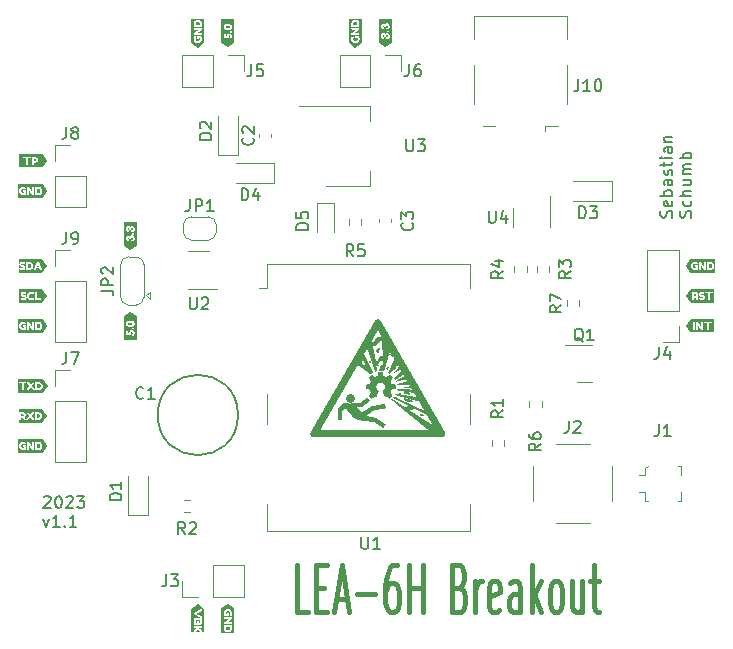
<source format=gto>
%TF.GenerationSoftware,KiCad,Pcbnew,7.0.4*%
%TF.CreationDate,2023-06-12T18:25:08+02:00*%
%TF.ProjectId,ublox-lea-6h-breakout,75626c6f-782d-46c6-9561-2d36682d6272,rev?*%
%TF.SameCoordinates,Original*%
%TF.FileFunction,Legend,Top*%
%TF.FilePolarity,Positive*%
%FSLAX46Y46*%
G04 Gerber Fmt 4.6, Leading zero omitted, Abs format (unit mm)*
G04 Created by KiCad (PCBNEW 7.0.4) date 2023-06-12 18:25:08*
%MOMM*%
%LPD*%
G01*
G04 APERTURE LIST*
%ADD10C,0.400000*%
%ADD11C,0.150000*%
%ADD12C,0.120000*%
G04 APERTURE END LIST*
D10*
X107101728Y-134744676D02*
X106149347Y-134744676D01*
X106149347Y-134744676D02*
X106149347Y-130744676D01*
X107768395Y-132649438D02*
X108435062Y-132649438D01*
X108720776Y-134744676D02*
X107768395Y-134744676D01*
X107768395Y-134744676D02*
X107768395Y-130744676D01*
X107768395Y-130744676D02*
X108720776Y-130744676D01*
X109482681Y-133601819D02*
X110435062Y-133601819D01*
X109292205Y-134744676D02*
X109958871Y-130744676D01*
X109958871Y-130744676D02*
X110625538Y-134744676D01*
X111292205Y-133220866D02*
X112816015Y-133220866D01*
X114625538Y-130744676D02*
X114244585Y-130744676D01*
X114244585Y-130744676D02*
X114054109Y-130935152D01*
X114054109Y-130935152D02*
X113958871Y-131125628D01*
X113958871Y-131125628D02*
X113768395Y-131697057D01*
X113768395Y-131697057D02*
X113673157Y-132458961D01*
X113673157Y-132458961D02*
X113673157Y-133982771D01*
X113673157Y-133982771D02*
X113768395Y-134363723D01*
X113768395Y-134363723D02*
X113863633Y-134554200D01*
X113863633Y-134554200D02*
X114054109Y-134744676D01*
X114054109Y-134744676D02*
X114435062Y-134744676D01*
X114435062Y-134744676D02*
X114625538Y-134554200D01*
X114625538Y-134554200D02*
X114720776Y-134363723D01*
X114720776Y-134363723D02*
X114816014Y-133982771D01*
X114816014Y-133982771D02*
X114816014Y-133030390D01*
X114816014Y-133030390D02*
X114720776Y-132649438D01*
X114720776Y-132649438D02*
X114625538Y-132458961D01*
X114625538Y-132458961D02*
X114435062Y-132268485D01*
X114435062Y-132268485D02*
X114054109Y-132268485D01*
X114054109Y-132268485D02*
X113863633Y-132458961D01*
X113863633Y-132458961D02*
X113768395Y-132649438D01*
X113768395Y-132649438D02*
X113673157Y-133030390D01*
X115673157Y-134744676D02*
X115673157Y-130744676D01*
X115673157Y-132649438D02*
X116816014Y-132649438D01*
X116816014Y-134744676D02*
X116816014Y-130744676D01*
X119958872Y-132649438D02*
X120244586Y-132839914D01*
X120244586Y-132839914D02*
X120339824Y-133030390D01*
X120339824Y-133030390D02*
X120435062Y-133411342D01*
X120435062Y-133411342D02*
X120435062Y-133982771D01*
X120435062Y-133982771D02*
X120339824Y-134363723D01*
X120339824Y-134363723D02*
X120244586Y-134554200D01*
X120244586Y-134554200D02*
X120054110Y-134744676D01*
X120054110Y-134744676D02*
X119292205Y-134744676D01*
X119292205Y-134744676D02*
X119292205Y-130744676D01*
X119292205Y-130744676D02*
X119958872Y-130744676D01*
X119958872Y-130744676D02*
X120149348Y-130935152D01*
X120149348Y-130935152D02*
X120244586Y-131125628D01*
X120244586Y-131125628D02*
X120339824Y-131506580D01*
X120339824Y-131506580D02*
X120339824Y-131887533D01*
X120339824Y-131887533D02*
X120244586Y-132268485D01*
X120244586Y-132268485D02*
X120149348Y-132458961D01*
X120149348Y-132458961D02*
X119958872Y-132649438D01*
X119958872Y-132649438D02*
X119292205Y-132649438D01*
X121292205Y-134744676D02*
X121292205Y-132078009D01*
X121292205Y-132839914D02*
X121387443Y-132458961D01*
X121387443Y-132458961D02*
X121482681Y-132268485D01*
X121482681Y-132268485D02*
X121673157Y-132078009D01*
X121673157Y-132078009D02*
X121863634Y-132078009D01*
X123292205Y-134554200D02*
X123101729Y-134744676D01*
X123101729Y-134744676D02*
X122720776Y-134744676D01*
X122720776Y-134744676D02*
X122530300Y-134554200D01*
X122530300Y-134554200D02*
X122435062Y-134173247D01*
X122435062Y-134173247D02*
X122435062Y-132649438D01*
X122435062Y-132649438D02*
X122530300Y-132268485D01*
X122530300Y-132268485D02*
X122720776Y-132078009D01*
X122720776Y-132078009D02*
X123101729Y-132078009D01*
X123101729Y-132078009D02*
X123292205Y-132268485D01*
X123292205Y-132268485D02*
X123387443Y-132649438D01*
X123387443Y-132649438D02*
X123387443Y-133030390D01*
X123387443Y-133030390D02*
X122435062Y-133411342D01*
X125101729Y-134744676D02*
X125101729Y-132649438D01*
X125101729Y-132649438D02*
X125006491Y-132268485D01*
X125006491Y-132268485D02*
X124816015Y-132078009D01*
X124816015Y-132078009D02*
X124435062Y-132078009D01*
X124435062Y-132078009D02*
X124244586Y-132268485D01*
X125101729Y-134554200D02*
X124911253Y-134744676D01*
X124911253Y-134744676D02*
X124435062Y-134744676D01*
X124435062Y-134744676D02*
X124244586Y-134554200D01*
X124244586Y-134554200D02*
X124149348Y-134173247D01*
X124149348Y-134173247D02*
X124149348Y-133792295D01*
X124149348Y-133792295D02*
X124244586Y-133411342D01*
X124244586Y-133411342D02*
X124435062Y-133220866D01*
X124435062Y-133220866D02*
X124911253Y-133220866D01*
X124911253Y-133220866D02*
X125101729Y-133030390D01*
X126054110Y-134744676D02*
X126054110Y-130744676D01*
X126244586Y-133220866D02*
X126816015Y-134744676D01*
X126816015Y-132078009D02*
X126054110Y-133601819D01*
X127958872Y-134744676D02*
X127768396Y-134554200D01*
X127768396Y-134554200D02*
X127673158Y-134363723D01*
X127673158Y-134363723D02*
X127577920Y-133982771D01*
X127577920Y-133982771D02*
X127577920Y-132839914D01*
X127577920Y-132839914D02*
X127673158Y-132458961D01*
X127673158Y-132458961D02*
X127768396Y-132268485D01*
X127768396Y-132268485D02*
X127958872Y-132078009D01*
X127958872Y-132078009D02*
X128244587Y-132078009D01*
X128244587Y-132078009D02*
X128435063Y-132268485D01*
X128435063Y-132268485D02*
X128530301Y-132458961D01*
X128530301Y-132458961D02*
X128625539Y-132839914D01*
X128625539Y-132839914D02*
X128625539Y-133982771D01*
X128625539Y-133982771D02*
X128530301Y-134363723D01*
X128530301Y-134363723D02*
X128435063Y-134554200D01*
X128435063Y-134554200D02*
X128244587Y-134744676D01*
X128244587Y-134744676D02*
X127958872Y-134744676D01*
X130339825Y-132078009D02*
X130339825Y-134744676D01*
X129482682Y-132078009D02*
X129482682Y-134173247D01*
X129482682Y-134173247D02*
X129577920Y-134554200D01*
X129577920Y-134554200D02*
X129768396Y-134744676D01*
X129768396Y-134744676D02*
X130054111Y-134744676D01*
X130054111Y-134744676D02*
X130244587Y-134554200D01*
X130244587Y-134554200D02*
X130339825Y-134363723D01*
X131006492Y-132078009D02*
X131768396Y-132078009D01*
X131292206Y-130744676D02*
X131292206Y-134173247D01*
X131292206Y-134173247D02*
X131387444Y-134554200D01*
X131387444Y-134554200D02*
X131577920Y-134744676D01*
X131577920Y-134744676D02*
X131768396Y-134744676D01*
D11*
X137912200Y-101310839D02*
X137959819Y-101167982D01*
X137959819Y-101167982D02*
X137959819Y-100929887D01*
X137959819Y-100929887D02*
X137912200Y-100834649D01*
X137912200Y-100834649D02*
X137864580Y-100787030D01*
X137864580Y-100787030D02*
X137769342Y-100739411D01*
X137769342Y-100739411D02*
X137674104Y-100739411D01*
X137674104Y-100739411D02*
X137578866Y-100787030D01*
X137578866Y-100787030D02*
X137531247Y-100834649D01*
X137531247Y-100834649D02*
X137483628Y-100929887D01*
X137483628Y-100929887D02*
X137436009Y-101120363D01*
X137436009Y-101120363D02*
X137388390Y-101215601D01*
X137388390Y-101215601D02*
X137340771Y-101263220D01*
X137340771Y-101263220D02*
X137245533Y-101310839D01*
X137245533Y-101310839D02*
X137150295Y-101310839D01*
X137150295Y-101310839D02*
X137055057Y-101263220D01*
X137055057Y-101263220D02*
X137007438Y-101215601D01*
X137007438Y-101215601D02*
X136959819Y-101120363D01*
X136959819Y-101120363D02*
X136959819Y-100882268D01*
X136959819Y-100882268D02*
X137007438Y-100739411D01*
X137912200Y-99929887D02*
X137959819Y-100025125D01*
X137959819Y-100025125D02*
X137959819Y-100215601D01*
X137959819Y-100215601D02*
X137912200Y-100310839D01*
X137912200Y-100310839D02*
X137816961Y-100358458D01*
X137816961Y-100358458D02*
X137436009Y-100358458D01*
X137436009Y-100358458D02*
X137340771Y-100310839D01*
X137340771Y-100310839D02*
X137293152Y-100215601D01*
X137293152Y-100215601D02*
X137293152Y-100025125D01*
X137293152Y-100025125D02*
X137340771Y-99929887D01*
X137340771Y-99929887D02*
X137436009Y-99882268D01*
X137436009Y-99882268D02*
X137531247Y-99882268D01*
X137531247Y-99882268D02*
X137626485Y-100358458D01*
X137959819Y-99453696D02*
X136959819Y-99453696D01*
X137340771Y-99453696D02*
X137293152Y-99358458D01*
X137293152Y-99358458D02*
X137293152Y-99167982D01*
X137293152Y-99167982D02*
X137340771Y-99072744D01*
X137340771Y-99072744D02*
X137388390Y-99025125D01*
X137388390Y-99025125D02*
X137483628Y-98977506D01*
X137483628Y-98977506D02*
X137769342Y-98977506D01*
X137769342Y-98977506D02*
X137864580Y-99025125D01*
X137864580Y-99025125D02*
X137912200Y-99072744D01*
X137912200Y-99072744D02*
X137959819Y-99167982D01*
X137959819Y-99167982D02*
X137959819Y-99358458D01*
X137959819Y-99358458D02*
X137912200Y-99453696D01*
X137959819Y-98120363D02*
X137436009Y-98120363D01*
X137436009Y-98120363D02*
X137340771Y-98167982D01*
X137340771Y-98167982D02*
X137293152Y-98263220D01*
X137293152Y-98263220D02*
X137293152Y-98453696D01*
X137293152Y-98453696D02*
X137340771Y-98548934D01*
X137912200Y-98120363D02*
X137959819Y-98215601D01*
X137959819Y-98215601D02*
X137959819Y-98453696D01*
X137959819Y-98453696D02*
X137912200Y-98548934D01*
X137912200Y-98548934D02*
X137816961Y-98596553D01*
X137816961Y-98596553D02*
X137721723Y-98596553D01*
X137721723Y-98596553D02*
X137626485Y-98548934D01*
X137626485Y-98548934D02*
X137578866Y-98453696D01*
X137578866Y-98453696D02*
X137578866Y-98215601D01*
X137578866Y-98215601D02*
X137531247Y-98120363D01*
X137912200Y-97691791D02*
X137959819Y-97596553D01*
X137959819Y-97596553D02*
X137959819Y-97406077D01*
X137959819Y-97406077D02*
X137912200Y-97310839D01*
X137912200Y-97310839D02*
X137816961Y-97263220D01*
X137816961Y-97263220D02*
X137769342Y-97263220D01*
X137769342Y-97263220D02*
X137674104Y-97310839D01*
X137674104Y-97310839D02*
X137626485Y-97406077D01*
X137626485Y-97406077D02*
X137626485Y-97548934D01*
X137626485Y-97548934D02*
X137578866Y-97644172D01*
X137578866Y-97644172D02*
X137483628Y-97691791D01*
X137483628Y-97691791D02*
X137436009Y-97691791D01*
X137436009Y-97691791D02*
X137340771Y-97644172D01*
X137340771Y-97644172D02*
X137293152Y-97548934D01*
X137293152Y-97548934D02*
X137293152Y-97406077D01*
X137293152Y-97406077D02*
X137340771Y-97310839D01*
X137293152Y-96977505D02*
X137293152Y-96596553D01*
X136959819Y-96834648D02*
X137816961Y-96834648D01*
X137816961Y-96834648D02*
X137912200Y-96787029D01*
X137912200Y-96787029D02*
X137959819Y-96691791D01*
X137959819Y-96691791D02*
X137959819Y-96596553D01*
X137959819Y-96263219D02*
X137293152Y-96263219D01*
X136959819Y-96263219D02*
X137007438Y-96310838D01*
X137007438Y-96310838D02*
X137055057Y-96263219D01*
X137055057Y-96263219D02*
X137007438Y-96215600D01*
X137007438Y-96215600D02*
X136959819Y-96263219D01*
X136959819Y-96263219D02*
X137055057Y-96263219D01*
X137959819Y-95358458D02*
X137436009Y-95358458D01*
X137436009Y-95358458D02*
X137340771Y-95406077D01*
X137340771Y-95406077D02*
X137293152Y-95501315D01*
X137293152Y-95501315D02*
X137293152Y-95691791D01*
X137293152Y-95691791D02*
X137340771Y-95787029D01*
X137912200Y-95358458D02*
X137959819Y-95453696D01*
X137959819Y-95453696D02*
X137959819Y-95691791D01*
X137959819Y-95691791D02*
X137912200Y-95787029D01*
X137912200Y-95787029D02*
X137816961Y-95834648D01*
X137816961Y-95834648D02*
X137721723Y-95834648D01*
X137721723Y-95834648D02*
X137626485Y-95787029D01*
X137626485Y-95787029D02*
X137578866Y-95691791D01*
X137578866Y-95691791D02*
X137578866Y-95453696D01*
X137578866Y-95453696D02*
X137531247Y-95358458D01*
X137293152Y-94882267D02*
X137959819Y-94882267D01*
X137388390Y-94882267D02*
X137340771Y-94834648D01*
X137340771Y-94834648D02*
X137293152Y-94739410D01*
X137293152Y-94739410D02*
X137293152Y-94596553D01*
X137293152Y-94596553D02*
X137340771Y-94501315D01*
X137340771Y-94501315D02*
X137436009Y-94453696D01*
X137436009Y-94453696D02*
X137959819Y-94453696D01*
X139522200Y-101310839D02*
X139569819Y-101167982D01*
X139569819Y-101167982D02*
X139569819Y-100929887D01*
X139569819Y-100929887D02*
X139522200Y-100834649D01*
X139522200Y-100834649D02*
X139474580Y-100787030D01*
X139474580Y-100787030D02*
X139379342Y-100739411D01*
X139379342Y-100739411D02*
X139284104Y-100739411D01*
X139284104Y-100739411D02*
X139188866Y-100787030D01*
X139188866Y-100787030D02*
X139141247Y-100834649D01*
X139141247Y-100834649D02*
X139093628Y-100929887D01*
X139093628Y-100929887D02*
X139046009Y-101120363D01*
X139046009Y-101120363D02*
X138998390Y-101215601D01*
X138998390Y-101215601D02*
X138950771Y-101263220D01*
X138950771Y-101263220D02*
X138855533Y-101310839D01*
X138855533Y-101310839D02*
X138760295Y-101310839D01*
X138760295Y-101310839D02*
X138665057Y-101263220D01*
X138665057Y-101263220D02*
X138617438Y-101215601D01*
X138617438Y-101215601D02*
X138569819Y-101120363D01*
X138569819Y-101120363D02*
X138569819Y-100882268D01*
X138569819Y-100882268D02*
X138617438Y-100739411D01*
X139522200Y-99882268D02*
X139569819Y-99977506D01*
X139569819Y-99977506D02*
X139569819Y-100167982D01*
X139569819Y-100167982D02*
X139522200Y-100263220D01*
X139522200Y-100263220D02*
X139474580Y-100310839D01*
X139474580Y-100310839D02*
X139379342Y-100358458D01*
X139379342Y-100358458D02*
X139093628Y-100358458D01*
X139093628Y-100358458D02*
X138998390Y-100310839D01*
X138998390Y-100310839D02*
X138950771Y-100263220D01*
X138950771Y-100263220D02*
X138903152Y-100167982D01*
X138903152Y-100167982D02*
X138903152Y-99977506D01*
X138903152Y-99977506D02*
X138950771Y-99882268D01*
X139569819Y-99453696D02*
X138569819Y-99453696D01*
X139569819Y-99025125D02*
X139046009Y-99025125D01*
X139046009Y-99025125D02*
X138950771Y-99072744D01*
X138950771Y-99072744D02*
X138903152Y-99167982D01*
X138903152Y-99167982D02*
X138903152Y-99310839D01*
X138903152Y-99310839D02*
X138950771Y-99406077D01*
X138950771Y-99406077D02*
X138998390Y-99453696D01*
X138903152Y-98120363D02*
X139569819Y-98120363D01*
X138903152Y-98548934D02*
X139426961Y-98548934D01*
X139426961Y-98548934D02*
X139522200Y-98501315D01*
X139522200Y-98501315D02*
X139569819Y-98406077D01*
X139569819Y-98406077D02*
X139569819Y-98263220D01*
X139569819Y-98263220D02*
X139522200Y-98167982D01*
X139522200Y-98167982D02*
X139474580Y-98120363D01*
X139569819Y-97644172D02*
X138903152Y-97644172D01*
X138998390Y-97644172D02*
X138950771Y-97596553D01*
X138950771Y-97596553D02*
X138903152Y-97501315D01*
X138903152Y-97501315D02*
X138903152Y-97358458D01*
X138903152Y-97358458D02*
X138950771Y-97263220D01*
X138950771Y-97263220D02*
X139046009Y-97215601D01*
X139046009Y-97215601D02*
X139569819Y-97215601D01*
X139046009Y-97215601D02*
X138950771Y-97167982D01*
X138950771Y-97167982D02*
X138903152Y-97072744D01*
X138903152Y-97072744D02*
X138903152Y-96929887D01*
X138903152Y-96929887D02*
X138950771Y-96834648D01*
X138950771Y-96834648D02*
X139046009Y-96787029D01*
X139046009Y-96787029D02*
X139569819Y-96787029D01*
X139569819Y-96310839D02*
X138569819Y-96310839D01*
X138950771Y-96310839D02*
X138903152Y-96215601D01*
X138903152Y-96215601D02*
X138903152Y-96025125D01*
X138903152Y-96025125D02*
X138950771Y-95929887D01*
X138950771Y-95929887D02*
X138998390Y-95882268D01*
X138998390Y-95882268D02*
X139093628Y-95834649D01*
X139093628Y-95834649D02*
X139379342Y-95834649D01*
X139379342Y-95834649D02*
X139474580Y-95882268D01*
X139474580Y-95882268D02*
X139522200Y-95929887D01*
X139522200Y-95929887D02*
X139569819Y-96025125D01*
X139569819Y-96025125D02*
X139569819Y-96215601D01*
X139569819Y-96215601D02*
X139522200Y-96310839D01*
X84744160Y-124990057D02*
X84791779Y-124942438D01*
X84791779Y-124942438D02*
X84887017Y-124894819D01*
X84887017Y-124894819D02*
X85125112Y-124894819D01*
X85125112Y-124894819D02*
X85220350Y-124942438D01*
X85220350Y-124942438D02*
X85267969Y-124990057D01*
X85267969Y-124990057D02*
X85315588Y-125085295D01*
X85315588Y-125085295D02*
X85315588Y-125180533D01*
X85315588Y-125180533D02*
X85267969Y-125323390D01*
X85267969Y-125323390D02*
X84696541Y-125894819D01*
X84696541Y-125894819D02*
X85315588Y-125894819D01*
X85934636Y-124894819D02*
X86029874Y-124894819D01*
X86029874Y-124894819D02*
X86125112Y-124942438D01*
X86125112Y-124942438D02*
X86172731Y-124990057D01*
X86172731Y-124990057D02*
X86220350Y-125085295D01*
X86220350Y-125085295D02*
X86267969Y-125275771D01*
X86267969Y-125275771D02*
X86267969Y-125513866D01*
X86267969Y-125513866D02*
X86220350Y-125704342D01*
X86220350Y-125704342D02*
X86172731Y-125799580D01*
X86172731Y-125799580D02*
X86125112Y-125847200D01*
X86125112Y-125847200D02*
X86029874Y-125894819D01*
X86029874Y-125894819D02*
X85934636Y-125894819D01*
X85934636Y-125894819D02*
X85839398Y-125847200D01*
X85839398Y-125847200D02*
X85791779Y-125799580D01*
X85791779Y-125799580D02*
X85744160Y-125704342D01*
X85744160Y-125704342D02*
X85696541Y-125513866D01*
X85696541Y-125513866D02*
X85696541Y-125275771D01*
X85696541Y-125275771D02*
X85744160Y-125085295D01*
X85744160Y-125085295D02*
X85791779Y-124990057D01*
X85791779Y-124990057D02*
X85839398Y-124942438D01*
X85839398Y-124942438D02*
X85934636Y-124894819D01*
X86648922Y-124990057D02*
X86696541Y-124942438D01*
X86696541Y-124942438D02*
X86791779Y-124894819D01*
X86791779Y-124894819D02*
X87029874Y-124894819D01*
X87029874Y-124894819D02*
X87125112Y-124942438D01*
X87125112Y-124942438D02*
X87172731Y-124990057D01*
X87172731Y-124990057D02*
X87220350Y-125085295D01*
X87220350Y-125085295D02*
X87220350Y-125180533D01*
X87220350Y-125180533D02*
X87172731Y-125323390D01*
X87172731Y-125323390D02*
X86601303Y-125894819D01*
X86601303Y-125894819D02*
X87220350Y-125894819D01*
X87553684Y-124894819D02*
X88172731Y-124894819D01*
X88172731Y-124894819D02*
X87839398Y-125275771D01*
X87839398Y-125275771D02*
X87982255Y-125275771D01*
X87982255Y-125275771D02*
X88077493Y-125323390D01*
X88077493Y-125323390D02*
X88125112Y-125371009D01*
X88125112Y-125371009D02*
X88172731Y-125466247D01*
X88172731Y-125466247D02*
X88172731Y-125704342D01*
X88172731Y-125704342D02*
X88125112Y-125799580D01*
X88125112Y-125799580D02*
X88077493Y-125847200D01*
X88077493Y-125847200D02*
X87982255Y-125894819D01*
X87982255Y-125894819D02*
X87696541Y-125894819D01*
X87696541Y-125894819D02*
X87601303Y-125847200D01*
X87601303Y-125847200D02*
X87553684Y-125799580D01*
X84696541Y-126838152D02*
X84934636Y-127504819D01*
X84934636Y-127504819D02*
X85172731Y-126838152D01*
X86077493Y-127504819D02*
X85506065Y-127504819D01*
X85791779Y-127504819D02*
X85791779Y-126504819D01*
X85791779Y-126504819D02*
X85696541Y-126647676D01*
X85696541Y-126647676D02*
X85601303Y-126742914D01*
X85601303Y-126742914D02*
X85506065Y-126790533D01*
X86506065Y-127409580D02*
X86553684Y-127457200D01*
X86553684Y-127457200D02*
X86506065Y-127504819D01*
X86506065Y-127504819D02*
X86458446Y-127457200D01*
X86458446Y-127457200D02*
X86506065Y-127409580D01*
X86506065Y-127409580D02*
X86506065Y-127504819D01*
X87506064Y-127504819D02*
X86934636Y-127504819D01*
X87220350Y-127504819D02*
X87220350Y-126504819D01*
X87220350Y-126504819D02*
X87125112Y-126647676D01*
X87125112Y-126647676D02*
X87029874Y-126742914D01*
X87029874Y-126742914D02*
X86934636Y-126790533D01*
%TO.C,J7*%
X86661666Y-112694819D02*
X86661666Y-113409104D01*
X86661666Y-113409104D02*
X86614047Y-113551961D01*
X86614047Y-113551961D02*
X86518809Y-113647200D01*
X86518809Y-113647200D02*
X86375952Y-113694819D01*
X86375952Y-113694819D02*
X86280714Y-113694819D01*
X87042619Y-112694819D02*
X87709285Y-112694819D01*
X87709285Y-112694819D02*
X87280714Y-113694819D01*
%TO.C,J9*%
X86661666Y-102549819D02*
X86661666Y-103264104D01*
X86661666Y-103264104D02*
X86614047Y-103406961D01*
X86614047Y-103406961D02*
X86518809Y-103502200D01*
X86518809Y-103502200D02*
X86375952Y-103549819D01*
X86375952Y-103549819D02*
X86280714Y-103549819D01*
X87185476Y-103549819D02*
X87375952Y-103549819D01*
X87375952Y-103549819D02*
X87471190Y-103502200D01*
X87471190Y-103502200D02*
X87518809Y-103454580D01*
X87518809Y-103454580D02*
X87614047Y-103311723D01*
X87614047Y-103311723D02*
X87661666Y-103121247D01*
X87661666Y-103121247D02*
X87661666Y-102740295D01*
X87661666Y-102740295D02*
X87614047Y-102645057D01*
X87614047Y-102645057D02*
X87566428Y-102597438D01*
X87566428Y-102597438D02*
X87471190Y-102549819D01*
X87471190Y-102549819D02*
X87280714Y-102549819D01*
X87280714Y-102549819D02*
X87185476Y-102597438D01*
X87185476Y-102597438D02*
X87137857Y-102645057D01*
X87137857Y-102645057D02*
X87090238Y-102740295D01*
X87090238Y-102740295D02*
X87090238Y-102978390D01*
X87090238Y-102978390D02*
X87137857Y-103073628D01*
X87137857Y-103073628D02*
X87185476Y-103121247D01*
X87185476Y-103121247D02*
X87280714Y-103168866D01*
X87280714Y-103168866D02*
X87471190Y-103168866D01*
X87471190Y-103168866D02*
X87566428Y-103121247D01*
X87566428Y-103121247D02*
X87614047Y-103073628D01*
X87614047Y-103073628D02*
X87661666Y-102978390D01*
%TO.C,JP1*%
X97116666Y-99784819D02*
X97116666Y-100499104D01*
X97116666Y-100499104D02*
X97069047Y-100641961D01*
X97069047Y-100641961D02*
X96973809Y-100737200D01*
X96973809Y-100737200D02*
X96830952Y-100784819D01*
X96830952Y-100784819D02*
X96735714Y-100784819D01*
X97592857Y-100784819D02*
X97592857Y-99784819D01*
X97592857Y-99784819D02*
X97973809Y-99784819D01*
X97973809Y-99784819D02*
X98069047Y-99832438D01*
X98069047Y-99832438D02*
X98116666Y-99880057D01*
X98116666Y-99880057D02*
X98164285Y-99975295D01*
X98164285Y-99975295D02*
X98164285Y-100118152D01*
X98164285Y-100118152D02*
X98116666Y-100213390D01*
X98116666Y-100213390D02*
X98069047Y-100261009D01*
X98069047Y-100261009D02*
X97973809Y-100308628D01*
X97973809Y-100308628D02*
X97592857Y-100308628D01*
X99116666Y-100784819D02*
X98545238Y-100784819D01*
X98830952Y-100784819D02*
X98830952Y-99784819D01*
X98830952Y-99784819D02*
X98735714Y-99927676D01*
X98735714Y-99927676D02*
X98640476Y-100022914D01*
X98640476Y-100022914D02*
X98545238Y-100070533D01*
%TO.C,U2*%
X97108095Y-108079819D02*
X97108095Y-108889342D01*
X97108095Y-108889342D02*
X97155714Y-108984580D01*
X97155714Y-108984580D02*
X97203333Y-109032200D01*
X97203333Y-109032200D02*
X97298571Y-109079819D01*
X97298571Y-109079819D02*
X97489047Y-109079819D01*
X97489047Y-109079819D02*
X97584285Y-109032200D01*
X97584285Y-109032200D02*
X97631904Y-108984580D01*
X97631904Y-108984580D02*
X97679523Y-108889342D01*
X97679523Y-108889342D02*
X97679523Y-108079819D01*
X98108095Y-108175057D02*
X98155714Y-108127438D01*
X98155714Y-108127438D02*
X98250952Y-108079819D01*
X98250952Y-108079819D02*
X98489047Y-108079819D01*
X98489047Y-108079819D02*
X98584285Y-108127438D01*
X98584285Y-108127438D02*
X98631904Y-108175057D01*
X98631904Y-108175057D02*
X98679523Y-108270295D01*
X98679523Y-108270295D02*
X98679523Y-108365533D01*
X98679523Y-108365533D02*
X98631904Y-108508390D01*
X98631904Y-108508390D02*
X98060476Y-109079819D01*
X98060476Y-109079819D02*
X98679523Y-109079819D01*
%TO.C,U1*%
X111633095Y-128359819D02*
X111633095Y-129169342D01*
X111633095Y-129169342D02*
X111680714Y-129264580D01*
X111680714Y-129264580D02*
X111728333Y-129312200D01*
X111728333Y-129312200D02*
X111823571Y-129359819D01*
X111823571Y-129359819D02*
X112014047Y-129359819D01*
X112014047Y-129359819D02*
X112109285Y-129312200D01*
X112109285Y-129312200D02*
X112156904Y-129264580D01*
X112156904Y-129264580D02*
X112204523Y-129169342D01*
X112204523Y-129169342D02*
X112204523Y-128359819D01*
X113204523Y-129359819D02*
X112633095Y-129359819D01*
X112918809Y-129359819D02*
X112918809Y-128359819D01*
X112918809Y-128359819D02*
X112823571Y-128502676D01*
X112823571Y-128502676D02*
X112728333Y-128597914D01*
X112728333Y-128597914D02*
X112633095Y-128645533D01*
%TO.C,J4*%
X136826666Y-112274819D02*
X136826666Y-112989104D01*
X136826666Y-112989104D02*
X136779047Y-113131961D01*
X136779047Y-113131961D02*
X136683809Y-113227200D01*
X136683809Y-113227200D02*
X136540952Y-113274819D01*
X136540952Y-113274819D02*
X136445714Y-113274819D01*
X137731428Y-112608152D02*
X137731428Y-113274819D01*
X137493333Y-112227200D02*
X137255238Y-112941485D01*
X137255238Y-112941485D02*
X137874285Y-112941485D01*
%TO.C,R6*%
X126819819Y-120459166D02*
X126343628Y-120792499D01*
X126819819Y-121030594D02*
X125819819Y-121030594D01*
X125819819Y-121030594D02*
X125819819Y-120649642D01*
X125819819Y-120649642D02*
X125867438Y-120554404D01*
X125867438Y-120554404D02*
X125915057Y-120506785D01*
X125915057Y-120506785D02*
X126010295Y-120459166D01*
X126010295Y-120459166D02*
X126153152Y-120459166D01*
X126153152Y-120459166D02*
X126248390Y-120506785D01*
X126248390Y-120506785D02*
X126296009Y-120554404D01*
X126296009Y-120554404D02*
X126343628Y-120649642D01*
X126343628Y-120649642D02*
X126343628Y-121030594D01*
X125819819Y-119602023D02*
X125819819Y-119792499D01*
X125819819Y-119792499D02*
X125867438Y-119887737D01*
X125867438Y-119887737D02*
X125915057Y-119935356D01*
X125915057Y-119935356D02*
X126057914Y-120030594D01*
X126057914Y-120030594D02*
X126248390Y-120078213D01*
X126248390Y-120078213D02*
X126629342Y-120078213D01*
X126629342Y-120078213D02*
X126724580Y-120030594D01*
X126724580Y-120030594D02*
X126772200Y-119982975D01*
X126772200Y-119982975D02*
X126819819Y-119887737D01*
X126819819Y-119887737D02*
X126819819Y-119697261D01*
X126819819Y-119697261D02*
X126772200Y-119602023D01*
X126772200Y-119602023D02*
X126724580Y-119554404D01*
X126724580Y-119554404D02*
X126629342Y-119506785D01*
X126629342Y-119506785D02*
X126391247Y-119506785D01*
X126391247Y-119506785D02*
X126296009Y-119554404D01*
X126296009Y-119554404D02*
X126248390Y-119602023D01*
X126248390Y-119602023D02*
X126200771Y-119697261D01*
X126200771Y-119697261D02*
X126200771Y-119887737D01*
X126200771Y-119887737D02*
X126248390Y-119982975D01*
X126248390Y-119982975D02*
X126296009Y-120030594D01*
X126296009Y-120030594D02*
X126391247Y-120078213D01*
%TO.C,R4*%
X123644819Y-105854166D02*
X123168628Y-106187499D01*
X123644819Y-106425594D02*
X122644819Y-106425594D01*
X122644819Y-106425594D02*
X122644819Y-106044642D01*
X122644819Y-106044642D02*
X122692438Y-105949404D01*
X122692438Y-105949404D02*
X122740057Y-105901785D01*
X122740057Y-105901785D02*
X122835295Y-105854166D01*
X122835295Y-105854166D02*
X122978152Y-105854166D01*
X122978152Y-105854166D02*
X123073390Y-105901785D01*
X123073390Y-105901785D02*
X123121009Y-105949404D01*
X123121009Y-105949404D02*
X123168628Y-106044642D01*
X123168628Y-106044642D02*
X123168628Y-106425594D01*
X122978152Y-104997023D02*
X123644819Y-104997023D01*
X122597200Y-105235118D02*
X123311485Y-105473213D01*
X123311485Y-105473213D02*
X123311485Y-104854166D01*
%TO.C,J6*%
X115661666Y-88354819D02*
X115661666Y-89069104D01*
X115661666Y-89069104D02*
X115614047Y-89211961D01*
X115614047Y-89211961D02*
X115518809Y-89307200D01*
X115518809Y-89307200D02*
X115375952Y-89354819D01*
X115375952Y-89354819D02*
X115280714Y-89354819D01*
X116566428Y-88354819D02*
X116375952Y-88354819D01*
X116375952Y-88354819D02*
X116280714Y-88402438D01*
X116280714Y-88402438D02*
X116233095Y-88450057D01*
X116233095Y-88450057D02*
X116137857Y-88592914D01*
X116137857Y-88592914D02*
X116090238Y-88783390D01*
X116090238Y-88783390D02*
X116090238Y-89164342D01*
X116090238Y-89164342D02*
X116137857Y-89259580D01*
X116137857Y-89259580D02*
X116185476Y-89307200D01*
X116185476Y-89307200D02*
X116280714Y-89354819D01*
X116280714Y-89354819D02*
X116471190Y-89354819D01*
X116471190Y-89354819D02*
X116566428Y-89307200D01*
X116566428Y-89307200D02*
X116614047Y-89259580D01*
X116614047Y-89259580D02*
X116661666Y-89164342D01*
X116661666Y-89164342D02*
X116661666Y-88926247D01*
X116661666Y-88926247D02*
X116614047Y-88831009D01*
X116614047Y-88831009D02*
X116566428Y-88783390D01*
X116566428Y-88783390D02*
X116471190Y-88735771D01*
X116471190Y-88735771D02*
X116280714Y-88735771D01*
X116280714Y-88735771D02*
X116185476Y-88783390D01*
X116185476Y-88783390D02*
X116137857Y-88831009D01*
X116137857Y-88831009D02*
X116090238Y-88926247D01*
%TO.C,D1*%
X91314819Y-125218094D02*
X90314819Y-125218094D01*
X90314819Y-125218094D02*
X90314819Y-124979999D01*
X90314819Y-124979999D02*
X90362438Y-124837142D01*
X90362438Y-124837142D02*
X90457676Y-124741904D01*
X90457676Y-124741904D02*
X90552914Y-124694285D01*
X90552914Y-124694285D02*
X90743390Y-124646666D01*
X90743390Y-124646666D02*
X90886247Y-124646666D01*
X90886247Y-124646666D02*
X91076723Y-124694285D01*
X91076723Y-124694285D02*
X91171961Y-124741904D01*
X91171961Y-124741904D02*
X91267200Y-124837142D01*
X91267200Y-124837142D02*
X91314819Y-124979999D01*
X91314819Y-124979999D02*
X91314819Y-125218094D01*
X91314819Y-123694285D02*
X91314819Y-124265713D01*
X91314819Y-123979999D02*
X90314819Y-123979999D01*
X90314819Y-123979999D02*
X90457676Y-124075237D01*
X90457676Y-124075237D02*
X90552914Y-124170475D01*
X90552914Y-124170475D02*
X90600533Y-124265713D01*
%TO.C,R1*%
X123644819Y-117641666D02*
X123168628Y-117974999D01*
X123644819Y-118213094D02*
X122644819Y-118213094D01*
X122644819Y-118213094D02*
X122644819Y-117832142D01*
X122644819Y-117832142D02*
X122692438Y-117736904D01*
X122692438Y-117736904D02*
X122740057Y-117689285D01*
X122740057Y-117689285D02*
X122835295Y-117641666D01*
X122835295Y-117641666D02*
X122978152Y-117641666D01*
X122978152Y-117641666D02*
X123073390Y-117689285D01*
X123073390Y-117689285D02*
X123121009Y-117736904D01*
X123121009Y-117736904D02*
X123168628Y-117832142D01*
X123168628Y-117832142D02*
X123168628Y-118213094D01*
X123644819Y-116689285D02*
X123644819Y-117260713D01*
X123644819Y-116974999D02*
X122644819Y-116974999D01*
X122644819Y-116974999D02*
X122787676Y-117070237D01*
X122787676Y-117070237D02*
X122882914Y-117165475D01*
X122882914Y-117165475D02*
X122930533Y-117260713D01*
%TO.C,D3*%
X130071905Y-101364819D02*
X130071905Y-100364819D01*
X130071905Y-100364819D02*
X130310000Y-100364819D01*
X130310000Y-100364819D02*
X130452857Y-100412438D01*
X130452857Y-100412438D02*
X130548095Y-100507676D01*
X130548095Y-100507676D02*
X130595714Y-100602914D01*
X130595714Y-100602914D02*
X130643333Y-100793390D01*
X130643333Y-100793390D02*
X130643333Y-100936247D01*
X130643333Y-100936247D02*
X130595714Y-101126723D01*
X130595714Y-101126723D02*
X130548095Y-101221961D01*
X130548095Y-101221961D02*
X130452857Y-101317200D01*
X130452857Y-101317200D02*
X130310000Y-101364819D01*
X130310000Y-101364819D02*
X130071905Y-101364819D01*
X130976667Y-100364819D02*
X131595714Y-100364819D01*
X131595714Y-100364819D02*
X131262381Y-100745771D01*
X131262381Y-100745771D02*
X131405238Y-100745771D01*
X131405238Y-100745771D02*
X131500476Y-100793390D01*
X131500476Y-100793390D02*
X131548095Y-100841009D01*
X131548095Y-100841009D02*
X131595714Y-100936247D01*
X131595714Y-100936247D02*
X131595714Y-101174342D01*
X131595714Y-101174342D02*
X131548095Y-101269580D01*
X131548095Y-101269580D02*
X131500476Y-101317200D01*
X131500476Y-101317200D02*
X131405238Y-101364819D01*
X131405238Y-101364819D02*
X131119524Y-101364819D01*
X131119524Y-101364819D02*
X131024286Y-101317200D01*
X131024286Y-101317200D02*
X130976667Y-101269580D01*
%TO.C,J8*%
X86661666Y-93644819D02*
X86661666Y-94359104D01*
X86661666Y-94359104D02*
X86614047Y-94501961D01*
X86614047Y-94501961D02*
X86518809Y-94597200D01*
X86518809Y-94597200D02*
X86375952Y-94644819D01*
X86375952Y-94644819D02*
X86280714Y-94644819D01*
X87280714Y-94073390D02*
X87185476Y-94025771D01*
X87185476Y-94025771D02*
X87137857Y-93978152D01*
X87137857Y-93978152D02*
X87090238Y-93882914D01*
X87090238Y-93882914D02*
X87090238Y-93835295D01*
X87090238Y-93835295D02*
X87137857Y-93740057D01*
X87137857Y-93740057D02*
X87185476Y-93692438D01*
X87185476Y-93692438D02*
X87280714Y-93644819D01*
X87280714Y-93644819D02*
X87471190Y-93644819D01*
X87471190Y-93644819D02*
X87566428Y-93692438D01*
X87566428Y-93692438D02*
X87614047Y-93740057D01*
X87614047Y-93740057D02*
X87661666Y-93835295D01*
X87661666Y-93835295D02*
X87661666Y-93882914D01*
X87661666Y-93882914D02*
X87614047Y-93978152D01*
X87614047Y-93978152D02*
X87566428Y-94025771D01*
X87566428Y-94025771D02*
X87471190Y-94073390D01*
X87471190Y-94073390D02*
X87280714Y-94073390D01*
X87280714Y-94073390D02*
X87185476Y-94121009D01*
X87185476Y-94121009D02*
X87137857Y-94168628D01*
X87137857Y-94168628D02*
X87090238Y-94263866D01*
X87090238Y-94263866D02*
X87090238Y-94454342D01*
X87090238Y-94454342D02*
X87137857Y-94549580D01*
X87137857Y-94549580D02*
X87185476Y-94597200D01*
X87185476Y-94597200D02*
X87280714Y-94644819D01*
X87280714Y-94644819D02*
X87471190Y-94644819D01*
X87471190Y-94644819D02*
X87566428Y-94597200D01*
X87566428Y-94597200D02*
X87614047Y-94549580D01*
X87614047Y-94549580D02*
X87661666Y-94454342D01*
X87661666Y-94454342D02*
X87661666Y-94263866D01*
X87661666Y-94263866D02*
X87614047Y-94168628D01*
X87614047Y-94168628D02*
X87566428Y-94121009D01*
X87566428Y-94121009D02*
X87471190Y-94073390D01*
%TO.C,C1*%
X93178333Y-116564580D02*
X93130714Y-116612200D01*
X93130714Y-116612200D02*
X92987857Y-116659819D01*
X92987857Y-116659819D02*
X92892619Y-116659819D01*
X92892619Y-116659819D02*
X92749762Y-116612200D01*
X92749762Y-116612200D02*
X92654524Y-116516961D01*
X92654524Y-116516961D02*
X92606905Y-116421723D01*
X92606905Y-116421723D02*
X92559286Y-116231247D01*
X92559286Y-116231247D02*
X92559286Y-116088390D01*
X92559286Y-116088390D02*
X92606905Y-115897914D01*
X92606905Y-115897914D02*
X92654524Y-115802676D01*
X92654524Y-115802676D02*
X92749762Y-115707438D01*
X92749762Y-115707438D02*
X92892619Y-115659819D01*
X92892619Y-115659819D02*
X92987857Y-115659819D01*
X92987857Y-115659819D02*
X93130714Y-115707438D01*
X93130714Y-115707438D02*
X93178333Y-115755057D01*
X94130714Y-116659819D02*
X93559286Y-116659819D01*
X93845000Y-116659819D02*
X93845000Y-115659819D01*
X93845000Y-115659819D02*
X93749762Y-115802676D01*
X93749762Y-115802676D02*
X93654524Y-115897914D01*
X93654524Y-115897914D02*
X93559286Y-115945533D01*
%TO.C,R7*%
X128564819Y-108751666D02*
X128088628Y-109084999D01*
X128564819Y-109323094D02*
X127564819Y-109323094D01*
X127564819Y-109323094D02*
X127564819Y-108942142D01*
X127564819Y-108942142D02*
X127612438Y-108846904D01*
X127612438Y-108846904D02*
X127660057Y-108799285D01*
X127660057Y-108799285D02*
X127755295Y-108751666D01*
X127755295Y-108751666D02*
X127898152Y-108751666D01*
X127898152Y-108751666D02*
X127993390Y-108799285D01*
X127993390Y-108799285D02*
X128041009Y-108846904D01*
X128041009Y-108846904D02*
X128088628Y-108942142D01*
X128088628Y-108942142D02*
X128088628Y-109323094D01*
X127564819Y-108418332D02*
X127564819Y-107751666D01*
X127564819Y-107751666D02*
X128564819Y-108180237D01*
%TO.C,J1*%
X136826666Y-118834819D02*
X136826666Y-119549104D01*
X136826666Y-119549104D02*
X136779047Y-119691961D01*
X136779047Y-119691961D02*
X136683809Y-119787200D01*
X136683809Y-119787200D02*
X136540952Y-119834819D01*
X136540952Y-119834819D02*
X136445714Y-119834819D01*
X137826666Y-119834819D02*
X137255238Y-119834819D01*
X137540952Y-119834819D02*
X137540952Y-118834819D01*
X137540952Y-118834819D02*
X137445714Y-118977676D01*
X137445714Y-118977676D02*
X137350476Y-119072914D01*
X137350476Y-119072914D02*
X137255238Y-119120533D01*
%TO.C,Q1*%
X130412261Y-111815057D02*
X130317023Y-111767438D01*
X130317023Y-111767438D02*
X130221785Y-111672200D01*
X130221785Y-111672200D02*
X130078928Y-111529342D01*
X130078928Y-111529342D02*
X129983690Y-111481723D01*
X129983690Y-111481723D02*
X129888452Y-111481723D01*
X129936071Y-111719819D02*
X129840833Y-111672200D01*
X129840833Y-111672200D02*
X129745595Y-111576961D01*
X129745595Y-111576961D02*
X129697976Y-111386485D01*
X129697976Y-111386485D02*
X129697976Y-111053152D01*
X129697976Y-111053152D02*
X129745595Y-110862676D01*
X129745595Y-110862676D02*
X129840833Y-110767438D01*
X129840833Y-110767438D02*
X129936071Y-110719819D01*
X129936071Y-110719819D02*
X130126547Y-110719819D01*
X130126547Y-110719819D02*
X130221785Y-110767438D01*
X130221785Y-110767438D02*
X130317023Y-110862676D01*
X130317023Y-110862676D02*
X130364642Y-111053152D01*
X130364642Y-111053152D02*
X130364642Y-111386485D01*
X130364642Y-111386485D02*
X130317023Y-111576961D01*
X130317023Y-111576961D02*
X130221785Y-111672200D01*
X130221785Y-111672200D02*
X130126547Y-111719819D01*
X130126547Y-111719819D02*
X129936071Y-111719819D01*
X131317023Y-111719819D02*
X130745595Y-111719819D01*
X131031309Y-111719819D02*
X131031309Y-110719819D01*
X131031309Y-110719819D02*
X130936071Y-110862676D01*
X130936071Y-110862676D02*
X130840833Y-110957914D01*
X130840833Y-110957914D02*
X130745595Y-111005533D01*
%TO.C,J3*%
X95126666Y-131534819D02*
X95126666Y-132249104D01*
X95126666Y-132249104D02*
X95079047Y-132391961D01*
X95079047Y-132391961D02*
X94983809Y-132487200D01*
X94983809Y-132487200D02*
X94840952Y-132534819D01*
X94840952Y-132534819D02*
X94745714Y-132534819D01*
X95507619Y-131534819D02*
X96126666Y-131534819D01*
X96126666Y-131534819D02*
X95793333Y-131915771D01*
X95793333Y-131915771D02*
X95936190Y-131915771D01*
X95936190Y-131915771D02*
X96031428Y-131963390D01*
X96031428Y-131963390D02*
X96079047Y-132011009D01*
X96079047Y-132011009D02*
X96126666Y-132106247D01*
X96126666Y-132106247D02*
X96126666Y-132344342D01*
X96126666Y-132344342D02*
X96079047Y-132439580D01*
X96079047Y-132439580D02*
X96031428Y-132487200D01*
X96031428Y-132487200D02*
X95936190Y-132534819D01*
X95936190Y-132534819D02*
X95650476Y-132534819D01*
X95650476Y-132534819D02*
X95555238Y-132487200D01*
X95555238Y-132487200D02*
X95507619Y-132439580D01*
%TO.C,J2*%
X129206666Y-118529819D02*
X129206666Y-119244104D01*
X129206666Y-119244104D02*
X129159047Y-119386961D01*
X129159047Y-119386961D02*
X129063809Y-119482200D01*
X129063809Y-119482200D02*
X128920952Y-119529819D01*
X128920952Y-119529819D02*
X128825714Y-119529819D01*
X129635238Y-118625057D02*
X129682857Y-118577438D01*
X129682857Y-118577438D02*
X129778095Y-118529819D01*
X129778095Y-118529819D02*
X130016190Y-118529819D01*
X130016190Y-118529819D02*
X130111428Y-118577438D01*
X130111428Y-118577438D02*
X130159047Y-118625057D01*
X130159047Y-118625057D02*
X130206666Y-118720295D01*
X130206666Y-118720295D02*
X130206666Y-118815533D01*
X130206666Y-118815533D02*
X130159047Y-118958390D01*
X130159047Y-118958390D02*
X129587619Y-119529819D01*
X129587619Y-119529819D02*
X130206666Y-119529819D01*
%TO.C,U4*%
X122428095Y-100744819D02*
X122428095Y-101554342D01*
X122428095Y-101554342D02*
X122475714Y-101649580D01*
X122475714Y-101649580D02*
X122523333Y-101697200D01*
X122523333Y-101697200D02*
X122618571Y-101744819D01*
X122618571Y-101744819D02*
X122809047Y-101744819D01*
X122809047Y-101744819D02*
X122904285Y-101697200D01*
X122904285Y-101697200D02*
X122951904Y-101649580D01*
X122951904Y-101649580D02*
X122999523Y-101554342D01*
X122999523Y-101554342D02*
X122999523Y-100744819D01*
X123904285Y-101078152D02*
X123904285Y-101744819D01*
X123666190Y-100697200D02*
X123428095Y-101411485D01*
X123428095Y-101411485D02*
X124047142Y-101411485D01*
%TO.C,R5*%
X110958333Y-104594819D02*
X110625000Y-104118628D01*
X110386905Y-104594819D02*
X110386905Y-103594819D01*
X110386905Y-103594819D02*
X110767857Y-103594819D01*
X110767857Y-103594819D02*
X110863095Y-103642438D01*
X110863095Y-103642438D02*
X110910714Y-103690057D01*
X110910714Y-103690057D02*
X110958333Y-103785295D01*
X110958333Y-103785295D02*
X110958333Y-103928152D01*
X110958333Y-103928152D02*
X110910714Y-104023390D01*
X110910714Y-104023390D02*
X110863095Y-104071009D01*
X110863095Y-104071009D02*
X110767857Y-104118628D01*
X110767857Y-104118628D02*
X110386905Y-104118628D01*
X111863095Y-103594819D02*
X111386905Y-103594819D01*
X111386905Y-103594819D02*
X111339286Y-104071009D01*
X111339286Y-104071009D02*
X111386905Y-104023390D01*
X111386905Y-104023390D02*
X111482143Y-103975771D01*
X111482143Y-103975771D02*
X111720238Y-103975771D01*
X111720238Y-103975771D02*
X111815476Y-104023390D01*
X111815476Y-104023390D02*
X111863095Y-104071009D01*
X111863095Y-104071009D02*
X111910714Y-104166247D01*
X111910714Y-104166247D02*
X111910714Y-104404342D01*
X111910714Y-104404342D02*
X111863095Y-104499580D01*
X111863095Y-104499580D02*
X111815476Y-104547200D01*
X111815476Y-104547200D02*
X111720238Y-104594819D01*
X111720238Y-104594819D02*
X111482143Y-104594819D01*
X111482143Y-104594819D02*
X111386905Y-104547200D01*
X111386905Y-104547200D02*
X111339286Y-104499580D01*
%TO.C,U3*%
X115443095Y-94704819D02*
X115443095Y-95514342D01*
X115443095Y-95514342D02*
X115490714Y-95609580D01*
X115490714Y-95609580D02*
X115538333Y-95657200D01*
X115538333Y-95657200D02*
X115633571Y-95704819D01*
X115633571Y-95704819D02*
X115824047Y-95704819D01*
X115824047Y-95704819D02*
X115919285Y-95657200D01*
X115919285Y-95657200D02*
X115966904Y-95609580D01*
X115966904Y-95609580D02*
X116014523Y-95514342D01*
X116014523Y-95514342D02*
X116014523Y-94704819D01*
X116395476Y-94704819D02*
X117014523Y-94704819D01*
X117014523Y-94704819D02*
X116681190Y-95085771D01*
X116681190Y-95085771D02*
X116824047Y-95085771D01*
X116824047Y-95085771D02*
X116919285Y-95133390D01*
X116919285Y-95133390D02*
X116966904Y-95181009D01*
X116966904Y-95181009D02*
X117014523Y-95276247D01*
X117014523Y-95276247D02*
X117014523Y-95514342D01*
X117014523Y-95514342D02*
X116966904Y-95609580D01*
X116966904Y-95609580D02*
X116919285Y-95657200D01*
X116919285Y-95657200D02*
X116824047Y-95704819D01*
X116824047Y-95704819D02*
X116538333Y-95704819D01*
X116538333Y-95704819D02*
X116443095Y-95657200D01*
X116443095Y-95657200D02*
X116395476Y-95609580D01*
%TO.C,J10*%
X130000476Y-89624819D02*
X130000476Y-90339104D01*
X130000476Y-90339104D02*
X129952857Y-90481961D01*
X129952857Y-90481961D02*
X129857619Y-90577200D01*
X129857619Y-90577200D02*
X129714762Y-90624819D01*
X129714762Y-90624819D02*
X129619524Y-90624819D01*
X131000476Y-90624819D02*
X130429048Y-90624819D01*
X130714762Y-90624819D02*
X130714762Y-89624819D01*
X130714762Y-89624819D02*
X130619524Y-89767676D01*
X130619524Y-89767676D02*
X130524286Y-89862914D01*
X130524286Y-89862914D02*
X130429048Y-89910533D01*
X131619524Y-89624819D02*
X131714762Y-89624819D01*
X131714762Y-89624819D02*
X131810000Y-89672438D01*
X131810000Y-89672438D02*
X131857619Y-89720057D01*
X131857619Y-89720057D02*
X131905238Y-89815295D01*
X131905238Y-89815295D02*
X131952857Y-90005771D01*
X131952857Y-90005771D02*
X131952857Y-90243866D01*
X131952857Y-90243866D02*
X131905238Y-90434342D01*
X131905238Y-90434342D02*
X131857619Y-90529580D01*
X131857619Y-90529580D02*
X131810000Y-90577200D01*
X131810000Y-90577200D02*
X131714762Y-90624819D01*
X131714762Y-90624819D02*
X131619524Y-90624819D01*
X131619524Y-90624819D02*
X131524286Y-90577200D01*
X131524286Y-90577200D02*
X131476667Y-90529580D01*
X131476667Y-90529580D02*
X131429048Y-90434342D01*
X131429048Y-90434342D02*
X131381429Y-90243866D01*
X131381429Y-90243866D02*
X131381429Y-90005771D01*
X131381429Y-90005771D02*
X131429048Y-89815295D01*
X131429048Y-89815295D02*
X131476667Y-89720057D01*
X131476667Y-89720057D02*
X131524286Y-89672438D01*
X131524286Y-89672438D02*
X131619524Y-89624819D01*
%TO.C,C3*%
X115929580Y-101766666D02*
X115977200Y-101814285D01*
X115977200Y-101814285D02*
X116024819Y-101957142D01*
X116024819Y-101957142D02*
X116024819Y-102052380D01*
X116024819Y-102052380D02*
X115977200Y-102195237D01*
X115977200Y-102195237D02*
X115881961Y-102290475D01*
X115881961Y-102290475D02*
X115786723Y-102338094D01*
X115786723Y-102338094D02*
X115596247Y-102385713D01*
X115596247Y-102385713D02*
X115453390Y-102385713D01*
X115453390Y-102385713D02*
X115262914Y-102338094D01*
X115262914Y-102338094D02*
X115167676Y-102290475D01*
X115167676Y-102290475D02*
X115072438Y-102195237D01*
X115072438Y-102195237D02*
X115024819Y-102052380D01*
X115024819Y-102052380D02*
X115024819Y-101957142D01*
X115024819Y-101957142D02*
X115072438Y-101814285D01*
X115072438Y-101814285D02*
X115120057Y-101766666D01*
X115024819Y-101433332D02*
X115024819Y-100814285D01*
X115024819Y-100814285D02*
X115405771Y-101147618D01*
X115405771Y-101147618D02*
X115405771Y-101004761D01*
X115405771Y-101004761D02*
X115453390Y-100909523D01*
X115453390Y-100909523D02*
X115501009Y-100861904D01*
X115501009Y-100861904D02*
X115596247Y-100814285D01*
X115596247Y-100814285D02*
X115834342Y-100814285D01*
X115834342Y-100814285D02*
X115929580Y-100861904D01*
X115929580Y-100861904D02*
X115977200Y-100909523D01*
X115977200Y-100909523D02*
X116024819Y-101004761D01*
X116024819Y-101004761D02*
X116024819Y-101290475D01*
X116024819Y-101290475D02*
X115977200Y-101385713D01*
X115977200Y-101385713D02*
X115929580Y-101433332D01*
%TO.C,D2*%
X98934819Y-94718094D02*
X97934819Y-94718094D01*
X97934819Y-94718094D02*
X97934819Y-94479999D01*
X97934819Y-94479999D02*
X97982438Y-94337142D01*
X97982438Y-94337142D02*
X98077676Y-94241904D01*
X98077676Y-94241904D02*
X98172914Y-94194285D01*
X98172914Y-94194285D02*
X98363390Y-94146666D01*
X98363390Y-94146666D02*
X98506247Y-94146666D01*
X98506247Y-94146666D02*
X98696723Y-94194285D01*
X98696723Y-94194285D02*
X98791961Y-94241904D01*
X98791961Y-94241904D02*
X98887200Y-94337142D01*
X98887200Y-94337142D02*
X98934819Y-94479999D01*
X98934819Y-94479999D02*
X98934819Y-94718094D01*
X98030057Y-93765713D02*
X97982438Y-93718094D01*
X97982438Y-93718094D02*
X97934819Y-93622856D01*
X97934819Y-93622856D02*
X97934819Y-93384761D01*
X97934819Y-93384761D02*
X97982438Y-93289523D01*
X97982438Y-93289523D02*
X98030057Y-93241904D01*
X98030057Y-93241904D02*
X98125295Y-93194285D01*
X98125295Y-93194285D02*
X98220533Y-93194285D01*
X98220533Y-93194285D02*
X98363390Y-93241904D01*
X98363390Y-93241904D02*
X98934819Y-93813332D01*
X98934819Y-93813332D02*
X98934819Y-93194285D01*
%TO.C,D5*%
X107134819Y-102338094D02*
X106134819Y-102338094D01*
X106134819Y-102338094D02*
X106134819Y-102099999D01*
X106134819Y-102099999D02*
X106182438Y-101957142D01*
X106182438Y-101957142D02*
X106277676Y-101861904D01*
X106277676Y-101861904D02*
X106372914Y-101814285D01*
X106372914Y-101814285D02*
X106563390Y-101766666D01*
X106563390Y-101766666D02*
X106706247Y-101766666D01*
X106706247Y-101766666D02*
X106896723Y-101814285D01*
X106896723Y-101814285D02*
X106991961Y-101861904D01*
X106991961Y-101861904D02*
X107087200Y-101957142D01*
X107087200Y-101957142D02*
X107134819Y-102099999D01*
X107134819Y-102099999D02*
X107134819Y-102338094D01*
X106134819Y-100861904D02*
X106134819Y-101338094D01*
X106134819Y-101338094D02*
X106611009Y-101385713D01*
X106611009Y-101385713D02*
X106563390Y-101338094D01*
X106563390Y-101338094D02*
X106515771Y-101242856D01*
X106515771Y-101242856D02*
X106515771Y-101004761D01*
X106515771Y-101004761D02*
X106563390Y-100909523D01*
X106563390Y-100909523D02*
X106611009Y-100861904D01*
X106611009Y-100861904D02*
X106706247Y-100814285D01*
X106706247Y-100814285D02*
X106944342Y-100814285D01*
X106944342Y-100814285D02*
X107039580Y-100861904D01*
X107039580Y-100861904D02*
X107087200Y-100909523D01*
X107087200Y-100909523D02*
X107134819Y-101004761D01*
X107134819Y-101004761D02*
X107134819Y-101242856D01*
X107134819Y-101242856D02*
X107087200Y-101338094D01*
X107087200Y-101338094D02*
X107039580Y-101385713D01*
%TO.C,JP2*%
X89624819Y-107513333D02*
X90339104Y-107513333D01*
X90339104Y-107513333D02*
X90481961Y-107560952D01*
X90481961Y-107560952D02*
X90577200Y-107656190D01*
X90577200Y-107656190D02*
X90624819Y-107799047D01*
X90624819Y-107799047D02*
X90624819Y-107894285D01*
X90624819Y-107037142D02*
X89624819Y-107037142D01*
X89624819Y-107037142D02*
X89624819Y-106656190D01*
X89624819Y-106656190D02*
X89672438Y-106560952D01*
X89672438Y-106560952D02*
X89720057Y-106513333D01*
X89720057Y-106513333D02*
X89815295Y-106465714D01*
X89815295Y-106465714D02*
X89958152Y-106465714D01*
X89958152Y-106465714D02*
X90053390Y-106513333D01*
X90053390Y-106513333D02*
X90101009Y-106560952D01*
X90101009Y-106560952D02*
X90148628Y-106656190D01*
X90148628Y-106656190D02*
X90148628Y-107037142D01*
X89720057Y-106084761D02*
X89672438Y-106037142D01*
X89672438Y-106037142D02*
X89624819Y-105941904D01*
X89624819Y-105941904D02*
X89624819Y-105703809D01*
X89624819Y-105703809D02*
X89672438Y-105608571D01*
X89672438Y-105608571D02*
X89720057Y-105560952D01*
X89720057Y-105560952D02*
X89815295Y-105513333D01*
X89815295Y-105513333D02*
X89910533Y-105513333D01*
X89910533Y-105513333D02*
X90053390Y-105560952D01*
X90053390Y-105560952D02*
X90624819Y-106132380D01*
X90624819Y-106132380D02*
X90624819Y-105513333D01*
%TO.C,D4*%
X101491905Y-99854819D02*
X101491905Y-98854819D01*
X101491905Y-98854819D02*
X101730000Y-98854819D01*
X101730000Y-98854819D02*
X101872857Y-98902438D01*
X101872857Y-98902438D02*
X101968095Y-98997676D01*
X101968095Y-98997676D02*
X102015714Y-99092914D01*
X102015714Y-99092914D02*
X102063333Y-99283390D01*
X102063333Y-99283390D02*
X102063333Y-99426247D01*
X102063333Y-99426247D02*
X102015714Y-99616723D01*
X102015714Y-99616723D02*
X101968095Y-99711961D01*
X101968095Y-99711961D02*
X101872857Y-99807200D01*
X101872857Y-99807200D02*
X101730000Y-99854819D01*
X101730000Y-99854819D02*
X101491905Y-99854819D01*
X102920476Y-99188152D02*
X102920476Y-99854819D01*
X102682381Y-98807200D02*
X102444286Y-99521485D01*
X102444286Y-99521485D02*
X103063333Y-99521485D01*
%TO.C,R2*%
X96710833Y-128089819D02*
X96377500Y-127613628D01*
X96139405Y-128089819D02*
X96139405Y-127089819D01*
X96139405Y-127089819D02*
X96520357Y-127089819D01*
X96520357Y-127089819D02*
X96615595Y-127137438D01*
X96615595Y-127137438D02*
X96663214Y-127185057D01*
X96663214Y-127185057D02*
X96710833Y-127280295D01*
X96710833Y-127280295D02*
X96710833Y-127423152D01*
X96710833Y-127423152D02*
X96663214Y-127518390D01*
X96663214Y-127518390D02*
X96615595Y-127566009D01*
X96615595Y-127566009D02*
X96520357Y-127613628D01*
X96520357Y-127613628D02*
X96139405Y-127613628D01*
X97091786Y-127185057D02*
X97139405Y-127137438D01*
X97139405Y-127137438D02*
X97234643Y-127089819D01*
X97234643Y-127089819D02*
X97472738Y-127089819D01*
X97472738Y-127089819D02*
X97567976Y-127137438D01*
X97567976Y-127137438D02*
X97615595Y-127185057D01*
X97615595Y-127185057D02*
X97663214Y-127280295D01*
X97663214Y-127280295D02*
X97663214Y-127375533D01*
X97663214Y-127375533D02*
X97615595Y-127518390D01*
X97615595Y-127518390D02*
X97044167Y-128089819D01*
X97044167Y-128089819D02*
X97663214Y-128089819D01*
%TO.C,R3*%
X129359819Y-105854166D02*
X128883628Y-106187499D01*
X129359819Y-106425594D02*
X128359819Y-106425594D01*
X128359819Y-106425594D02*
X128359819Y-106044642D01*
X128359819Y-106044642D02*
X128407438Y-105949404D01*
X128407438Y-105949404D02*
X128455057Y-105901785D01*
X128455057Y-105901785D02*
X128550295Y-105854166D01*
X128550295Y-105854166D02*
X128693152Y-105854166D01*
X128693152Y-105854166D02*
X128788390Y-105901785D01*
X128788390Y-105901785D02*
X128836009Y-105949404D01*
X128836009Y-105949404D02*
X128883628Y-106044642D01*
X128883628Y-106044642D02*
X128883628Y-106425594D01*
X128359819Y-105520832D02*
X128359819Y-104901785D01*
X128359819Y-104901785D02*
X128740771Y-105235118D01*
X128740771Y-105235118D02*
X128740771Y-105092261D01*
X128740771Y-105092261D02*
X128788390Y-104997023D01*
X128788390Y-104997023D02*
X128836009Y-104949404D01*
X128836009Y-104949404D02*
X128931247Y-104901785D01*
X128931247Y-104901785D02*
X129169342Y-104901785D01*
X129169342Y-104901785D02*
X129264580Y-104949404D01*
X129264580Y-104949404D02*
X129312200Y-104997023D01*
X129312200Y-104997023D02*
X129359819Y-105092261D01*
X129359819Y-105092261D02*
X129359819Y-105377975D01*
X129359819Y-105377975D02*
X129312200Y-105473213D01*
X129312200Y-105473213D02*
X129264580Y-105520832D01*
%TO.C,J5*%
X102326666Y-88354819D02*
X102326666Y-89069104D01*
X102326666Y-89069104D02*
X102279047Y-89211961D01*
X102279047Y-89211961D02*
X102183809Y-89307200D01*
X102183809Y-89307200D02*
X102040952Y-89354819D01*
X102040952Y-89354819D02*
X101945714Y-89354819D01*
X103279047Y-88354819D02*
X102802857Y-88354819D01*
X102802857Y-88354819D02*
X102755238Y-88831009D01*
X102755238Y-88831009D02*
X102802857Y-88783390D01*
X102802857Y-88783390D02*
X102898095Y-88735771D01*
X102898095Y-88735771D02*
X103136190Y-88735771D01*
X103136190Y-88735771D02*
X103231428Y-88783390D01*
X103231428Y-88783390D02*
X103279047Y-88831009D01*
X103279047Y-88831009D02*
X103326666Y-88926247D01*
X103326666Y-88926247D02*
X103326666Y-89164342D01*
X103326666Y-89164342D02*
X103279047Y-89259580D01*
X103279047Y-89259580D02*
X103231428Y-89307200D01*
X103231428Y-89307200D02*
X103136190Y-89354819D01*
X103136190Y-89354819D02*
X102898095Y-89354819D01*
X102898095Y-89354819D02*
X102802857Y-89307200D01*
X102802857Y-89307200D02*
X102755238Y-89259580D01*
%TO.C,C2*%
X102429580Y-94541666D02*
X102477200Y-94589285D01*
X102477200Y-94589285D02*
X102524819Y-94732142D01*
X102524819Y-94732142D02*
X102524819Y-94827380D01*
X102524819Y-94827380D02*
X102477200Y-94970237D01*
X102477200Y-94970237D02*
X102381961Y-95065475D01*
X102381961Y-95065475D02*
X102286723Y-95113094D01*
X102286723Y-95113094D02*
X102096247Y-95160713D01*
X102096247Y-95160713D02*
X101953390Y-95160713D01*
X101953390Y-95160713D02*
X101762914Y-95113094D01*
X101762914Y-95113094D02*
X101667676Y-95065475D01*
X101667676Y-95065475D02*
X101572438Y-94970237D01*
X101572438Y-94970237D02*
X101524819Y-94827380D01*
X101524819Y-94827380D02*
X101524819Y-94732142D01*
X101524819Y-94732142D02*
X101572438Y-94589285D01*
X101572438Y-94589285D02*
X101620057Y-94541666D01*
X101620057Y-94160713D02*
X101572438Y-94113094D01*
X101572438Y-94113094D02*
X101524819Y-94017856D01*
X101524819Y-94017856D02*
X101524819Y-93779761D01*
X101524819Y-93779761D02*
X101572438Y-93684523D01*
X101572438Y-93684523D02*
X101620057Y-93636904D01*
X101620057Y-93636904D02*
X101715295Y-93589285D01*
X101715295Y-93589285D02*
X101810533Y-93589285D01*
X101810533Y-93589285D02*
X101953390Y-93636904D01*
X101953390Y-93636904D02*
X102524819Y-94208332D01*
X102524819Y-94208332D02*
X102524819Y-93589285D01*
D12*
%TO.C,J7*%
X85665000Y-114240000D02*
X86995000Y-114240000D01*
X85665000Y-115570000D02*
X85665000Y-114240000D01*
X85665000Y-116840000D02*
X85665000Y-121980000D01*
X85665000Y-116840000D02*
X88325000Y-116840000D01*
X85665000Y-121980000D02*
X88325000Y-121980000D01*
X88325000Y-116840000D02*
X88325000Y-121980000D01*
%TO.C,J9*%
X85665000Y-104095000D02*
X86995000Y-104095000D01*
X85665000Y-105425000D02*
X85665000Y-104095000D01*
X85665000Y-106695000D02*
X85665000Y-111835000D01*
X85665000Y-106695000D02*
X88325000Y-106695000D01*
X85665000Y-111835000D02*
X88325000Y-111835000D01*
X88325000Y-106695000D02*
X88325000Y-111835000D01*
%TO.C,JP1*%
X99350000Y-101935000D02*
X99350000Y-102535000D01*
X98650000Y-103235000D02*
X97250000Y-103235000D01*
X97250000Y-101235000D02*
X98650000Y-101235000D01*
X96550000Y-102535000D02*
X96550000Y-101935000D01*
X98650000Y-103235000D02*
G75*
G03*
X99350000Y-102535000I1J699999D01*
G01*
X99350000Y-101935000D02*
G75*
G03*
X98650000Y-101235000I-699999J1D01*
G01*
X96550000Y-102535000D02*
G75*
G03*
X97250000Y-103235000I700000J0D01*
G01*
X97250000Y-101235000D02*
G75*
G03*
X96550000Y-101935000I0J-700000D01*
G01*
%TO.C,U2*%
X98770000Y-104115000D02*
X96970000Y-104115000D01*
X96970000Y-107335000D02*
X99420000Y-107335000D01*
%TO.C,kibuzzard-646CFA10*%
G36*
X97862509Y-84726833D02*
G01*
X97920016Y-84768267D01*
X97958235Y-84826845D01*
X97970975Y-84892092D01*
X97970975Y-84984484D01*
X97610930Y-84984484D01*
X97610930Y-84893044D01*
X97623908Y-84825298D01*
X97662841Y-84766838D01*
X97721063Y-84726476D01*
X97791905Y-84713022D01*
X97862509Y-84726833D01*
G37*
G36*
X98348483Y-85314049D02*
G01*
X98348483Y-86181777D01*
X98348483Y-86533249D01*
X98348483Y-86572937D01*
X97790000Y-86945258D01*
X97231517Y-86572937D01*
X97231517Y-86533249D01*
X97231517Y-86175109D01*
X97429955Y-86175109D01*
X97436295Y-86245118D01*
X97455315Y-86310364D01*
X97487016Y-86370848D01*
X97531396Y-86426569D01*
X97585242Y-86473242D01*
X97645339Y-86506579D01*
X97711687Y-86526582D01*
X97784285Y-86533249D01*
X97857241Y-86526701D01*
X97924660Y-86507055D01*
X97986542Y-86474313D01*
X98042889Y-86428474D01*
X98089770Y-86373765D01*
X98123256Y-86314412D01*
X98143348Y-86250416D01*
X98150045Y-86181777D01*
X98144866Y-86106767D01*
X98129328Y-86041759D01*
X98103432Y-85986752D01*
X98067178Y-85941747D01*
X98009075Y-85915077D01*
X97799525Y-85915077D01*
X97746185Y-85924602D01*
X97719515Y-85987467D01*
X97719515Y-86155107D01*
X97728088Y-86200827D01*
X97749042Y-86216543D01*
X97789524Y-86220829D01*
X97829529Y-86217019D01*
X97851913Y-86200827D01*
X97859533Y-86158917D01*
X97859533Y-86083669D01*
X97963355Y-86083669D01*
X97976214Y-86128199D01*
X97980500Y-86177967D01*
X97966093Y-86246547D01*
X97922874Y-86307507D01*
X97881705Y-86339257D01*
X97835032Y-86358307D01*
X97782856Y-86364657D01*
X97708323Y-86350607D01*
X97649506Y-86308459D01*
X97611287Y-86248214D01*
X97598547Y-86179872D01*
X97605096Y-86128437D01*
X97624741Y-86084622D01*
X97650935Y-86026519D01*
X97638314Y-85994372D01*
X97600452Y-85958892D01*
X97546636Y-85936984D01*
X97504250Y-85962702D01*
X97462975Y-86030752D01*
X97438210Y-86101555D01*
X97429955Y-86175109D01*
X97231517Y-86175109D01*
X97231517Y-85756009D01*
X97443290Y-85756009D01*
X97449005Y-85802682D01*
X97471389Y-85829828D01*
X97524253Y-85838877D01*
X98055748Y-85838877D01*
X98089085Y-85837448D01*
X98114803Y-85828399D01*
X98134091Y-85803634D01*
X98140520Y-85756009D01*
X98134091Y-85706955D01*
X98114803Y-85681714D01*
X98090038Y-85672665D01*
X98056700Y-85671237D01*
X97743327Y-85671237D01*
X97778041Y-85644620D01*
X97823761Y-85609853D01*
X97880488Y-85566938D01*
X97948221Y-85515873D01*
X98026961Y-85456660D01*
X98116708Y-85389297D01*
X98134805Y-85365484D01*
X98140520Y-85314049D01*
X98134091Y-85264995D01*
X98114803Y-85239754D01*
X98090038Y-85230705D01*
X98056700Y-85229277D01*
X97528062Y-85229277D01*
X97479485Y-85234992D01*
X97459483Y-85246898D01*
X97448052Y-85271663D01*
X97443290Y-85315478D01*
X97449005Y-85360722D01*
X97471389Y-85387868D01*
X97524253Y-85396917D01*
X97846198Y-85396917D01*
X97811828Y-85423163D01*
X97767140Y-85456818D01*
X97712133Y-85497882D01*
X97646807Y-85546353D01*
X97571163Y-85602233D01*
X97485200Y-85665522D01*
X97460435Y-85687429D01*
X97448529Y-85710765D01*
X97443290Y-85756009D01*
X97231517Y-85756009D01*
X97231517Y-85068304D01*
X97441385Y-85068304D01*
X97447814Y-85117358D01*
X97467103Y-85142599D01*
X97491867Y-85151648D01*
X97525205Y-85153077D01*
X98054795Y-85153077D01*
X98115755Y-85141647D01*
X98133614Y-85116405D01*
X98139568Y-85069257D01*
X98139568Y-84894949D01*
X98133079Y-84824792D01*
X98113612Y-84760051D01*
X98081167Y-84700728D01*
X98035745Y-84646823D01*
X97981244Y-84602026D01*
X97921564Y-84570028D01*
X97856705Y-84550829D01*
X97786666Y-84544429D01*
X97716896Y-84550978D01*
X97652840Y-84570623D01*
X97594499Y-84603365D01*
X97541874Y-84649204D01*
X97498327Y-84703675D01*
X97467222Y-84762314D01*
X97448559Y-84825119D01*
X97442338Y-84892092D01*
X97441385Y-85068304D01*
X97231517Y-85068304D01*
X97231517Y-84544429D01*
X97231517Y-84504742D01*
X98348483Y-84504742D01*
X98348483Y-84544429D01*
X98348483Y-84894949D01*
X98348483Y-85314049D01*
G37*
%TO.C,U1*%
X102950000Y-107265000D02*
X103640000Y-107265000D01*
X103640000Y-105265000D02*
X103640000Y-107265000D01*
X103640000Y-105265000D02*
X120860000Y-105265000D01*
X103640000Y-116285000D02*
X103640000Y-118765000D01*
X103640000Y-125585000D02*
X103640000Y-127885000D01*
X103640000Y-127885000D02*
X120860000Y-127885000D01*
X120860000Y-105265000D02*
X120860000Y-107265000D01*
X120860000Y-116285000D02*
X120860000Y-118765000D01*
X120860000Y-125585000D02*
X120860000Y-127885000D01*
%TO.C,J4*%
X138490000Y-111820000D02*
X137160000Y-111820000D01*
X138490000Y-110490000D02*
X138490000Y-111820000D01*
X138490000Y-109220000D02*
X138490000Y-104080000D01*
X138490000Y-109220000D02*
X135830000Y-109220000D01*
X138490000Y-104080000D02*
X135830000Y-104080000D01*
X135830000Y-109220000D02*
X135830000Y-104080000D01*
%TO.C,kibuzzard-646CFA3A*%
G36*
X141517297Y-111038005D02*
G01*
X141477610Y-111038005D01*
X140970582Y-111038005D01*
X140500047Y-111038005D01*
X139814247Y-111038005D01*
X139557727Y-111038005D01*
X139518039Y-111038005D01*
X139329233Y-110754795D01*
X139730427Y-110754795D01*
X139736142Y-110803373D01*
X139761383Y-110830519D01*
X139814247Y-110839568D01*
X139863301Y-110833138D01*
X139888542Y-110813850D01*
X139897591Y-110789085D01*
X139899020Y-110755747D01*
X139899020Y-110754795D01*
X139975220Y-110754795D01*
X139976648Y-110788133D01*
X139985697Y-110813850D01*
X140010462Y-110833138D01*
X140058087Y-110839568D01*
X140107141Y-110833138D01*
X140132382Y-110813850D01*
X140141431Y-110789085D01*
X140142860Y-110755747D01*
X140142860Y-110442375D01*
X140169477Y-110477088D01*
X140204243Y-110522808D01*
X140247158Y-110579535D01*
X140298223Y-110647268D01*
X140357437Y-110726008D01*
X140424800Y-110815755D01*
X140448612Y-110833853D01*
X140500047Y-110839568D01*
X140549101Y-110833138D01*
X140574342Y-110813850D01*
X140583391Y-110789085D01*
X140584820Y-110755747D01*
X140584820Y-110227110D01*
X140582691Y-110209012D01*
X140637207Y-110209012D01*
X140641970Y-110249017D01*
X140661020Y-110271401D01*
X140705787Y-110278545D01*
X140888667Y-110278545D01*
X140888667Y-110756700D01*
X140890096Y-110789561D01*
X140898668Y-110814326D01*
X140923433Y-110833853D01*
X140970582Y-110839568D01*
X141018207Y-110833853D01*
X141043448Y-110814326D01*
X141052021Y-110790037D01*
X141053450Y-110757653D01*
X141053450Y-110278545D01*
X141235377Y-110278545D01*
X141283955Y-110269972D01*
X141300147Y-110249494D01*
X141304910Y-110209965D01*
X141300147Y-110169960D01*
X141281097Y-110147576D01*
X141236330Y-110140432D01*
X140706740Y-110140432D01*
X140658162Y-110149005D01*
X140641970Y-110169484D01*
X140637207Y-110209012D01*
X140582691Y-110209012D01*
X140579105Y-110178533D01*
X140567198Y-110158530D01*
X140542433Y-110147100D01*
X140498618Y-110142337D01*
X140453375Y-110148052D01*
X140426228Y-110170436D01*
X140417180Y-110223300D01*
X140417180Y-110545245D01*
X140390933Y-110510876D01*
X140357278Y-110466187D01*
X140316215Y-110411181D01*
X140267743Y-110345855D01*
X140211863Y-110270211D01*
X140148575Y-110184247D01*
X140126667Y-110159483D01*
X140103331Y-110147576D01*
X140058087Y-110142337D01*
X140011415Y-110148052D01*
X139984268Y-110170436D01*
X139975220Y-110223300D01*
X139975220Y-110754795D01*
X139899020Y-110754795D01*
X139899020Y-110226157D01*
X139894257Y-110176627D01*
X139868301Y-110150196D01*
X139815200Y-110141385D01*
X139766146Y-110147814D01*
X139740905Y-110167103D01*
X139731856Y-110192344D01*
X139730427Y-110225205D01*
X139730427Y-110754795D01*
X139329233Y-110754795D01*
X139152703Y-110490000D01*
X139518039Y-109941995D01*
X139557727Y-109941995D01*
X141477610Y-109941995D01*
X141517297Y-109941995D01*
X141517297Y-111038005D01*
G37*
%TO.C,R6*%
X125842500Y-117372224D02*
X125842500Y-116862776D01*
X126887500Y-117372224D02*
X126887500Y-116862776D01*
%TO.C,R4*%
X126477500Y-105942224D02*
X126477500Y-105432776D01*
X127522500Y-105942224D02*
X127522500Y-105432776D01*
%TO.C,J6*%
X114995000Y-87570000D02*
X114995000Y-88900000D01*
X113665000Y-87570000D02*
X114995000Y-87570000D01*
X112395000Y-87570000D02*
X109795000Y-87570000D01*
X112395000Y-87570000D02*
X112395000Y-90230000D01*
X109795000Y-87570000D02*
X109795000Y-90230000D01*
X112395000Y-90230000D02*
X109795000Y-90230000D01*
%TO.C,D1*%
X91860000Y-126490000D02*
X93560000Y-126490000D01*
X91860000Y-126490000D02*
X91860000Y-123230000D01*
X93560000Y-126490000D02*
X93560000Y-123230000D01*
%TO.C,R1*%
X123712500Y-120117776D02*
X123712500Y-120627224D01*
X122667500Y-120117776D02*
X122667500Y-120627224D01*
%TO.C,D3*%
X132820000Y-99910000D02*
X132820000Y-98210000D01*
X132820000Y-99910000D02*
X129560000Y-99910000D01*
X132820000Y-98210000D02*
X129560000Y-98210000D01*
%TO.C,kibuzzard-646CF8B3*%
G36*
X100509070Y-136086956D02*
G01*
X100496092Y-136154702D01*
X100457159Y-136213162D01*
X100398937Y-136253524D01*
X100328095Y-136266978D01*
X100257491Y-136253167D01*
X100199984Y-136211733D01*
X100161765Y-136153155D01*
X100149025Y-136087908D01*
X100149025Y-135995516D01*
X100509070Y-135995516D01*
X100509070Y-136086956D01*
G37*
G36*
X100888483Y-134407063D02*
G01*
X100888483Y-134446751D01*
X100888483Y-136435571D01*
X100888483Y-136475258D01*
X99771517Y-136475258D01*
X99771517Y-136435571D01*
X99771517Y-136085051D01*
X99980432Y-136085051D01*
X99986921Y-136155208D01*
X100006388Y-136219949D01*
X100038833Y-136279272D01*
X100084255Y-136333177D01*
X100138756Y-136377974D01*
X100198436Y-136409972D01*
X100263295Y-136429171D01*
X100333334Y-136435571D01*
X100403104Y-136429022D01*
X100467160Y-136409377D01*
X100525501Y-136376635D01*
X100578126Y-136330796D01*
X100621673Y-136276325D01*
X100652778Y-136217686D01*
X100671441Y-136154881D01*
X100677662Y-136087908D01*
X100678615Y-135911696D01*
X100672186Y-135862642D01*
X100652897Y-135837401D01*
X100628133Y-135828352D01*
X100594795Y-135826923D01*
X100065205Y-135826923D01*
X100004245Y-135838353D01*
X99986386Y-135863595D01*
X99980432Y-135910743D01*
X99980432Y-136085051D01*
X99771517Y-136085051D01*
X99771517Y-135665951D01*
X99979480Y-135665951D01*
X99985909Y-135715005D01*
X100005197Y-135740246D01*
X100029962Y-135749295D01*
X100063300Y-135750723D01*
X100591938Y-135750723D01*
X100640515Y-135745008D01*
X100660517Y-135733102D01*
X100671948Y-135708337D01*
X100676710Y-135664522D01*
X100670995Y-135619278D01*
X100648611Y-135592132D01*
X100595747Y-135583083D01*
X100273802Y-135583083D01*
X100308172Y-135556837D01*
X100352860Y-135523182D01*
X100407867Y-135482118D01*
X100473193Y-135433647D01*
X100548837Y-135377767D01*
X100634800Y-135314478D01*
X100659565Y-135292571D01*
X100671471Y-135269235D01*
X100676710Y-135223991D01*
X100670995Y-135177318D01*
X100648611Y-135150172D01*
X100595747Y-135141123D01*
X100064252Y-135141123D01*
X100030915Y-135142552D01*
X100005197Y-135151601D01*
X99985909Y-135176366D01*
X99979480Y-135223991D01*
X99985909Y-135273045D01*
X100005197Y-135298286D01*
X100029962Y-135307335D01*
X100063300Y-135308763D01*
X100376673Y-135308763D01*
X100341959Y-135335380D01*
X100296239Y-135370147D01*
X100239512Y-135413062D01*
X100171779Y-135464127D01*
X100093039Y-135523340D01*
X100003292Y-135590703D01*
X99985195Y-135614516D01*
X99979480Y-135665951D01*
X99771517Y-135665951D01*
X99771517Y-134798223D01*
X99969955Y-134798223D01*
X99975134Y-134873233D01*
X99990672Y-134938241D01*
X100016568Y-134993248D01*
X100052822Y-135038253D01*
X100110925Y-135064923D01*
X100320475Y-135064923D01*
X100373815Y-135055398D01*
X100400485Y-134992533D01*
X100400485Y-134824893D01*
X100391912Y-134779173D01*
X100370958Y-134763457D01*
X100330476Y-134759171D01*
X100290471Y-134762981D01*
X100268087Y-134779173D01*
X100260467Y-134821083D01*
X100260467Y-134896331D01*
X100156645Y-134896331D01*
X100143786Y-134851801D01*
X100139500Y-134802033D01*
X100153907Y-134733453D01*
X100197126Y-134672493D01*
X100238295Y-134640743D01*
X100284968Y-134621693D01*
X100337144Y-134615343D01*
X100411677Y-134629393D01*
X100470494Y-134671541D01*
X100508713Y-134731786D01*
X100521453Y-134800128D01*
X100514904Y-134851563D01*
X100495259Y-134895378D01*
X100469065Y-134953481D01*
X100481686Y-134985628D01*
X100519548Y-135021108D01*
X100573364Y-135043016D01*
X100615750Y-135017298D01*
X100657025Y-134949248D01*
X100681790Y-134878445D01*
X100690045Y-134804891D01*
X100683705Y-134734882D01*
X100664685Y-134669636D01*
X100632984Y-134609152D01*
X100588604Y-134553431D01*
X100534758Y-134506758D01*
X100474661Y-134473421D01*
X100408313Y-134453418D01*
X100335715Y-134446751D01*
X100262759Y-134453299D01*
X100195340Y-134472945D01*
X100133458Y-134505687D01*
X100077111Y-134551526D01*
X100030230Y-134606235D01*
X99996744Y-134665588D01*
X99976652Y-134729584D01*
X99969955Y-134798223D01*
X99771517Y-134798223D01*
X99771517Y-134446751D01*
X99771517Y-134407063D01*
X100330000Y-134034742D01*
X100888483Y-134407063D01*
G37*
%TO.C,J8*%
X85665000Y-95190000D02*
X86995000Y-95190000D01*
X85665000Y-96520000D02*
X85665000Y-95190000D01*
X85665000Y-97790000D02*
X85665000Y-100390000D01*
X85665000Y-97790000D02*
X88325000Y-97790000D01*
X85665000Y-100390000D02*
X88325000Y-100390000D01*
X88325000Y-97790000D02*
X88325000Y-100390000D01*
D11*
%TO.C,C1*%
X101190000Y-118030000D02*
G75*
G03*
X101190000Y-118030000I-3400000J0D01*
G01*
%TO.C,kibuzzard-646CF980*%
G36*
X84072148Y-96361409D02*
G01*
X84099770Y-96424750D01*
X84072148Y-96487615D01*
X84015950Y-96508570D01*
X83895935Y-96508570D01*
X83895935Y-96339978D01*
X84014998Y-96339978D01*
X84072148Y-96361409D01*
G37*
G36*
X85002297Y-96520000D02*
G01*
X84636961Y-97068005D01*
X84597273Y-97068005D01*
X83811163Y-97068005D01*
X83340628Y-97068005D01*
X82677390Y-97068005D01*
X82637703Y-97068005D01*
X82637703Y-96239012D01*
X83007253Y-96239012D01*
X83012015Y-96279017D01*
X83031065Y-96301401D01*
X83075833Y-96308545D01*
X83258713Y-96308545D01*
X83258713Y-96786700D01*
X83260142Y-96819561D01*
X83268714Y-96844326D01*
X83293479Y-96863853D01*
X83340628Y-96869568D01*
X83388253Y-96863853D01*
X83413494Y-96844326D01*
X83422067Y-96820037D01*
X83423495Y-96787653D01*
X83423495Y-96783843D01*
X83727343Y-96783843D01*
X83733058Y-96833373D01*
X83758299Y-96859804D01*
X83811163Y-96868615D01*
X83860217Y-96862186D01*
X83885458Y-96842897D01*
X83894507Y-96817656D01*
X83895935Y-96784795D01*
X83895935Y-96677163D01*
X84014998Y-96677163D01*
X84070878Y-96670389D01*
X84125488Y-96650069D01*
X84178828Y-96616202D01*
X84214309Y-96581555D01*
X84242645Y-96536669D01*
X84261219Y-96483686D01*
X84267410Y-96424750D01*
X84261219Y-96365695D01*
X84242645Y-96312355D01*
X84214309Y-96267111D01*
X84178828Y-96232345D01*
X84125594Y-96198478D01*
X84071301Y-96178158D01*
X84015950Y-96171385D01*
X83812115Y-96171385D01*
X83763062Y-96177814D01*
X83737820Y-96197103D01*
X83728772Y-96222344D01*
X83727343Y-96255205D01*
X83727343Y-96783843D01*
X83423495Y-96783843D01*
X83423495Y-96308545D01*
X83605423Y-96308545D01*
X83654000Y-96299972D01*
X83670193Y-96279494D01*
X83674955Y-96239965D01*
X83670193Y-96199960D01*
X83651143Y-96177576D01*
X83606375Y-96170432D01*
X83076785Y-96170432D01*
X83028208Y-96179005D01*
X83012015Y-96199484D01*
X83007253Y-96239012D01*
X82637703Y-96239012D01*
X82637703Y-95971995D01*
X82677390Y-95971995D01*
X84597273Y-95971995D01*
X84636961Y-95971995D01*
X85002297Y-96520000D01*
G37*
D12*
%TO.C,R7*%
X129017500Y-108839724D02*
X129017500Y-108330276D01*
X130062500Y-108839724D02*
X130062500Y-108330276D01*
%TO.C,J1*%
X138660000Y-122325000D02*
X138660000Y-123125000D01*
X138460000Y-122325000D02*
X138660000Y-122325000D01*
X135660000Y-122525000D02*
X135860000Y-122325000D01*
X135660000Y-123125000D02*
X135660000Y-122525000D01*
X135660000Y-123125000D02*
X135160000Y-123125000D01*
X138660000Y-124525000D02*
X138660000Y-125325000D01*
X135660000Y-124525000D02*
X135160000Y-124525000D01*
X138660000Y-125325000D02*
X138460000Y-125325000D01*
X135860000Y-125325000D02*
X135660000Y-125325000D01*
X135660000Y-125325000D02*
X135660000Y-124525000D01*
%TO.C,Q1*%
X130507500Y-112105000D02*
X128832500Y-112105000D01*
X130507500Y-112105000D02*
X131157500Y-112105000D01*
X130507500Y-115225000D02*
X129857500Y-115225000D01*
X130507500Y-115225000D02*
X131157500Y-115225000D01*
%TO.C,kibuzzard-646CF8C7*%
G36*
X84347381Y-98893908D02*
G01*
X84405840Y-98932841D01*
X84446203Y-98991063D01*
X84459657Y-99061905D01*
X84445845Y-99132509D01*
X84404412Y-99190016D01*
X84345833Y-99228235D01*
X84280587Y-99240975D01*
X84188194Y-99240975D01*
X84188194Y-98880930D01*
X84279634Y-98880930D01*
X84347381Y-98893908D01*
G37*
G36*
X85040258Y-99060000D02*
G01*
X84667937Y-99618483D01*
X84628249Y-99618483D01*
X84277729Y-99618483D01*
X83858629Y-99618483D01*
X82990902Y-99618483D01*
X82639429Y-99618483D01*
X82599742Y-99618483D01*
X82599742Y-99054285D01*
X82639429Y-99054285D01*
X82645978Y-99127241D01*
X82665623Y-99194660D01*
X82698365Y-99256542D01*
X82744204Y-99312889D01*
X82798913Y-99359770D01*
X82858266Y-99393256D01*
X82922262Y-99413348D01*
X82990902Y-99420045D01*
X83065911Y-99414866D01*
X83130919Y-99399328D01*
X83185926Y-99373432D01*
X83230932Y-99337178D01*
X83236179Y-99325748D01*
X83333802Y-99325748D01*
X83335230Y-99359085D01*
X83344279Y-99384803D01*
X83369044Y-99404091D01*
X83416669Y-99410520D01*
X83465723Y-99404091D01*
X83490964Y-99384803D01*
X83500013Y-99360038D01*
X83501442Y-99326700D01*
X83501442Y-99013327D01*
X83528059Y-99048041D01*
X83562825Y-99093761D01*
X83605740Y-99150488D01*
X83656805Y-99218221D01*
X83716019Y-99296961D01*
X83783382Y-99386708D01*
X83807194Y-99404805D01*
X83858629Y-99410520D01*
X83907683Y-99404091D01*
X83932924Y-99384803D01*
X83941973Y-99360038D01*
X83943402Y-99326700D01*
X83943402Y-99324795D01*
X84019602Y-99324795D01*
X84031032Y-99385755D01*
X84056273Y-99403614D01*
X84103422Y-99409568D01*
X84277729Y-99409568D01*
X84347887Y-99403079D01*
X84412627Y-99383612D01*
X84471950Y-99351167D01*
X84525855Y-99305745D01*
X84570653Y-99251244D01*
X84602651Y-99191564D01*
X84621850Y-99126705D01*
X84628249Y-99056666D01*
X84621701Y-98986896D01*
X84602055Y-98922840D01*
X84569313Y-98864499D01*
X84523474Y-98811874D01*
X84469003Y-98768327D01*
X84410365Y-98737222D01*
X84347559Y-98718559D01*
X84280587Y-98712338D01*
X84104374Y-98711385D01*
X84055320Y-98717814D01*
X84030079Y-98737103D01*
X84021030Y-98761867D01*
X84019602Y-98795205D01*
X84019602Y-99324795D01*
X83943402Y-99324795D01*
X83943402Y-98798062D01*
X83937687Y-98749485D01*
X83925780Y-98729483D01*
X83901015Y-98718052D01*
X83857200Y-98713290D01*
X83811957Y-98719005D01*
X83784810Y-98741389D01*
X83775762Y-98794253D01*
X83775762Y-99116198D01*
X83749515Y-99081828D01*
X83715860Y-99037140D01*
X83674797Y-98982133D01*
X83626325Y-98916807D01*
X83570445Y-98841163D01*
X83507157Y-98755200D01*
X83485249Y-98730435D01*
X83461913Y-98718529D01*
X83416669Y-98713290D01*
X83369997Y-98719005D01*
X83342850Y-98741389D01*
X83333802Y-98794253D01*
X83333802Y-99325748D01*
X83236179Y-99325748D01*
X83257602Y-99279075D01*
X83257602Y-99069525D01*
X83248077Y-99016185D01*
X83185212Y-98989515D01*
X83017572Y-98989515D01*
X82971852Y-98998088D01*
X82956135Y-99019042D01*
X82951849Y-99059524D01*
X82955659Y-99099529D01*
X82971852Y-99121913D01*
X83013762Y-99129533D01*
X83089009Y-99129533D01*
X83089009Y-99233355D01*
X83044480Y-99246214D01*
X82994712Y-99250500D01*
X82926132Y-99236093D01*
X82865172Y-99192874D01*
X82833422Y-99151705D01*
X82814372Y-99105032D01*
X82808022Y-99052856D01*
X82822071Y-98978323D01*
X82864219Y-98919506D01*
X82924465Y-98881287D01*
X82992807Y-98868547D01*
X83044242Y-98875096D01*
X83088057Y-98894741D01*
X83146159Y-98920935D01*
X83178306Y-98908314D01*
X83213787Y-98870452D01*
X83235694Y-98816636D01*
X83209977Y-98774250D01*
X83141926Y-98732975D01*
X83071123Y-98708210D01*
X82997569Y-98699955D01*
X82927560Y-98706295D01*
X82862314Y-98725315D01*
X82801830Y-98757016D01*
X82746109Y-98801396D01*
X82699437Y-98855242D01*
X82666099Y-98915339D01*
X82646097Y-98981687D01*
X82639429Y-99054285D01*
X82599742Y-99054285D01*
X82599742Y-98501517D01*
X82639429Y-98501517D01*
X84628249Y-98501517D01*
X84667937Y-98501517D01*
X85040258Y-99060000D01*
G37*
%TO.C,kibuzzard-646CFA30*%
G36*
X139966647Y-107791885D02*
G01*
X139994270Y-107855226D01*
X139966647Y-107918091D01*
X139911402Y-107939046D01*
X139789482Y-107939046D01*
X139789482Y-107770454D01*
X139909497Y-107770454D01*
X139966647Y-107791885D01*
G37*
G36*
X141520631Y-108508006D02*
G01*
X141480943Y-108508006D01*
X141086787Y-108508006D01*
X140460995Y-108508006D01*
X140061421Y-108508006D01*
X139561061Y-108508006D01*
X139521373Y-108508006D01*
X139325582Y-108214319D01*
X139620890Y-108214319D01*
X139626605Y-108263849D01*
X139651846Y-108290281D01*
X139704710Y-108299091D01*
X139753763Y-108292662D01*
X139779005Y-108273374D01*
X139788053Y-108248133D01*
X139789482Y-108215271D01*
X139789482Y-108107639D01*
X139909497Y-108107639D01*
X139939025Y-108105734D01*
X139976066Y-108193470D01*
X140000831Y-108250937D01*
X140013320Y-108278136D01*
X140030941Y-108296710D01*
X140061421Y-108305759D01*
X140110475Y-108292424D01*
X140154766Y-108264801D01*
X140169530Y-108231464D01*
X140155242Y-108181934D01*
X140139952Y-108147168D01*
X140207630Y-108147168D01*
X140232395Y-108201936D01*
X140240967Y-108212414D01*
X140268590Y-108241465D01*
X140311452Y-108271469D01*
X140376222Y-108298615D01*
X140417418Y-108306830D01*
X140460995Y-108309569D01*
X140518250Y-108303960D01*
X140573178Y-108287132D01*
X140625777Y-108259086D01*
X140661972Y-108228011D01*
X140690547Y-108186220D01*
X140709121Y-108135380D01*
X140715312Y-108077159D01*
X140709240Y-108020128D01*
X140691023Y-107972860D01*
X140663758Y-107936784D01*
X140630540Y-107913329D01*
X140592678Y-107897493D01*
X140551482Y-107884277D01*
X140510286Y-107873919D01*
X140472425Y-107866656D01*
X140411941Y-107844749D01*
X140387652Y-107802362D01*
X140408131Y-107761405D01*
X140459566Y-107746641D01*
X140510525Y-107759024D01*
X140525288Y-107771406D01*
X140536242Y-107780931D01*
X140585772Y-107799981D01*
X140619586Y-107788075D01*
X140652447Y-107752356D01*
X140675307Y-107699969D01*
X140656024Y-107669489D01*
X140753412Y-107669489D01*
X140758175Y-107709494D01*
X140777225Y-107731877D01*
X140821992Y-107739021D01*
X141004872Y-107739021D01*
X141004872Y-108217176D01*
X141006301Y-108250037D01*
X141014873Y-108274803D01*
X141039638Y-108294329D01*
X141086787Y-108300044D01*
X141134412Y-108294329D01*
X141159653Y-108274803D01*
X141168226Y-108250514D01*
X141169655Y-108218129D01*
X141169655Y-107739021D01*
X141351582Y-107739021D01*
X141400160Y-107730449D01*
X141416352Y-107709970D01*
X141421115Y-107670441D01*
X141416352Y-107630436D01*
X141397302Y-107608052D01*
X141352535Y-107600909D01*
X140822945Y-107600909D01*
X140774367Y-107609481D01*
X140758175Y-107629960D01*
X140753412Y-107669489D01*
X140656024Y-107669489D01*
X140645780Y-107653296D01*
X140621967Y-107635199D01*
X140556721Y-107605195D01*
X140507072Y-107594122D01*
X140452422Y-107590431D01*
X140385694Y-107597363D01*
X140329020Y-107618160D01*
X140282401Y-107652820D01*
X140247740Y-107696794D01*
X140226944Y-107745530D01*
X140220012Y-107799029D01*
X140226084Y-107855583D01*
X140244301Y-107903327D01*
X140271566Y-107940832D01*
X140304785Y-107966669D01*
X140342408Y-107985362D01*
X140382890Y-108001435D01*
X140423371Y-108014175D01*
X140460995Y-108022866D01*
X140521478Y-108044298D01*
X140545767Y-108080969D01*
X140535925Y-108121185D01*
X140506397Y-108145315D01*
X140457185Y-108153359D01*
X140411465Y-108138595D01*
X140373365Y-108107639D01*
X140330978Y-108071920D01*
X140299070Y-108060014D01*
X140248587Y-108082874D01*
X140217869Y-108118950D01*
X140207630Y-108147168D01*
X140139952Y-108147168D01*
X140128572Y-108121291D01*
X140106982Y-108071444D01*
X140090472Y-108032391D01*
X140130160Y-107981803D01*
X140153972Y-107922748D01*
X140161910Y-107855226D01*
X140155718Y-107796171D01*
X140137145Y-107742831D01*
X140109046Y-107697587D01*
X140074280Y-107662821D01*
X140021045Y-107628955D01*
X139966753Y-107608635D01*
X139911402Y-107601861D01*
X139705662Y-107601861D01*
X139656608Y-107608291D01*
X139631367Y-107627579D01*
X139622318Y-107652820D01*
X139620890Y-107685681D01*
X139620890Y-108214319D01*
X139325582Y-108214319D01*
X139149369Y-107950000D01*
X139521373Y-107391994D01*
X139561061Y-107391994D01*
X141480943Y-107391994D01*
X141520631Y-107391994D01*
X141520631Y-108508006D01*
G37*
%TO.C,kibuzzard-646CFDA4*%
G36*
X92161439Y-110215409D02*
G01*
X92219780Y-110233804D01*
X92254784Y-110264463D01*
X92266453Y-110307385D01*
X92254457Y-110349473D01*
X92218470Y-110379536D01*
X92158493Y-110397574D01*
X92074524Y-110403587D01*
X91990555Y-110397515D01*
X91930577Y-110379298D01*
X91894591Y-110348937D01*
X91882595Y-110306432D01*
X91894561Y-110263927D01*
X91930458Y-110233566D01*
X91990287Y-110215349D01*
X92074048Y-110209277D01*
X92079763Y-110209277D01*
X92161439Y-110215409D01*
G37*
G36*
X92634435Y-110703148D02*
G01*
X92634435Y-111084625D01*
X92634435Y-111636420D01*
X92634435Y-111676107D01*
X91515565Y-111676107D01*
X91515565Y-111636420D01*
X91515565Y-111177970D01*
X91722575Y-111177970D01*
X91731624Y-111216546D01*
X91752103Y-111241311D01*
X91777820Y-111255122D01*
X91797823Y-111261790D01*
X91837351Y-111267266D01*
X91944508Y-111281792D01*
X92053331Y-111296080D01*
X92097860Y-111300842D01*
X92121196Y-111290365D01*
X92150248Y-111246073D01*
X92168345Y-111186066D01*
X92146438Y-111134155D01*
X92129293Y-111088435D01*
X92147866Y-111037476D01*
X92198349Y-111015092D01*
X92248355Y-111035571D01*
X92266453Y-111098436D01*
X92246450Y-111157967D01*
X92215970Y-111221785D01*
X92247403Y-111277030D01*
X92309315Y-111312272D01*
X92366465Y-111276077D01*
X92373133Y-111268457D01*
X92391230Y-111244645D01*
X92416101Y-111195115D01*
X92431023Y-111141775D01*
X92435998Y-111084625D01*
X92428113Y-111020384D01*
X92404459Y-110963551D01*
X92365036Y-110914127D01*
X92314660Y-110876027D01*
X92258145Y-110853167D01*
X92195491Y-110845547D01*
X92133155Y-110853590D01*
X92077593Y-110877720D01*
X92028804Y-110917937D01*
X91990968Y-110968208D01*
X91968267Y-111022500D01*
X91960700Y-111080815D01*
X91962605Y-111114152D01*
X91890215Y-111104627D01*
X91890215Y-110937940D01*
X91888786Y-110906983D01*
X91879738Y-110883647D01*
X91856163Y-110865788D01*
X91810205Y-110859835D01*
X91759722Y-110866264D01*
X91734005Y-110885552D01*
X91724956Y-110910317D01*
X91723528Y-110943655D01*
X91723528Y-111033190D01*
X91722575Y-111177970D01*
X91515565Y-111177970D01*
X91515565Y-110715531D01*
X92245498Y-110715531D01*
X92252641Y-110762322D01*
X92274073Y-110787445D01*
X92299790Y-110796493D01*
X92333128Y-110797922D01*
X92336938Y-110797922D01*
X92405518Y-110779348D01*
X92419091Y-110751011D01*
X92423615Y-110703148D01*
X92416709Y-110656357D01*
X92395993Y-110631235D01*
X92369799Y-110621233D01*
X92335985Y-110619805D01*
X92332175Y-110619805D01*
X92265500Y-110635997D01*
X92250498Y-110666834D01*
X92245498Y-110715531D01*
X91515565Y-110715531D01*
X91515565Y-110306432D01*
X91714002Y-110306432D01*
X91720551Y-110368226D01*
X91740196Y-110422161D01*
X91769486Y-110466571D01*
X91804966Y-110499790D01*
X91850805Y-110526102D01*
X91911170Y-110549796D01*
X91959324Y-110562231D01*
X92013617Y-110569693D01*
X92074048Y-110572180D01*
X92140828Y-110569110D01*
X92202741Y-110559903D01*
X92259785Y-110544557D01*
X92307648Y-110523959D01*
X92348368Y-110498361D01*
X92382538Y-110464785D01*
X92410756Y-110420256D01*
X92429687Y-110366559D01*
X92435998Y-110305480D01*
X92429806Y-110244639D01*
X92411233Y-110191656D01*
X92383134Y-110147960D01*
X92348368Y-110114980D01*
X92293420Y-110082476D01*
X92229543Y-110059258D01*
X92156736Y-110045328D01*
X92075000Y-110040685D01*
X92012029Y-110043860D01*
X91951387Y-110053385D01*
X91893073Y-110069260D01*
X91844971Y-110089143D01*
X91803538Y-110114503D01*
X91768533Y-110147841D01*
X91739720Y-110191656D01*
X91720432Y-110244877D01*
X91714002Y-110306432D01*
X91515565Y-110306432D01*
X91515565Y-109716537D01*
X91515565Y-109676849D01*
X92075000Y-109303893D01*
X92634435Y-109676849D01*
X92634435Y-109716537D01*
X92634435Y-110305480D01*
X92634435Y-110703148D01*
G37*
%TO.C,kibuzzard-646CFA76*%
G36*
X100416439Y-85077452D02*
G01*
X100474780Y-85095847D01*
X100509784Y-85126506D01*
X100521453Y-85169428D01*
X100509457Y-85211517D01*
X100473470Y-85241580D01*
X100413493Y-85259618D01*
X100329524Y-85265630D01*
X100245555Y-85259558D01*
X100185577Y-85241342D01*
X100149591Y-85210981D01*
X100137595Y-85168475D01*
X100149561Y-85125970D01*
X100185458Y-85095609D01*
X100245287Y-85077393D01*
X100329048Y-85071320D01*
X100334763Y-85071320D01*
X100416439Y-85077452D01*
G37*
G36*
X100889435Y-85565192D02*
G01*
X100889435Y-85946668D01*
X100889435Y-86498463D01*
X100889435Y-86538151D01*
X100330000Y-86911107D01*
X99770565Y-86538151D01*
X99770565Y-86498463D01*
X99770565Y-86040013D01*
X99977575Y-86040013D01*
X99986624Y-86078589D01*
X100007103Y-86103354D01*
X100032820Y-86117165D01*
X100052823Y-86123833D01*
X100092351Y-86129310D01*
X100199508Y-86143835D01*
X100308331Y-86158123D01*
X100352860Y-86162885D01*
X100376196Y-86152408D01*
X100405248Y-86108117D01*
X100423345Y-86048109D01*
X100401438Y-85996198D01*
X100384293Y-85950478D01*
X100402866Y-85899519D01*
X100453349Y-85877135D01*
X100503355Y-85897614D01*
X100521453Y-85960479D01*
X100501450Y-86020010D01*
X100470970Y-86083828D01*
X100502403Y-86139073D01*
X100564315Y-86174315D01*
X100621465Y-86138120D01*
X100628133Y-86130500D01*
X100646230Y-86106688D01*
X100671101Y-86057158D01*
X100686023Y-86003818D01*
X100690998Y-85946668D01*
X100683113Y-85882427D01*
X100659459Y-85825595D01*
X100620036Y-85776170D01*
X100569660Y-85738070D01*
X100513145Y-85715210D01*
X100450491Y-85707590D01*
X100388155Y-85715634D01*
X100332593Y-85739764D01*
X100283804Y-85779980D01*
X100245968Y-85830251D01*
X100223267Y-85884544D01*
X100215700Y-85942858D01*
X100217605Y-85976195D01*
X100145215Y-85966670D01*
X100145215Y-85799983D01*
X100143786Y-85769027D01*
X100134738Y-85745690D01*
X100111163Y-85727831D01*
X100065205Y-85721878D01*
X100014722Y-85728307D01*
X99989005Y-85747595D01*
X99979956Y-85772360D01*
X99978528Y-85805698D01*
X99978528Y-85895233D01*
X99977575Y-86040013D01*
X99770565Y-86040013D01*
X99770565Y-85577574D01*
X100500498Y-85577574D01*
X100507641Y-85624366D01*
X100529073Y-85649488D01*
X100554790Y-85658537D01*
X100588128Y-85659965D01*
X100591938Y-85659965D01*
X100660518Y-85641392D01*
X100674091Y-85613055D01*
X100678615Y-85565192D01*
X100671709Y-85518400D01*
X100650993Y-85493278D01*
X100624799Y-85483277D01*
X100590985Y-85481848D01*
X100587175Y-85481848D01*
X100520500Y-85498040D01*
X100505498Y-85528878D01*
X100500498Y-85577574D01*
X99770565Y-85577574D01*
X99770565Y-85168475D01*
X99969002Y-85168475D01*
X99975551Y-85230269D01*
X99995196Y-85284204D01*
X100024486Y-85328614D01*
X100059966Y-85361833D01*
X100105805Y-85388146D01*
X100166170Y-85411839D01*
X100214324Y-85424275D01*
X100268617Y-85431736D01*
X100329048Y-85434223D01*
X100395828Y-85431154D01*
X100457741Y-85421946D01*
X100514785Y-85406600D01*
X100562648Y-85386003D01*
X100603368Y-85360404D01*
X100637538Y-85326829D01*
X100665756Y-85282299D01*
X100684687Y-85228602D01*
X100690998Y-85167523D01*
X100684806Y-85106682D01*
X100666233Y-85053699D01*
X100638134Y-85010003D01*
X100603368Y-84977023D01*
X100548420Y-84944519D01*
X100484543Y-84921302D01*
X100411736Y-84907371D01*
X100330000Y-84902728D01*
X100267029Y-84905903D01*
X100206387Y-84915428D01*
X100148073Y-84931303D01*
X100099971Y-84951186D01*
X100058538Y-84976547D01*
X100023533Y-85009884D01*
X99994720Y-85053699D01*
X99975432Y-85106920D01*
X99969002Y-85168475D01*
X99770565Y-85168475D01*
X99770565Y-84578580D01*
X99770565Y-84538893D01*
X100889435Y-84538893D01*
X100889435Y-84578580D01*
X100889435Y-85167523D01*
X100889435Y-85565192D01*
G37*
%TO.C,kibuzzard-646CFA10*%
G36*
X111197509Y-84726833D02*
G01*
X111255016Y-84768267D01*
X111293235Y-84826845D01*
X111305975Y-84892092D01*
X111305975Y-84984484D01*
X110945930Y-84984484D01*
X110945930Y-84893044D01*
X110958908Y-84825298D01*
X110997841Y-84766838D01*
X111056063Y-84726476D01*
X111126905Y-84713022D01*
X111197509Y-84726833D01*
G37*
G36*
X111683483Y-85314049D02*
G01*
X111683483Y-86181777D01*
X111683483Y-86533249D01*
X111683483Y-86572937D01*
X111125000Y-86945258D01*
X110566517Y-86572937D01*
X110566517Y-86533249D01*
X110566517Y-86175109D01*
X110764955Y-86175109D01*
X110771295Y-86245118D01*
X110790315Y-86310364D01*
X110822016Y-86370848D01*
X110866396Y-86426569D01*
X110920242Y-86473242D01*
X110980339Y-86506579D01*
X111046687Y-86526582D01*
X111119285Y-86533249D01*
X111192241Y-86526701D01*
X111259660Y-86507055D01*
X111321542Y-86474313D01*
X111377889Y-86428474D01*
X111424770Y-86373765D01*
X111458256Y-86314412D01*
X111478348Y-86250416D01*
X111485045Y-86181777D01*
X111479866Y-86106767D01*
X111464328Y-86041759D01*
X111438432Y-85986752D01*
X111402178Y-85941747D01*
X111344075Y-85915077D01*
X111134525Y-85915077D01*
X111081185Y-85924602D01*
X111054515Y-85987467D01*
X111054515Y-86155107D01*
X111063088Y-86200827D01*
X111084042Y-86216543D01*
X111124524Y-86220829D01*
X111164529Y-86217019D01*
X111186913Y-86200827D01*
X111194533Y-86158917D01*
X111194533Y-86083669D01*
X111298355Y-86083669D01*
X111311214Y-86128199D01*
X111315500Y-86177967D01*
X111301093Y-86246547D01*
X111257874Y-86307507D01*
X111216705Y-86339257D01*
X111170032Y-86358307D01*
X111117856Y-86364657D01*
X111043323Y-86350607D01*
X110984506Y-86308459D01*
X110946287Y-86248214D01*
X110933547Y-86179872D01*
X110940096Y-86128437D01*
X110959741Y-86084622D01*
X110985935Y-86026519D01*
X110973314Y-85994372D01*
X110935452Y-85958892D01*
X110881636Y-85936984D01*
X110839250Y-85962702D01*
X110797975Y-86030752D01*
X110773210Y-86101555D01*
X110764955Y-86175109D01*
X110566517Y-86175109D01*
X110566517Y-85756009D01*
X110778290Y-85756009D01*
X110784005Y-85802682D01*
X110806389Y-85829828D01*
X110859253Y-85838877D01*
X111390748Y-85838877D01*
X111424085Y-85837448D01*
X111449803Y-85828399D01*
X111469091Y-85803634D01*
X111475520Y-85756009D01*
X111469091Y-85706955D01*
X111449803Y-85681714D01*
X111425038Y-85672665D01*
X111391700Y-85671237D01*
X111078327Y-85671237D01*
X111113041Y-85644620D01*
X111158761Y-85609853D01*
X111215488Y-85566938D01*
X111283221Y-85515873D01*
X111361961Y-85456660D01*
X111451708Y-85389297D01*
X111469805Y-85365484D01*
X111475520Y-85314049D01*
X111469091Y-85264995D01*
X111449803Y-85239754D01*
X111425038Y-85230705D01*
X111391700Y-85229277D01*
X110863062Y-85229277D01*
X110814485Y-85234992D01*
X110794483Y-85246898D01*
X110783052Y-85271663D01*
X110778290Y-85315478D01*
X110784005Y-85360722D01*
X110806389Y-85387868D01*
X110859253Y-85396917D01*
X111181198Y-85396917D01*
X111146828Y-85423163D01*
X111102140Y-85456818D01*
X111047133Y-85497882D01*
X110981807Y-85546353D01*
X110906163Y-85602233D01*
X110820200Y-85665522D01*
X110795435Y-85687429D01*
X110783529Y-85710765D01*
X110778290Y-85756009D01*
X110566517Y-85756009D01*
X110566517Y-85068304D01*
X110776385Y-85068304D01*
X110782814Y-85117358D01*
X110802103Y-85142599D01*
X110826867Y-85151648D01*
X110860205Y-85153077D01*
X111389795Y-85153077D01*
X111450755Y-85141647D01*
X111468614Y-85116405D01*
X111474568Y-85069257D01*
X111474568Y-84894949D01*
X111468079Y-84824792D01*
X111448612Y-84760051D01*
X111416167Y-84700728D01*
X111370745Y-84646823D01*
X111316244Y-84602026D01*
X111256564Y-84570028D01*
X111191705Y-84550829D01*
X111121666Y-84544429D01*
X111051896Y-84550978D01*
X110987840Y-84570623D01*
X110929499Y-84603365D01*
X110876874Y-84649204D01*
X110833327Y-84703675D01*
X110802222Y-84762314D01*
X110783559Y-84825119D01*
X110777338Y-84892092D01*
X110776385Y-85068304D01*
X110566517Y-85068304D01*
X110566517Y-84544429D01*
X110566517Y-84504742D01*
X111683483Y-84504742D01*
X111683483Y-84544429D01*
X111683483Y-84894949D01*
X111683483Y-85314049D01*
G37*
%TO.C,J3*%
X96460000Y-133410000D02*
X96460000Y-132080000D01*
X97790000Y-133410000D02*
X96460000Y-133410000D01*
X99060000Y-133410000D02*
X101660000Y-133410000D01*
X99060000Y-133410000D02*
X99060000Y-130750000D01*
X101660000Y-133410000D02*
X101660000Y-130750000D01*
X99060000Y-130750000D02*
X101660000Y-130750000D01*
%TO.C,kibuzzard-646CF9C9*%
G36*
X85005631Y-107950000D02*
G01*
X84633627Y-108508006D01*
X84593939Y-108508006D01*
X84420287Y-108508006D01*
X83696863Y-108508006D01*
X83030589Y-108508006D01*
X82674057Y-108508006D01*
X82634369Y-108508006D01*
X82634369Y-108147168D01*
X82777224Y-108147168D01*
X82801989Y-108201936D01*
X82810562Y-108212414D01*
X82838184Y-108241465D01*
X82881047Y-108271469D01*
X82945817Y-108298615D01*
X82987012Y-108306830D01*
X83030589Y-108309569D01*
X83087845Y-108303960D01*
X83142772Y-108287132D01*
X83195372Y-108259086D01*
X83231567Y-108228011D01*
X83260142Y-108186220D01*
X83278715Y-108135380D01*
X83284907Y-108077159D01*
X83278834Y-108020128D01*
X83260618Y-107972860D01*
X83241542Y-107947619D01*
X83332532Y-107947619D01*
X83338842Y-108019175D01*
X83357773Y-108085255D01*
X83386467Y-108142881D01*
X83422067Y-108189078D01*
X83463619Y-108226463D01*
X83510173Y-108257658D01*
X83558512Y-108281708D01*
X83605423Y-108297663D01*
X83651381Y-108306592D01*
X83696863Y-108309569D01*
X83742940Y-108305759D01*
X83790684Y-108294329D01*
X83854978Y-108269564D01*
X83887839Y-108249561D01*
X83917843Y-108225749D01*
X83921885Y-108215271D01*
X83993567Y-108215271D01*
X83999282Y-108263849D01*
X84024523Y-108290995D01*
X84077387Y-108300044D01*
X84420287Y-108300044D01*
X84469817Y-108290519D01*
X84486009Y-108269564D01*
X84490772Y-108229083D01*
X84486009Y-108188601D01*
X84466959Y-108166218D01*
X84421239Y-108159074D01*
X84162159Y-108159074D01*
X84162159Y-107686634D01*
X84157397Y-107637104D01*
X84131441Y-107610672D01*
X84078339Y-107601861D01*
X84029285Y-107608291D01*
X84004044Y-107627579D01*
X83994995Y-107652820D01*
X83993567Y-107685681D01*
X83993567Y-108215271D01*
X83921885Y-108215271D01*
X83930702Y-108192411D01*
X83909747Y-108139071D01*
X83876647Y-108099066D01*
X83845929Y-108085731D01*
X83800209Y-108104781D01*
X83783064Y-108117164D01*
X83745440Y-108132404D01*
X83689719Y-108140024D01*
X83628045Y-108129546D01*
X83568752Y-108098114D01*
X83520174Y-108038106D01*
X83505887Y-107997506D01*
X83501124Y-107951905D01*
X83505887Y-107906304D01*
X83520174Y-107865704D01*
X83567799Y-107806649D01*
X83628283Y-107774502D01*
X83689719Y-107763786D01*
X83749727Y-107771883D01*
X83796399Y-107796171D01*
X83844977Y-107817126D01*
X83876409Y-107804267D01*
X83911652Y-107765691D01*
X83931654Y-107712827D01*
X83906889Y-107667584D01*
X83880219Y-107650439D01*
X83857359Y-107637104D01*
X83787350Y-107609005D01*
X83741511Y-107598647D01*
X83696387Y-107595194D01*
X83633628Y-107600909D01*
X83571080Y-107618054D01*
X83508744Y-107646629D01*
X83461953Y-107676513D01*
X83420638Y-107712827D01*
X83385514Y-107757595D01*
X83357297Y-107812840D01*
X83338723Y-107876777D01*
X83332532Y-107947619D01*
X83241542Y-107947619D01*
X83233353Y-107936784D01*
X83200134Y-107913329D01*
X83162272Y-107897493D01*
X83121077Y-107884277D01*
X83079881Y-107873919D01*
X83042019Y-107866656D01*
X82981535Y-107844749D01*
X82957247Y-107802362D01*
X82977725Y-107761405D01*
X83029160Y-107746641D01*
X83080119Y-107759024D01*
X83094883Y-107771406D01*
X83105837Y-107780931D01*
X83155367Y-107799981D01*
X83189180Y-107788075D01*
X83222042Y-107752356D01*
X83244902Y-107699969D01*
X83215374Y-107653296D01*
X83191562Y-107635199D01*
X83126315Y-107605195D01*
X83076666Y-107594122D01*
X83022017Y-107590431D01*
X82955289Y-107597363D01*
X82898615Y-107618160D01*
X82851995Y-107652820D01*
X82817335Y-107696794D01*
X82796539Y-107745530D01*
X82789607Y-107799029D01*
X82795679Y-107855583D01*
X82813895Y-107903327D01*
X82841161Y-107940832D01*
X82874379Y-107966669D01*
X82912003Y-107985362D01*
X82952484Y-108001435D01*
X82992965Y-108014175D01*
X83030589Y-108022866D01*
X83091073Y-108044298D01*
X83115362Y-108080969D01*
X83105519Y-108121185D01*
X83075992Y-108145315D01*
X83026779Y-108153359D01*
X82981059Y-108138595D01*
X82942959Y-108107639D01*
X82900573Y-108071920D01*
X82868664Y-108060014D01*
X82818182Y-108082874D01*
X82787464Y-108118950D01*
X82777224Y-108147168D01*
X82634369Y-108147168D01*
X82634369Y-107391994D01*
X82674057Y-107391994D01*
X84593939Y-107391994D01*
X84633627Y-107391994D01*
X85005631Y-107950000D01*
G37*
%TO.C,J2*%
X126185000Y-122375000D02*
X126185000Y-125275000D01*
X128090000Y-120470000D02*
X130990000Y-120470000D01*
X128090000Y-127180000D02*
X130990000Y-127180000D01*
X132895000Y-122375000D02*
X132895000Y-125275000D01*
%TO.C,U4*%
X127605000Y-101290000D02*
X127605000Y-99490000D01*
X127605000Y-101290000D02*
X127605000Y-102090000D01*
X124485000Y-101290000D02*
X124485000Y-100490000D01*
X124485000Y-101290000D02*
X124485000Y-102090000D01*
%TO.C,kibuzzard-646CF903*%
G36*
X83018703Y-117955219D02*
G01*
X83046325Y-118018560D01*
X83018703Y-118081425D01*
X82963458Y-118102380D01*
X82841538Y-118102380D01*
X82841538Y-117933788D01*
X82961553Y-117933788D01*
X83018703Y-117955219D01*
G37*
G36*
X84307554Y-117946765D02*
G01*
X84366014Y-117985699D01*
X84406376Y-118043920D01*
X84419830Y-118114763D01*
X84406019Y-118185367D01*
X84364585Y-118242874D01*
X84306007Y-118281093D01*
X84240760Y-118293833D01*
X84148368Y-118293833D01*
X84148368Y-117933788D01*
X84239808Y-117933788D01*
X84307554Y-117946765D01*
G37*
G36*
X85006742Y-118110000D02*
G01*
X84632516Y-118671340D01*
X84592828Y-118671340D01*
X84237903Y-118671340D01*
X83828804Y-118671340D01*
X83113477Y-118671340D01*
X82672945Y-118671340D01*
X82633258Y-118671340D01*
X82633258Y-118377653D01*
X82672945Y-118377653D01*
X82678660Y-118427183D01*
X82703902Y-118453614D01*
X82756765Y-118462425D01*
X82805819Y-118455996D01*
X82831060Y-118436708D01*
X82840109Y-118411466D01*
X82841538Y-118378605D01*
X82841538Y-118270973D01*
X82961553Y-118270973D01*
X82991080Y-118269068D01*
X83028122Y-118356803D01*
X83052887Y-118414271D01*
X83065375Y-118441470D01*
X83082997Y-118460044D01*
X83113477Y-118469093D01*
X83162530Y-118455758D01*
X83206822Y-118428135D01*
X83221585Y-118394798D01*
X83217738Y-118381463D01*
X83250160Y-118381463D01*
X83287784Y-118439089D01*
X83349697Y-118472903D01*
X83408275Y-118434803D01*
X83589250Y-118227158D01*
X83770225Y-118434803D01*
X83828804Y-118472903D01*
X83890717Y-118439565D01*
X83927388Y-118381463D01*
X83925364Y-118377653D01*
X83979775Y-118377653D01*
X83991205Y-118438613D01*
X84016447Y-118456472D01*
X84063595Y-118462425D01*
X84237903Y-118462425D01*
X84308060Y-118455936D01*
X84372801Y-118436469D01*
X84432123Y-118404025D01*
X84486029Y-118358603D01*
X84530826Y-118304102D01*
X84562824Y-118244422D01*
X84582023Y-118179562D01*
X84588423Y-118109524D01*
X84581874Y-118039753D01*
X84562229Y-117975698D01*
X84529487Y-117917357D01*
X84483648Y-117864731D01*
X84429177Y-117821184D01*
X84370538Y-117790079D01*
X84307733Y-117771416D01*
X84240760Y-117765195D01*
X84064548Y-117764243D01*
X84015494Y-117770672D01*
X83990253Y-117789960D01*
X83981204Y-117814725D01*
X83979775Y-117848063D01*
X83979775Y-118377653D01*
X83925364Y-118377653D01*
X83895003Y-118320503D01*
X83703550Y-118110000D01*
X83895003Y-117899498D01*
X83927388Y-117839490D01*
X83890240Y-117780435D01*
X83828804Y-117747097D01*
X83770225Y-117785197D01*
X83589250Y-117992843D01*
X83408275Y-117785197D01*
X83349697Y-117747097D01*
X83287308Y-117780911D01*
X83250160Y-117839490D01*
X83283498Y-117899498D01*
X83474950Y-118110000D01*
X83283498Y-118320503D01*
X83250160Y-118381463D01*
X83217738Y-118381463D01*
X83207298Y-118345268D01*
X83180628Y-118284625D01*
X83159038Y-118234778D01*
X83142528Y-118195725D01*
X83182215Y-118145137D01*
X83206028Y-118086082D01*
X83213965Y-118018560D01*
X83207774Y-117959505D01*
X83189200Y-117906165D01*
X83161102Y-117860921D01*
X83126335Y-117826155D01*
X83073101Y-117792288D01*
X83018809Y-117771968D01*
X82963458Y-117765195D01*
X82757718Y-117765195D01*
X82708664Y-117771624D01*
X82683423Y-117790913D01*
X82674374Y-117816154D01*
X82672945Y-117849015D01*
X82672945Y-118377653D01*
X82633258Y-118377653D01*
X82633258Y-117548660D01*
X82672945Y-117548660D01*
X84592828Y-117548660D01*
X84632516Y-117548660D01*
X85006742Y-118110000D01*
G37*
%TO.C,kibuzzard-646CF8C7*%
G36*
X84347381Y-110323908D02*
G01*
X84405840Y-110362841D01*
X84446203Y-110421063D01*
X84459657Y-110491905D01*
X84445845Y-110562509D01*
X84404412Y-110620016D01*
X84345833Y-110658235D01*
X84280587Y-110670975D01*
X84188194Y-110670975D01*
X84188194Y-110310930D01*
X84279634Y-110310930D01*
X84347381Y-110323908D01*
G37*
G36*
X85040258Y-110490000D02*
G01*
X84667937Y-111048483D01*
X84628249Y-111048483D01*
X84277729Y-111048483D01*
X83858629Y-111048483D01*
X82990902Y-111048483D01*
X82639429Y-111048483D01*
X82599742Y-111048483D01*
X82599742Y-110484285D01*
X82639429Y-110484285D01*
X82645978Y-110557241D01*
X82665623Y-110624660D01*
X82698365Y-110686542D01*
X82744204Y-110742889D01*
X82798913Y-110789770D01*
X82858266Y-110823256D01*
X82922262Y-110843348D01*
X82990902Y-110850045D01*
X83065911Y-110844866D01*
X83130919Y-110829328D01*
X83185926Y-110803432D01*
X83230932Y-110767178D01*
X83236179Y-110755748D01*
X83333802Y-110755748D01*
X83335230Y-110789085D01*
X83344279Y-110814803D01*
X83369044Y-110834091D01*
X83416669Y-110840520D01*
X83465723Y-110834091D01*
X83490964Y-110814803D01*
X83500013Y-110790038D01*
X83501442Y-110756700D01*
X83501442Y-110443327D01*
X83528059Y-110478041D01*
X83562825Y-110523761D01*
X83605740Y-110580488D01*
X83656805Y-110648221D01*
X83716019Y-110726961D01*
X83783382Y-110816708D01*
X83807194Y-110834805D01*
X83858629Y-110840520D01*
X83907683Y-110834091D01*
X83932924Y-110814803D01*
X83941973Y-110790038D01*
X83943402Y-110756700D01*
X83943402Y-110754795D01*
X84019602Y-110754795D01*
X84031032Y-110815755D01*
X84056273Y-110833614D01*
X84103422Y-110839568D01*
X84277729Y-110839568D01*
X84347887Y-110833079D01*
X84412627Y-110813612D01*
X84471950Y-110781167D01*
X84525855Y-110735745D01*
X84570653Y-110681244D01*
X84602651Y-110621564D01*
X84621850Y-110556705D01*
X84628249Y-110486666D01*
X84621701Y-110416896D01*
X84602055Y-110352840D01*
X84569313Y-110294499D01*
X84523474Y-110241874D01*
X84469003Y-110198327D01*
X84410365Y-110167222D01*
X84347559Y-110148559D01*
X84280587Y-110142338D01*
X84104374Y-110141385D01*
X84055320Y-110147814D01*
X84030079Y-110167103D01*
X84021030Y-110191867D01*
X84019602Y-110225205D01*
X84019602Y-110754795D01*
X83943402Y-110754795D01*
X83943402Y-110228062D01*
X83937687Y-110179485D01*
X83925780Y-110159483D01*
X83901015Y-110148052D01*
X83857200Y-110143290D01*
X83811957Y-110149005D01*
X83784810Y-110171389D01*
X83775762Y-110224253D01*
X83775762Y-110546198D01*
X83749515Y-110511828D01*
X83715860Y-110467140D01*
X83674797Y-110412133D01*
X83626325Y-110346807D01*
X83570445Y-110271163D01*
X83507157Y-110185200D01*
X83485249Y-110160435D01*
X83461913Y-110148529D01*
X83416669Y-110143290D01*
X83369997Y-110149005D01*
X83342850Y-110171389D01*
X83333802Y-110224253D01*
X83333802Y-110755748D01*
X83236179Y-110755748D01*
X83257602Y-110709075D01*
X83257602Y-110499525D01*
X83248077Y-110446185D01*
X83185212Y-110419515D01*
X83017572Y-110419515D01*
X82971852Y-110428088D01*
X82956135Y-110449042D01*
X82951849Y-110489524D01*
X82955659Y-110529529D01*
X82971852Y-110551913D01*
X83013762Y-110559533D01*
X83089009Y-110559533D01*
X83089009Y-110663355D01*
X83044480Y-110676214D01*
X82994712Y-110680500D01*
X82926132Y-110666093D01*
X82865172Y-110622874D01*
X82833422Y-110581705D01*
X82814372Y-110535032D01*
X82808022Y-110482856D01*
X82822071Y-110408323D01*
X82864219Y-110349506D01*
X82924465Y-110311287D01*
X82992807Y-110298547D01*
X83044242Y-110305096D01*
X83088057Y-110324741D01*
X83146159Y-110350935D01*
X83178306Y-110338314D01*
X83213787Y-110300452D01*
X83235694Y-110246636D01*
X83209977Y-110204250D01*
X83141926Y-110162975D01*
X83071123Y-110138210D01*
X82997569Y-110129955D01*
X82927560Y-110136295D01*
X82862314Y-110155315D01*
X82801830Y-110187016D01*
X82746109Y-110231396D01*
X82699437Y-110285242D01*
X82666099Y-110345339D01*
X82646097Y-110411687D01*
X82639429Y-110484285D01*
X82599742Y-110484285D01*
X82599742Y-109931517D01*
X82639429Y-109931517D01*
X84628249Y-109931517D01*
X84667937Y-109931517D01*
X85040258Y-110490000D01*
G37*
%TO.C,R5*%
X111642500Y-101462776D02*
X111642500Y-101972224D01*
X110597500Y-101462776D02*
X110597500Y-101972224D01*
%TO.C,U3*%
X106360000Y-91840000D02*
X112370000Y-91840000D01*
X108610000Y-98660000D02*
X112370000Y-98660000D01*
X112370000Y-91840000D02*
X112370000Y-93100000D01*
X112370000Y-98660000D02*
X112370000Y-97400000D01*
%TO.C,kibuzzard-646CFA10*%
G36*
X141234702Y-105243908D02*
G01*
X141293162Y-105282841D01*
X141333524Y-105341063D01*
X141346978Y-105411905D01*
X141333167Y-105482509D01*
X141291733Y-105540016D01*
X141233155Y-105578235D01*
X141167908Y-105590975D01*
X141075516Y-105590975D01*
X141075516Y-105230930D01*
X141166956Y-105230930D01*
X141234702Y-105243908D01*
G37*
G36*
X141555258Y-105968483D02*
G01*
X141515571Y-105968483D01*
X141165051Y-105968483D01*
X140745951Y-105968483D01*
X139878223Y-105968483D01*
X139526751Y-105968483D01*
X139487063Y-105968483D01*
X139114742Y-105410000D01*
X139118552Y-105404285D01*
X139526751Y-105404285D01*
X139533299Y-105477241D01*
X139552945Y-105544660D01*
X139585687Y-105606542D01*
X139631526Y-105662889D01*
X139686235Y-105709770D01*
X139745588Y-105743256D01*
X139809584Y-105763348D01*
X139878223Y-105770045D01*
X139953233Y-105764866D01*
X140018241Y-105749328D01*
X140073248Y-105723432D01*
X140118253Y-105687178D01*
X140123500Y-105675748D01*
X140221123Y-105675748D01*
X140222552Y-105709085D01*
X140231601Y-105734803D01*
X140256366Y-105754091D01*
X140303991Y-105760520D01*
X140353045Y-105754091D01*
X140378286Y-105734803D01*
X140387335Y-105710038D01*
X140388763Y-105676700D01*
X140388763Y-105363327D01*
X140415380Y-105398041D01*
X140450147Y-105443761D01*
X140493062Y-105500488D01*
X140544127Y-105568221D01*
X140603340Y-105646961D01*
X140670703Y-105736708D01*
X140694516Y-105754805D01*
X140745951Y-105760520D01*
X140795005Y-105754091D01*
X140820246Y-105734803D01*
X140829295Y-105710038D01*
X140830723Y-105676700D01*
X140830723Y-105674795D01*
X140906923Y-105674795D01*
X140918353Y-105735755D01*
X140943595Y-105753614D01*
X140990743Y-105759568D01*
X141165051Y-105759568D01*
X141235208Y-105753079D01*
X141299949Y-105733612D01*
X141359272Y-105701167D01*
X141413177Y-105655745D01*
X141457974Y-105601244D01*
X141489972Y-105541564D01*
X141509171Y-105476705D01*
X141515571Y-105406666D01*
X141509022Y-105336896D01*
X141489377Y-105272840D01*
X141456635Y-105214499D01*
X141410796Y-105161874D01*
X141356325Y-105118327D01*
X141297686Y-105087222D01*
X141234881Y-105068559D01*
X141167908Y-105062338D01*
X140991696Y-105061385D01*
X140942642Y-105067814D01*
X140917401Y-105087103D01*
X140908352Y-105111867D01*
X140906923Y-105145205D01*
X140906923Y-105674795D01*
X140830723Y-105674795D01*
X140830723Y-105148062D01*
X140825008Y-105099485D01*
X140813102Y-105079483D01*
X140788337Y-105068052D01*
X140744522Y-105063290D01*
X140699278Y-105069005D01*
X140672132Y-105091389D01*
X140663083Y-105144253D01*
X140663083Y-105466198D01*
X140636837Y-105431828D01*
X140603182Y-105387140D01*
X140562118Y-105332133D01*
X140513647Y-105266807D01*
X140457767Y-105191163D01*
X140394478Y-105105200D01*
X140372571Y-105080435D01*
X140349235Y-105068529D01*
X140303991Y-105063290D01*
X140257318Y-105069005D01*
X140230172Y-105091389D01*
X140221123Y-105144253D01*
X140221123Y-105675748D01*
X140123500Y-105675748D01*
X140144923Y-105629075D01*
X140144923Y-105419525D01*
X140135398Y-105366185D01*
X140072533Y-105339515D01*
X139904893Y-105339515D01*
X139859173Y-105348088D01*
X139843457Y-105369042D01*
X139839171Y-105409524D01*
X139842981Y-105449529D01*
X139859173Y-105471913D01*
X139901083Y-105479533D01*
X139976331Y-105479533D01*
X139976331Y-105583355D01*
X139931801Y-105596214D01*
X139882033Y-105600500D01*
X139813453Y-105586093D01*
X139752493Y-105542874D01*
X139720743Y-105501705D01*
X139701693Y-105455032D01*
X139695343Y-105402856D01*
X139709393Y-105328323D01*
X139751541Y-105269506D01*
X139811786Y-105231287D01*
X139880128Y-105218547D01*
X139931563Y-105225096D01*
X139975378Y-105244741D01*
X140033481Y-105270935D01*
X140065628Y-105258314D01*
X140101108Y-105220452D01*
X140123016Y-105166636D01*
X140097298Y-105124250D01*
X140029248Y-105082975D01*
X139958445Y-105058210D01*
X139884891Y-105049955D01*
X139814882Y-105056295D01*
X139749636Y-105075315D01*
X139689152Y-105107016D01*
X139633431Y-105151396D01*
X139586758Y-105205242D01*
X139553421Y-105265339D01*
X139533418Y-105331687D01*
X139526751Y-105404285D01*
X139118552Y-105404285D01*
X139487063Y-104851517D01*
X139526751Y-104851517D01*
X141515571Y-104851517D01*
X141555258Y-104851517D01*
X141555258Y-105968483D01*
G37*
%TO.C,J10*%
X129005000Y-88430000D02*
X129005000Y-91660000D01*
X129005000Y-84260000D02*
X129005000Y-86210000D01*
X128285000Y-93580000D02*
X127205000Y-93580000D01*
X127205000Y-93580000D02*
X127205000Y-94010000D01*
X122985000Y-93580000D02*
X121905000Y-93580000D01*
X121185000Y-88430000D02*
X121185000Y-91660000D01*
X121185000Y-84260000D02*
X129005000Y-84260000D01*
X121185000Y-84260000D02*
X121185000Y-86210000D01*
%TO.C,C3*%
X114170000Y-101441233D02*
X114170000Y-101733767D01*
X113150000Y-101441233D02*
X113150000Y-101733767D01*
%TO.C,kibuzzard-646CFA68*%
G36*
X92633959Y-102677965D02*
G01*
X92633959Y-103088017D01*
X92633959Y-103643622D01*
X92633959Y-103683309D01*
X92075000Y-104055948D01*
X91516041Y-103683309D01*
X91516041Y-103643622D01*
X91516041Y-103088017D01*
X91714479Y-103088017D01*
X91717812Y-103135284D01*
X91727814Y-103178028D01*
X91757341Y-103240893D01*
X91794965Y-103280422D01*
X91824969Y-103301377D01*
X91889739Y-103323284D01*
X91923791Y-103311378D01*
X91953556Y-103275659D01*
X91970701Y-103223272D01*
X91958795Y-103187077D01*
X91923076Y-103160407D01*
X91911646Y-103154692D01*
X91888786Y-103129927D01*
X91877356Y-103076110D01*
X91895454Y-103023247D01*
X91933554Y-103004197D01*
X91961414Y-103022294D01*
X91970701Y-103076587D01*
X91975464Y-103126117D01*
X92001419Y-103152549D01*
X92054521Y-103161359D01*
X92103337Y-103154930D01*
X92127864Y-103135642D01*
X92137389Y-103110877D01*
X92139294Y-103067538D01*
X92158820Y-103012293D01*
X92204064Y-102988957D01*
X92250260Y-103012769D01*
X92265619Y-103043249D01*
X92270739Y-103087064D01*
X92265024Y-103127069D01*
X92219304Y-103179457D01*
X92169774Y-103208032D01*
X92160249Y-103258514D01*
X92174060Y-103328523D01*
X92215494Y-103351859D01*
X92266929Y-103341382D01*
X92276454Y-103339477D01*
X92301219Y-103328999D01*
X92339081Y-103305425D01*
X92368846Y-103278517D01*
X92405888Y-103223483D01*
X92428113Y-103159983D01*
X92435521Y-103088017D01*
X92428166Y-103015521D01*
X92406100Y-102951703D01*
X92369322Y-102896564D01*
X92321221Y-102854231D01*
X92265183Y-102828831D01*
X92201206Y-102820364D01*
X92152629Y-102828222D01*
X92109766Y-102851797D01*
X92078810Y-102881800D01*
X92058331Y-102909899D01*
X92051664Y-102909899D01*
X92021766Y-102868624D01*
X91981602Y-102843859D01*
X91931172Y-102835604D01*
X91877462Y-102843118D01*
X91827456Y-102865661D01*
X91781154Y-102903232D01*
X91744112Y-102953820D01*
X91721887Y-103015415D01*
X91714479Y-103088017D01*
X91516041Y-103088017D01*
X91516041Y-102690348D01*
X92245974Y-102690348D01*
X92253118Y-102737139D01*
X92274549Y-102762262D01*
X92300266Y-102771310D01*
X92333604Y-102772739D01*
X92337414Y-102772739D01*
X92405994Y-102754165D01*
X92419567Y-102725829D01*
X92424091Y-102677965D01*
X92417186Y-102631174D01*
X92396469Y-102606052D01*
X92370275Y-102596050D01*
X92336461Y-102594622D01*
X92332651Y-102594622D01*
X92265976Y-102610814D01*
X92250974Y-102641651D01*
X92245974Y-102690348D01*
X91516041Y-102690348D01*
X91516041Y-102283154D01*
X91714479Y-102283154D01*
X91717812Y-102330422D01*
X91727814Y-102373165D01*
X91757341Y-102436030D01*
X91794965Y-102475559D01*
X91824969Y-102496514D01*
X91889739Y-102518422D01*
X91923791Y-102506515D01*
X91953556Y-102470797D01*
X91970701Y-102418409D01*
X91958795Y-102382214D01*
X91923076Y-102355544D01*
X91911646Y-102349829D01*
X91888786Y-102325064D01*
X91877356Y-102271248D01*
X91895454Y-102218384D01*
X91933554Y-102199334D01*
X91961414Y-102217432D01*
X91970701Y-102271724D01*
X91975464Y-102321254D01*
X92001419Y-102347686D01*
X92054521Y-102356497D01*
X92103337Y-102350067D01*
X92127864Y-102330779D01*
X92137389Y-102306014D01*
X92139294Y-102262675D01*
X92158820Y-102207430D01*
X92204064Y-102184094D01*
X92250260Y-102207907D01*
X92265619Y-102238387D01*
X92270739Y-102282202D01*
X92265024Y-102322207D01*
X92219304Y-102374594D01*
X92169774Y-102403169D01*
X92160249Y-102453652D01*
X92174060Y-102523660D01*
X92215494Y-102546997D01*
X92266929Y-102536519D01*
X92276454Y-102534614D01*
X92301219Y-102524137D01*
X92339081Y-102500562D01*
X92368846Y-102473654D01*
X92405888Y-102418621D01*
X92428113Y-102355121D01*
X92435521Y-102283154D01*
X92428166Y-102210658D01*
X92406100Y-102146841D01*
X92369322Y-102091702D01*
X92321221Y-102049368D01*
X92265183Y-102023968D01*
X92201206Y-102015502D01*
X92152629Y-102023360D01*
X92109766Y-102046934D01*
X92078810Y-102076938D01*
X92058331Y-102105037D01*
X92051664Y-102105037D01*
X92021766Y-102063762D01*
X91981602Y-102038997D01*
X91931172Y-102030742D01*
X91877462Y-102038256D01*
X91827456Y-102060798D01*
X91781154Y-102098369D01*
X91744112Y-102148957D01*
X91721887Y-102210552D01*
X91714479Y-102283154D01*
X91516041Y-102283154D01*
X91516041Y-101723739D01*
X91516041Y-101684052D01*
X92633959Y-101684052D01*
X92633959Y-101723739D01*
X92633959Y-102283154D01*
X92633959Y-102677965D01*
G37*
%TO.C,D2*%
X99480000Y-95990000D02*
X101180000Y-95990000D01*
X99480000Y-95990000D02*
X99480000Y-92730000D01*
X101180000Y-95990000D02*
X101180000Y-92730000D01*
%TO.C,D5*%
X109315000Y-100095000D02*
X107845000Y-100095000D01*
X107845000Y-100095000D02*
X107845000Y-102555000D01*
X109315000Y-102555000D02*
X109315000Y-100095000D01*
%TO.C,JP2*%
X92535000Y-108730000D02*
X91935000Y-108730000D01*
X93735000Y-108180000D02*
X93735000Y-107580000D01*
X91235000Y-108080000D02*
X91235000Y-105280000D01*
X93435000Y-107880000D02*
X93735000Y-108180000D01*
X93435000Y-107880000D02*
X93735000Y-107580000D01*
X93235000Y-105280000D02*
X93235000Y-108080000D01*
X91935000Y-104630000D02*
X92535000Y-104630000D01*
X91235000Y-108030000D02*
G75*
G03*
X91935000Y-108730000I699999J-1D01*
G01*
X92535000Y-108730000D02*
G75*
G03*
X93235000Y-108030000I1J699999D01*
G01*
X91935000Y-104630000D02*
G75*
G03*
X91235000Y-105330000I0J-700000D01*
G01*
X93235000Y-105330000D02*
G75*
G03*
X92535000Y-104630000I-700000J0D01*
G01*
%TO.C,kibuzzard-646CFA68*%
G36*
X114223959Y-85532965D02*
G01*
X114223959Y-85943017D01*
X114223959Y-86498622D01*
X114223959Y-86538309D01*
X113665000Y-86910948D01*
X113106041Y-86538309D01*
X113106041Y-86498622D01*
X113106041Y-85943017D01*
X113304479Y-85943017D01*
X113307812Y-85990284D01*
X113317814Y-86033028D01*
X113347341Y-86095893D01*
X113384965Y-86135422D01*
X113414969Y-86156377D01*
X113479739Y-86178284D01*
X113513791Y-86166378D01*
X113543556Y-86130659D01*
X113560701Y-86078272D01*
X113548795Y-86042077D01*
X113513076Y-86015407D01*
X113501646Y-86009692D01*
X113478786Y-85984927D01*
X113467356Y-85931110D01*
X113485454Y-85878247D01*
X113523554Y-85859197D01*
X113551414Y-85877294D01*
X113560701Y-85931587D01*
X113565464Y-85981117D01*
X113591419Y-86007549D01*
X113644521Y-86016359D01*
X113693337Y-86009930D01*
X113717864Y-85990642D01*
X113727389Y-85965877D01*
X113729294Y-85922538D01*
X113748820Y-85867293D01*
X113794064Y-85843957D01*
X113840260Y-85867769D01*
X113855619Y-85898249D01*
X113860739Y-85942064D01*
X113855024Y-85982069D01*
X113809304Y-86034457D01*
X113759774Y-86063032D01*
X113750249Y-86113514D01*
X113764060Y-86183523D01*
X113805494Y-86206859D01*
X113856929Y-86196382D01*
X113866454Y-86194477D01*
X113891219Y-86183999D01*
X113929081Y-86160425D01*
X113958846Y-86133517D01*
X113995888Y-86078483D01*
X114018113Y-86014983D01*
X114025521Y-85943017D01*
X114018166Y-85870521D01*
X113996100Y-85806703D01*
X113959322Y-85751564D01*
X113911221Y-85709231D01*
X113855183Y-85683831D01*
X113791206Y-85675364D01*
X113742629Y-85683222D01*
X113699766Y-85706797D01*
X113668810Y-85736800D01*
X113648331Y-85764899D01*
X113641664Y-85764899D01*
X113611766Y-85723624D01*
X113571602Y-85698859D01*
X113521172Y-85690604D01*
X113467462Y-85698118D01*
X113417456Y-85720661D01*
X113371154Y-85758232D01*
X113334112Y-85808820D01*
X113311887Y-85870415D01*
X113304479Y-85943017D01*
X113106041Y-85943017D01*
X113106041Y-85545348D01*
X113835974Y-85545348D01*
X113843118Y-85592139D01*
X113864549Y-85617262D01*
X113890266Y-85626310D01*
X113923604Y-85627739D01*
X113927414Y-85627739D01*
X113995994Y-85609165D01*
X114009567Y-85580829D01*
X114014091Y-85532965D01*
X114007186Y-85486174D01*
X113986469Y-85461052D01*
X113960275Y-85451050D01*
X113926461Y-85449622D01*
X113922651Y-85449622D01*
X113855976Y-85465814D01*
X113840974Y-85496651D01*
X113835974Y-85545348D01*
X113106041Y-85545348D01*
X113106041Y-85138154D01*
X113304479Y-85138154D01*
X113307812Y-85185422D01*
X113317814Y-85228165D01*
X113347341Y-85291030D01*
X113384965Y-85330559D01*
X113414969Y-85351514D01*
X113479739Y-85373422D01*
X113513791Y-85361515D01*
X113543556Y-85325797D01*
X113560701Y-85273409D01*
X113548795Y-85237214D01*
X113513076Y-85210544D01*
X113501646Y-85204829D01*
X113478786Y-85180064D01*
X113467356Y-85126248D01*
X113485454Y-85073384D01*
X113523554Y-85054334D01*
X113551414Y-85072432D01*
X113560701Y-85126724D01*
X113565464Y-85176254D01*
X113591419Y-85202686D01*
X113644521Y-85211497D01*
X113693337Y-85205067D01*
X113717864Y-85185779D01*
X113727389Y-85161014D01*
X113729294Y-85117675D01*
X113748820Y-85062430D01*
X113794064Y-85039094D01*
X113840260Y-85062907D01*
X113855619Y-85093387D01*
X113860739Y-85137202D01*
X113855024Y-85177207D01*
X113809304Y-85229594D01*
X113759774Y-85258169D01*
X113750249Y-85308652D01*
X113764060Y-85378660D01*
X113805494Y-85401997D01*
X113856929Y-85391519D01*
X113866454Y-85389614D01*
X113891219Y-85379137D01*
X113929081Y-85355562D01*
X113958846Y-85328654D01*
X113995888Y-85273621D01*
X114018113Y-85210121D01*
X114025521Y-85138154D01*
X114018166Y-85065658D01*
X113996100Y-85001841D01*
X113959322Y-84946702D01*
X113911221Y-84904368D01*
X113855183Y-84878968D01*
X113791206Y-84870502D01*
X113742629Y-84878360D01*
X113699766Y-84901934D01*
X113668810Y-84931938D01*
X113648331Y-84960037D01*
X113641664Y-84960037D01*
X113611766Y-84918762D01*
X113571602Y-84893997D01*
X113521172Y-84885742D01*
X113467462Y-84893256D01*
X113417456Y-84915798D01*
X113371154Y-84953369D01*
X113334112Y-85003957D01*
X113311887Y-85065552D01*
X113304479Y-85138154D01*
X113106041Y-85138154D01*
X113106041Y-84578739D01*
X113106041Y-84539052D01*
X114223959Y-84539052D01*
X114223959Y-84578739D01*
X114223959Y-85138154D01*
X114223959Y-85532965D01*
G37*
%TO.C,kibuzzard-646CF967*%
G36*
X84369288Y-115406765D02*
G01*
X84427748Y-115445699D01*
X84468110Y-115503920D01*
X84481564Y-115574763D01*
X84467753Y-115645367D01*
X84426319Y-115702874D01*
X84367740Y-115741093D01*
X84302494Y-115753833D01*
X84210102Y-115753833D01*
X84210102Y-115393788D01*
X84301542Y-115393788D01*
X84369288Y-115406765D01*
G37*
G36*
X85064071Y-115570000D02*
G01*
X84689844Y-116131340D01*
X84650157Y-116131340D01*
X84299637Y-116131340D01*
X83890538Y-116131340D01*
X82948992Y-116131340D01*
X82615617Y-116131340D01*
X82575929Y-116131340D01*
X82575929Y-115292823D01*
X82615617Y-115292823D01*
X82620379Y-115332828D01*
X82639429Y-115355211D01*
X82684197Y-115362355D01*
X82867077Y-115362355D01*
X82867077Y-115840510D01*
X82868505Y-115873371D01*
X82877078Y-115898136D01*
X82901843Y-115917663D01*
X82948992Y-115923378D01*
X82996617Y-115917663D01*
X83021858Y-115898136D01*
X83030430Y-115873848D01*
X83031859Y-115841463D01*
X83311894Y-115841463D01*
X83349518Y-115899089D01*
X83411430Y-115932903D01*
X83470009Y-115894803D01*
X83650984Y-115687158D01*
X83831959Y-115894803D01*
X83890538Y-115932903D01*
X83952450Y-115899565D01*
X83989122Y-115841463D01*
X83987098Y-115837653D01*
X84041509Y-115837653D01*
X84052939Y-115898613D01*
X84078180Y-115916472D01*
X84125329Y-115922425D01*
X84299637Y-115922425D01*
X84369794Y-115915936D01*
X84434534Y-115896469D01*
X84493857Y-115864025D01*
X84547763Y-115818603D01*
X84592560Y-115764102D01*
X84624558Y-115704422D01*
X84643757Y-115639562D01*
X84650157Y-115569524D01*
X84643608Y-115499753D01*
X84623963Y-115435698D01*
X84591221Y-115377357D01*
X84545382Y-115324731D01*
X84490911Y-115281184D01*
X84432272Y-115250079D01*
X84369467Y-115231416D01*
X84302494Y-115225195D01*
X84126282Y-115224243D01*
X84077228Y-115230672D01*
X84051987Y-115249960D01*
X84042938Y-115274725D01*
X84041509Y-115308063D01*
X84041509Y-115837653D01*
X83987098Y-115837653D01*
X83956737Y-115780503D01*
X83765284Y-115570000D01*
X83956737Y-115359498D01*
X83989122Y-115299490D01*
X83951974Y-115240435D01*
X83890538Y-115207097D01*
X83831959Y-115245197D01*
X83650984Y-115452843D01*
X83470009Y-115245197D01*
X83411430Y-115207097D01*
X83349042Y-115240911D01*
X83311894Y-115299490D01*
X83345232Y-115359498D01*
X83536684Y-115570000D01*
X83345232Y-115780503D01*
X83311894Y-115841463D01*
X83031859Y-115841463D01*
X83031859Y-115362355D01*
X83213787Y-115362355D01*
X83262364Y-115353783D01*
X83278557Y-115333304D01*
X83283319Y-115293775D01*
X83278557Y-115253770D01*
X83259507Y-115231386D01*
X83214739Y-115224243D01*
X82685149Y-115224243D01*
X82636572Y-115232815D01*
X82620379Y-115253294D01*
X82615617Y-115292823D01*
X82575929Y-115292823D01*
X82575929Y-115008660D01*
X82615617Y-115008660D01*
X84650157Y-115008660D01*
X84689844Y-115008660D01*
X85064071Y-115570000D01*
G37*
%TO.C,G\u002A\u002A\u002A*%
G36*
X113760806Y-114383774D02*
G01*
X113770029Y-114386599D01*
X113775491Y-114389381D01*
X113779616Y-114392192D01*
X113783437Y-114395252D01*
X113786613Y-114398212D01*
X113788804Y-114400721D01*
X113789670Y-114402431D01*
X113788869Y-114402990D01*
X113788717Y-114402974D01*
X113787242Y-114402466D01*
X113783890Y-114401169D01*
X113779135Y-114399271D01*
X113773450Y-114396958D01*
X113772492Y-114396564D01*
X113766591Y-114394143D01*
X113761439Y-114392040D01*
X113757547Y-114390464D01*
X113755430Y-114389623D01*
X113755314Y-114389579D01*
X113752532Y-114388505D01*
X113750860Y-114387833D01*
X113747643Y-114386610D01*
X113746088Y-114386079D01*
X113743937Y-114384977D01*
X113744067Y-114383944D01*
X113746217Y-114383151D01*
X113750127Y-114382769D01*
X113751178Y-114382757D01*
X113760806Y-114383774D01*
G37*
G36*
X112417328Y-113467406D02*
G01*
X112419208Y-113467673D01*
X112429367Y-113470482D01*
X112439622Y-113475352D01*
X112449396Y-113481890D01*
X112458112Y-113489702D01*
X112465192Y-113498395D01*
X112465912Y-113499492D01*
X112472308Y-113510925D01*
X112477668Y-113523388D01*
X112481776Y-113536206D01*
X112484418Y-113548703D01*
X112485377Y-113560203D01*
X112485378Y-113560461D01*
X112485305Y-113565734D01*
X112484961Y-113569218D01*
X112484156Y-113571668D01*
X112482701Y-113573838D01*
X112481724Y-113574991D01*
X112479386Y-113578172D01*
X112476541Y-113582763D01*
X112473745Y-113587860D01*
X112473313Y-113588714D01*
X112469201Y-113596656D01*
X112465117Y-113603994D01*
X112461349Y-113610241D01*
X112458184Y-113614908D01*
X112456867Y-113616555D01*
X112452648Y-113619979D01*
X112446720Y-113622448D01*
X112438763Y-113624080D01*
X112435751Y-113624444D01*
X112429575Y-113625114D01*
X112422382Y-113625928D01*
X112415680Y-113626715D01*
X112415391Y-113626750D01*
X112397348Y-113628806D01*
X112381568Y-113630334D01*
X112367828Y-113631346D01*
X112355904Y-113631851D01*
X112345571Y-113631860D01*
X112336605Y-113631382D01*
X112330116Y-113630634D01*
X112320405Y-113628164D01*
X112311637Y-113623907D01*
X112304249Y-113618159D01*
X112298680Y-113611217D01*
X112297163Y-113608394D01*
X112295443Y-113602726D01*
X112294567Y-113595125D01*
X112294554Y-113586067D01*
X112295423Y-113576024D01*
X112295741Y-113573690D01*
X112296463Y-113568698D01*
X112297402Y-113562198D01*
X112298410Y-113555203D01*
X112298990Y-113551176D01*
X112300341Y-113542033D01*
X112301826Y-113532494D01*
X112303552Y-113521889D01*
X112305627Y-113509546D01*
X112305943Y-113507690D01*
X112307646Y-113500763D01*
X112310407Y-113495290D01*
X112314798Y-113490227D01*
X112316253Y-113488872D01*
X112321379Y-113485075D01*
X112328176Y-113481198D01*
X112335810Y-113477633D01*
X112343450Y-113474769D01*
X112349858Y-113473074D01*
X112363045Y-113470797D01*
X112376020Y-113469009D01*
X112388361Y-113467743D01*
X112399642Y-113467031D01*
X112409439Y-113466908D01*
X112417328Y-113467406D01*
G37*
G36*
X116578865Y-117924654D02*
G01*
X116582019Y-117924949D01*
X116586576Y-117925546D01*
X116592852Y-117926469D01*
X116601164Y-117927743D01*
X116606308Y-117928539D01*
X116613123Y-117929577D01*
X116620313Y-117930644D01*
X116626662Y-117931562D01*
X116628577Y-117931830D01*
X116634649Y-117932687D01*
X116641012Y-117933612D01*
X116645755Y-117934323D01*
X116656426Y-117935758D01*
X116665186Y-117936442D01*
X116672558Y-117936371D01*
X116679063Y-117935544D01*
X116684566Y-117934164D01*
X116690553Y-117932562D01*
X116696203Y-117931653D01*
X116701863Y-117931506D01*
X116707879Y-117932191D01*
X116714600Y-117933780D01*
X116722372Y-117936343D01*
X116731542Y-117939950D01*
X116742459Y-117944673D01*
X116747554Y-117946963D01*
X116751034Y-117948487D01*
X116756018Y-117950605D01*
X116761650Y-117952953D01*
X116764096Y-117953960D01*
X116770684Y-117956697D01*
X116777901Y-117959757D01*
X116784411Y-117962571D01*
X116785728Y-117963151D01*
X116791239Y-117965587D01*
X116796649Y-117967978D01*
X116800952Y-117969881D01*
X116801634Y-117970182D01*
X116804322Y-117971421D01*
X116808921Y-117973599D01*
X116815056Y-117976536D01*
X116822354Y-117980051D01*
X116830438Y-117983965D01*
X116837900Y-117987593D01*
X116846578Y-117991801D01*
X116854996Y-117995844D01*
X116862734Y-117999524D01*
X116869370Y-118002641D01*
X116874484Y-118004996D01*
X116877231Y-118006212D01*
X116883711Y-118009405D01*
X116889175Y-118013208D01*
X116894000Y-118018028D01*
X116898562Y-118024278D01*
X116903239Y-118032367D01*
X116905724Y-118037199D01*
X116909611Y-118045372D01*
X116912161Y-118051817D01*
X116913446Y-118056924D01*
X116913539Y-118061084D01*
X116912510Y-118064687D01*
X116911205Y-118067022D01*
X116906853Y-118071707D01*
X116900213Y-118076219D01*
X116891542Y-118080447D01*
X116881095Y-118084283D01*
X116869129Y-118087617D01*
X116856987Y-118090149D01*
X116847903Y-118091471D01*
X116836753Y-118092619D01*
X116824012Y-118093578D01*
X116810154Y-118094332D01*
X116795655Y-118094868D01*
X116780987Y-118095172D01*
X116766626Y-118095228D01*
X116753046Y-118095022D01*
X116740721Y-118094540D01*
X116732284Y-118093962D01*
X116713589Y-118091965D01*
X116694904Y-118089203D01*
X116676635Y-118085771D01*
X116659188Y-118081764D01*
X116642969Y-118077279D01*
X116628385Y-118072409D01*
X116615841Y-118067251D01*
X116613307Y-118066044D01*
X116605821Y-118062275D01*
X116600080Y-118059112D01*
X116595484Y-118056167D01*
X116591436Y-118053051D01*
X116587337Y-118049377D01*
X116586728Y-118048799D01*
X116579449Y-118040517D01*
X116574650Y-118031868D01*
X116572274Y-118022696D01*
X116572267Y-118012846D01*
X116572700Y-118009839D01*
X116573141Y-118006967D01*
X116573433Y-118003995D01*
X116573568Y-118000575D01*
X116573537Y-117996355D01*
X116573333Y-117990987D01*
X116572947Y-117984120D01*
X116572371Y-117975404D01*
X116571627Y-117964926D01*
X116571136Y-117955532D01*
X116571033Y-117946781D01*
X116571296Y-117939055D01*
X116571901Y-117932741D01*
X116572827Y-117928220D01*
X116573935Y-117925982D01*
X116574648Y-117925323D01*
X116575496Y-117924866D01*
X116576796Y-117924634D01*
X116578865Y-117924654D01*
G37*
G36*
X113899227Y-113936982D02*
G01*
X113904110Y-113937972D01*
X113909699Y-113940013D01*
X113916656Y-113943251D01*
X113918054Y-113943946D01*
X113926185Y-113948425D01*
X113932564Y-113953036D01*
X113937665Y-113958318D01*
X113941962Y-113964804D01*
X113945931Y-113973032D01*
X113947741Y-113977459D01*
X113952175Y-113989116D01*
X113955516Y-113998897D01*
X113957844Y-114007182D01*
X113959238Y-114014356D01*
X113959778Y-114020799D01*
X113959543Y-114026894D01*
X113958942Y-114031265D01*
X113957636Y-114037112D01*
X113955788Y-114041178D01*
X113952852Y-114044225D01*
X113948280Y-114047017D01*
X113947306Y-114047519D01*
X113942679Y-114050340D01*
X113938726Y-114053952D01*
X113935073Y-114058817D01*
X113931349Y-114065398D01*
X113928932Y-114070349D01*
X113924301Y-114081321D01*
X113921189Y-114091606D01*
X113919311Y-114102312D01*
X113918585Y-114110553D01*
X113918336Y-114116870D01*
X113918506Y-114122386D01*
X113919204Y-114127799D01*
X113920539Y-114133810D01*
X113922622Y-114141117D01*
X113924097Y-114145855D01*
X113925410Y-114150578D01*
X113926993Y-114157168D01*
X113928714Y-114164979D01*
X113930440Y-114173362D01*
X113932039Y-114181673D01*
X113933378Y-114189265D01*
X113934324Y-114195491D01*
X113934405Y-114196115D01*
X113934019Y-114202047D01*
X113931623Y-114208771D01*
X113927398Y-114215781D01*
X113927339Y-114215862D01*
X113924069Y-114219027D01*
X113919127Y-114222309D01*
X113913326Y-114225272D01*
X113907476Y-114227480D01*
X113904194Y-114228276D01*
X113901285Y-114228876D01*
X113896536Y-114229957D01*
X113890577Y-114231372D01*
X113884034Y-114232975D01*
X113883198Y-114233183D01*
X113871303Y-114235966D01*
X113859485Y-114238382D01*
X113848248Y-114240349D01*
X113838097Y-114241785D01*
X113829536Y-114242605D01*
X113824946Y-114242770D01*
X113821809Y-114242682D01*
X113819156Y-114242257D01*
X113816436Y-114241256D01*
X113813098Y-114239439D01*
X113808588Y-114236565D01*
X113804691Y-114233966D01*
X113798749Y-114229836D01*
X113792791Y-114225457D01*
X113787586Y-114221405D01*
X113784446Y-114218757D01*
X113781980Y-114216470D01*
X113779940Y-114214294D01*
X113778107Y-114211844D01*
X113776258Y-114208733D01*
X113774174Y-114204577D01*
X113771632Y-114198988D01*
X113768412Y-114191581D01*
X113766991Y-114188270D01*
X113762691Y-114177864D01*
X113758337Y-114166658D01*
X113754119Y-114155193D01*
X113750228Y-114144011D01*
X113746852Y-114133652D01*
X113744181Y-114124658D01*
X113742724Y-114119003D01*
X113741462Y-114109491D01*
X113741615Y-114098759D01*
X113743084Y-114087631D01*
X113745767Y-114076932D01*
X113748794Y-114069076D01*
X113751466Y-114064426D01*
X113755856Y-114058214D01*
X113761829Y-114050621D01*
X113768244Y-114042990D01*
X113776039Y-114034019D01*
X113782689Y-114026568D01*
X113788654Y-114020180D01*
X113794393Y-114014400D01*
X113800364Y-114008770D01*
X113807026Y-114002835D01*
X113814839Y-113996138D01*
X113818302Y-113993217D01*
X113827848Y-113985041D01*
X113835904Y-113977765D01*
X113843054Y-113970816D01*
X113849884Y-113963620D01*
X113856977Y-113955603D01*
X113858953Y-113953293D01*
X113866105Y-113946564D01*
X113874688Y-113941630D01*
X113884984Y-113938344D01*
X113888924Y-113937575D01*
X113894386Y-113936898D01*
X113899227Y-113936982D01*
G37*
G36*
X110734073Y-116256453D02*
G01*
X110764159Y-116259428D01*
X110774242Y-116260872D01*
X110789012Y-116263716D01*
X110805192Y-116267849D01*
X110822138Y-116273057D01*
X110839205Y-116279126D01*
X110855749Y-116285842D01*
X110871126Y-116292991D01*
X110871364Y-116293110D01*
X110897909Y-116307838D01*
X110923079Y-116324657D01*
X110946756Y-116343448D01*
X110968823Y-116364090D01*
X110989162Y-116386461D01*
X111007655Y-116410442D01*
X111024184Y-116435911D01*
X111038631Y-116462748D01*
X111040332Y-116466293D01*
X111043214Y-116472492D01*
X111045847Y-116478357D01*
X111047950Y-116483248D01*
X111049241Y-116486526D01*
X111049285Y-116486653D01*
X111050498Y-116490121D01*
X111052295Y-116495168D01*
X111054386Y-116500984D01*
X111055624Y-116504404D01*
X111062464Y-116526044D01*
X111067946Y-116549388D01*
X111071992Y-116573936D01*
X111074518Y-116599188D01*
X111075443Y-116624646D01*
X111075446Y-116626127D01*
X111074616Y-116651582D01*
X111072182Y-116676860D01*
X111068223Y-116701462D01*
X111062822Y-116724890D01*
X111056059Y-116746644D01*
X111055624Y-116747851D01*
X111053495Y-116753741D01*
X111051492Y-116759335D01*
X111049904Y-116763821D01*
X111049285Y-116765602D01*
X111047185Y-116770991D01*
X111044064Y-116778030D01*
X111040194Y-116786173D01*
X111035843Y-116794877D01*
X111031282Y-116803596D01*
X111026781Y-116811786D01*
X111024136Y-116816363D01*
X111007542Y-116841988D01*
X110989087Y-116865985D01*
X110968889Y-116888262D01*
X110947065Y-116908729D01*
X110923734Y-116927295D01*
X110899013Y-116943869D01*
X110873022Y-116958360D01*
X110845878Y-116970677D01*
X110817699Y-116980729D01*
X110806338Y-116984048D01*
X110798219Y-116986249D01*
X110791817Y-116987899D01*
X110786407Y-116989160D01*
X110781264Y-116990190D01*
X110775660Y-116991149D01*
X110770073Y-116992015D01*
X110763746Y-116992997D01*
X110757646Y-116993989D01*
X110752660Y-116994845D01*
X110750605Y-116995226D01*
X110747688Y-116995542D01*
X110742641Y-116995815D01*
X110735875Y-116996033D01*
X110727805Y-116996186D01*
X110718844Y-116996263D01*
X110710522Y-116996259D01*
X110699800Y-116996187D01*
X110691118Y-116996059D01*
X110683967Y-116995843D01*
X110677842Y-116995505D01*
X110672236Y-116995010D01*
X110666644Y-116994326D01*
X110660558Y-116993418D01*
X110655549Y-116992601D01*
X110648117Y-116991335D01*
X110641187Y-116990103D01*
X110635313Y-116989008D01*
X110631052Y-116988152D01*
X110629463Y-116987786D01*
X110619990Y-116985315D01*
X110612381Y-116983264D01*
X110606031Y-116981444D01*
X110600335Y-116979661D01*
X110594687Y-116977726D01*
X110588482Y-116975446D01*
X110581113Y-116972629D01*
X110579200Y-116971889D01*
X110552626Y-116960250D01*
X110526932Y-116946303D01*
X110502298Y-116930190D01*
X110478905Y-116912050D01*
X110456935Y-116892024D01*
X110436567Y-116870251D01*
X110418005Y-116846903D01*
X110401430Y-116822322D01*
X110387089Y-116796951D01*
X110374922Y-116770632D01*
X110364869Y-116743207D01*
X110356872Y-116714519D01*
X110350871Y-116684410D01*
X110347470Y-116659212D01*
X110347067Y-116653818D01*
X110346797Y-116646643D01*
X110346654Y-116638161D01*
X110346629Y-116628846D01*
X110346715Y-116619172D01*
X110346906Y-116609612D01*
X110347194Y-116600639D01*
X110347572Y-116592728D01*
X110348033Y-116586352D01*
X110348570Y-116581986D01*
X110348645Y-116581591D01*
X110349365Y-116577634D01*
X110350263Y-116572159D01*
X110351175Y-116566167D01*
X110351428Y-116564412D01*
X110355107Y-116544485D01*
X110360549Y-116523478D01*
X110367554Y-116501928D01*
X110375925Y-116480374D01*
X110385460Y-116459356D01*
X110395962Y-116439412D01*
X110400641Y-116431438D01*
X110417481Y-116406090D01*
X110436196Y-116382386D01*
X110456669Y-116360414D01*
X110478779Y-116340264D01*
X110502409Y-116322024D01*
X110527440Y-116305782D01*
X110553752Y-116291627D01*
X110581227Y-116279648D01*
X110609745Y-116269932D01*
X110622113Y-116266520D01*
X110649254Y-116260693D01*
X110676824Y-116257078D01*
X110705029Y-116255667D01*
X110734073Y-116256453D01*
G37*
G36*
X113112954Y-112352777D02*
G01*
X113114838Y-112353068D01*
X113120353Y-112354569D01*
X113127085Y-112357139D01*
X113134540Y-112360510D01*
X113142219Y-112364413D01*
X113149628Y-112368579D01*
X113156270Y-112372739D01*
X113161647Y-112376623D01*
X113165265Y-112379964D01*
X113165862Y-112380718D01*
X113167833Y-112383842D01*
X113170097Y-112388157D01*
X113172782Y-112393945D01*
X113176018Y-112401488D01*
X113179935Y-112411068D01*
X113181195Y-112414214D01*
X113186197Y-112427340D01*
X113189995Y-112438748D01*
X113192700Y-112448901D01*
X113194424Y-112458259D01*
X113195279Y-112467284D01*
X113195421Y-112473019D01*
X113194773Y-112483248D01*
X113192759Y-112491451D01*
X113189278Y-112497807D01*
X113184229Y-112502497D01*
X113177513Y-112505701D01*
X113177142Y-112505823D01*
X113171772Y-112508577D01*
X113166567Y-112513417D01*
X113161384Y-112520502D01*
X113157027Y-112528144D01*
X113148678Y-112546815D01*
X113142744Y-112566104D01*
X113139275Y-112585830D01*
X113138483Y-112595761D01*
X113138471Y-112603608D01*
X113139276Y-112611574D01*
X113141003Y-112620253D01*
X113143759Y-112630236D01*
X113145885Y-112636898D01*
X113147416Y-112641682D01*
X113148672Y-112646079D01*
X113149814Y-112650768D01*
X113151003Y-112656424D01*
X113152400Y-112663724D01*
X113152852Y-112666165D01*
X113153989Y-112672259D01*
X113155393Y-112679677D01*
X113156840Y-112687243D01*
X113157562Y-112690979D01*
X113159293Y-112700943D01*
X113160179Y-112708950D01*
X113160219Y-112715443D01*
X113159407Y-112720868D01*
X113157742Y-112725668D01*
X113157298Y-112726608D01*
X113151754Y-112735335D01*
X113144443Y-112742462D01*
X113135241Y-112748077D01*
X113124026Y-112752266D01*
X113119073Y-112753533D01*
X113113828Y-112754730D01*
X113108748Y-112755889D01*
X113105712Y-112756583D01*
X113101081Y-112757684D01*
X113096568Y-112758819D01*
X113096169Y-112758924D01*
X113087006Y-112761331D01*
X113079671Y-112763209D01*
X113073537Y-112764702D01*
X113067976Y-112765954D01*
X113062362Y-112767108D01*
X113056067Y-112768306D01*
X113051314Y-112769178D01*
X113037376Y-112771280D01*
X113023336Y-112772611D01*
X113010912Y-112773052D01*
X113005126Y-112772993D01*
X113001094Y-112772703D01*
X112998025Y-112772008D01*
X112995130Y-112770733D01*
X112991814Y-112768820D01*
X112985114Y-112764515D01*
X112977740Y-112759334D01*
X112970152Y-112753642D01*
X112962809Y-112747808D01*
X112956170Y-112742196D01*
X112950696Y-112737175D01*
X112946847Y-112733110D01*
X112946487Y-112732667D01*
X112944644Y-112729816D01*
X112942105Y-112725161D01*
X112939148Y-112719248D01*
X112936053Y-112712625D01*
X112934633Y-112709430D01*
X112931547Y-112702377D01*
X112928516Y-112695473D01*
X112925823Y-112689360D01*
X112923751Y-112684680D01*
X112923154Y-112683344D01*
X112919880Y-112675763D01*
X112916696Y-112667906D01*
X112913924Y-112660598D01*
X112911887Y-112654663D01*
X112911705Y-112654077D01*
X112910563Y-112650572D01*
X112908835Y-112645552D01*
X112906823Y-112639887D01*
X112905970Y-112637535D01*
X112902206Y-112626704D01*
X112899466Y-112617367D01*
X112897605Y-112608755D01*
X112896478Y-112600103D01*
X112895939Y-112590642D01*
X112895836Y-112584090D01*
X112895939Y-112574713D01*
X112896318Y-112566903D01*
X112896950Y-112561035D01*
X112897431Y-112558641D01*
X112898737Y-112553662D01*
X112900244Y-112547871D01*
X112901079Y-112544643D01*
X112902221Y-112540590D01*
X112903563Y-112536775D01*
X112905265Y-112532976D01*
X112907485Y-112528970D01*
X112910385Y-112524537D01*
X112914122Y-112519452D01*
X112918856Y-112513496D01*
X112924747Y-112506444D01*
X112931954Y-112498076D01*
X112940636Y-112488169D01*
X112945825Y-112482292D01*
X112953366Y-112473855D01*
X112959842Y-112466853D01*
X112965801Y-112460754D01*
X112971791Y-112455022D01*
X112978359Y-112449124D01*
X112986052Y-112442525D01*
X112989916Y-112439278D01*
X113000426Y-112430442D01*
X113009213Y-112422951D01*
X113016546Y-112416560D01*
X113022689Y-112411024D01*
X113027910Y-112406099D01*
X113032475Y-112401540D01*
X113036650Y-112397104D01*
X113040179Y-112393145D01*
X113047353Y-112384969D01*
X113053150Y-112378492D01*
X113057830Y-112373464D01*
X113061652Y-112369635D01*
X113064873Y-112366753D01*
X113067753Y-112364567D01*
X113070550Y-112362828D01*
X113072518Y-112361781D01*
X113083105Y-112357229D01*
X113093750Y-112354134D01*
X113103888Y-112352611D01*
X113112954Y-112352777D01*
G37*
G36*
X115488078Y-116095959D02*
G01*
X115494673Y-116096143D01*
X115501049Y-116096469D01*
X115503265Y-116096613D01*
X115512007Y-116097195D01*
X115522206Y-116097848D01*
X115532777Y-116098503D01*
X115542636Y-116099093D01*
X115545695Y-116099270D01*
X115560999Y-116100147D01*
X115573974Y-116100906D01*
X115584831Y-116101579D01*
X115593784Y-116102197D01*
X115601043Y-116102793D01*
X115606821Y-116103398D01*
X115611329Y-116104045D01*
X115614778Y-116104764D01*
X115617382Y-116105588D01*
X115619350Y-116106549D01*
X115620896Y-116107678D01*
X115622231Y-116109008D01*
X115623567Y-116110570D01*
X115623963Y-116111045D01*
X115633565Y-116121903D01*
X115643065Y-116131222D01*
X115653008Y-116139418D01*
X115663937Y-116146908D01*
X115676396Y-116154109D01*
X115687652Y-116159855D01*
X115695143Y-116163631D01*
X115703510Y-116168036D01*
X115711598Y-116172453D01*
X115716844Y-116175437D01*
X115723143Y-116179083D01*
X115729566Y-116182751D01*
X115735305Y-116185985D01*
X115739112Y-116188088D01*
X115751272Y-116195187D01*
X115761187Y-116202129D01*
X115769131Y-116209147D01*
X115775375Y-116216472D01*
X115779111Y-116222319D01*
X115781395Y-116227548D01*
X115782233Y-116232898D01*
X115781632Y-116239011D01*
X115779596Y-116246528D01*
X115779324Y-116247350D01*
X115777803Y-116252842D01*
X115776354Y-116259701D01*
X115775210Y-116266758D01*
X115774887Y-116269420D01*
X115774160Y-116275239D01*
X115773328Y-116280392D01*
X115772515Y-116284164D01*
X115772081Y-116285484D01*
X115769130Y-116289620D01*
X115764151Y-116294010D01*
X115757606Y-116298371D01*
X115749956Y-116302423D01*
X115741661Y-116305883D01*
X115735374Y-116307900D01*
X115728675Y-116309319D01*
X115720465Y-116310417D01*
X115711766Y-116311108D01*
X115703601Y-116311307D01*
X115697757Y-116311018D01*
X115694316Y-116310604D01*
X115689175Y-116309918D01*
X115683147Y-116309070D01*
X115679306Y-116308510D01*
X115666959Y-116306694D01*
X115656319Y-116305164D01*
X115646581Y-116303803D01*
X115640495Y-116302975D01*
X115635803Y-116302329D01*
X115629394Y-116301428D01*
X115622072Y-116300386D01*
X115614638Y-116299318D01*
X115613773Y-116299192D01*
X115606215Y-116298104D01*
X115598513Y-116297005D01*
X115591530Y-116296019D01*
X115586131Y-116295269D01*
X115585778Y-116295220D01*
X115579771Y-116294381D01*
X115573665Y-116293496D01*
X115568747Y-116292754D01*
X115568600Y-116292731D01*
X115563316Y-116291984D01*
X115557087Y-116291261D01*
X115549786Y-116290556D01*
X115541288Y-116289862D01*
X115531468Y-116289173D01*
X115520199Y-116288482D01*
X115507356Y-116287783D01*
X115492813Y-116287069D01*
X115476445Y-116286333D01*
X115458125Y-116285569D01*
X115437729Y-116284771D01*
X115415131Y-116283931D01*
X115390205Y-116283043D01*
X115370729Y-116282369D01*
X115353616Y-116281767D01*
X115338874Y-116281210D01*
X115326327Y-116280686D01*
X115315802Y-116280188D01*
X115307124Y-116279704D01*
X115300118Y-116279225D01*
X115294611Y-116278741D01*
X115290427Y-116278243D01*
X115287394Y-116277720D01*
X115287063Y-116277647D01*
X115277039Y-116274410D01*
X115267094Y-116269483D01*
X115258204Y-116263390D01*
X115254476Y-116260087D01*
X115249495Y-116254523D01*
X115245993Y-116248760D01*
X115243760Y-116242215D01*
X115242587Y-116234305D01*
X115242267Y-116225932D01*
X115242309Y-116220359D01*
X115242649Y-116216250D01*
X115243510Y-116212656D01*
X115245110Y-116208630D01*
X115247460Y-116203664D01*
X115250323Y-116197730D01*
X115252237Y-116193421D01*
X115253344Y-116190063D01*
X115253787Y-116186981D01*
X115253708Y-116183500D01*
X115253248Y-116178948D01*
X115253043Y-116177154D01*
X115251157Y-116164786D01*
X115248534Y-116154024D01*
X115245350Y-116145461D01*
X115243274Y-116139370D01*
X115243216Y-116133755D01*
X115245201Y-116127735D01*
X115245890Y-116126318D01*
X115248571Y-116121566D01*
X115251851Y-116116528D01*
X115255336Y-116111724D01*
X115258633Y-116107674D01*
X115261348Y-116104900D01*
X115262800Y-116103958D01*
X115265984Y-116103148D01*
X115269689Y-116102473D01*
X115274158Y-116101923D01*
X115279633Y-116101485D01*
X115286356Y-116101149D01*
X115294568Y-116100903D01*
X115304511Y-116100737D01*
X115316427Y-116100640D01*
X115330558Y-116100600D01*
X115336288Y-116100598D01*
X115348862Y-116100570D01*
X115361376Y-116100486D01*
X115373440Y-116100353D01*
X115384668Y-116100178D01*
X115394674Y-116099967D01*
X115403070Y-116099726D01*
X115409468Y-116099462D01*
X115411448Y-116099347D01*
X115427687Y-116098301D01*
X115441679Y-116097457D01*
X115453714Y-116096806D01*
X115464082Y-116096339D01*
X115473072Y-116096048D01*
X115480974Y-116095924D01*
X115488078Y-116095959D01*
G37*
G36*
X115309285Y-116614950D02*
G01*
X115310275Y-116615007D01*
X115316950Y-116615876D01*
X115325437Y-116617677D01*
X115335225Y-116620298D01*
X115337644Y-116621017D01*
X115350421Y-116624712D01*
X115364919Y-116628623D01*
X115380351Y-116632554D01*
X115395928Y-116636309D01*
X115410860Y-116639694D01*
X115424359Y-116642512D01*
X115424809Y-116642600D01*
X115431150Y-116643850D01*
X115437307Y-116645073D01*
X115442389Y-116646090D01*
X115444533Y-116646524D01*
X115452579Y-116648154D01*
X115461242Y-116649882D01*
X115470026Y-116651613D01*
X115478438Y-116653251D01*
X115485984Y-116654700D01*
X115492168Y-116655863D01*
X115496497Y-116656645D01*
X115497341Y-116656787D01*
X115502819Y-116657718D01*
X115508552Y-116658737D01*
X115510702Y-116659134D01*
X115514972Y-116659923D01*
X115520697Y-116660961D01*
X115526825Y-116662058D01*
X115528517Y-116662358D01*
X115534808Y-116663517D01*
X115541229Y-116664776D01*
X115546603Y-116665901D01*
X115547604Y-116666125D01*
X115553279Y-116667392D01*
X115559313Y-116668700D01*
X115562237Y-116669317D01*
X115570296Y-116671016D01*
X115579229Y-116672947D01*
X115588553Y-116675000D01*
X115597783Y-116677066D01*
X115606436Y-116679036D01*
X115614027Y-116680801D01*
X115620074Y-116682252D01*
X115623953Y-116683242D01*
X115627929Y-116684317D01*
X115632662Y-116685585D01*
X115638449Y-116687126D01*
X115645583Y-116689018D01*
X115654361Y-116691339D01*
X115665078Y-116694166D01*
X115674852Y-116696742D01*
X115681048Y-116698402D01*
X115687095Y-116700068D01*
X115692075Y-116701485D01*
X115693939Y-116702039D01*
X115698475Y-116703400D01*
X115702661Y-116704614D01*
X115704119Y-116705020D01*
X115707083Y-116705879D01*
X115711640Y-116707260D01*
X115716960Y-116708911D01*
X115718753Y-116709475D01*
X115724142Y-116711158D01*
X115729044Y-116712654D01*
X115732630Y-116713710D01*
X115733386Y-116713920D01*
X115739765Y-116715810D01*
X115748187Y-116718573D01*
X115758349Y-116722095D01*
X115769951Y-116726261D01*
X115782689Y-116730954D01*
X115796261Y-116736061D01*
X115810367Y-116741465D01*
X115824702Y-116747052D01*
X115838966Y-116752706D01*
X115852856Y-116758312D01*
X115866071Y-116763756D01*
X115878307Y-116768921D01*
X115883539Y-116771178D01*
X115892679Y-116775107D01*
X115903364Y-116779624D01*
X115914772Y-116784388D01*
X115926081Y-116789056D01*
X115936467Y-116793283D01*
X115938256Y-116794003D01*
X115946465Y-116797305D01*
X115953992Y-116800340D01*
X115960483Y-116802965D01*
X115965581Y-116805036D01*
X115968932Y-116806408D01*
X115970068Y-116806886D01*
X115971603Y-116807517D01*
X115975221Y-116808982D01*
X115980640Y-116811168D01*
X115987579Y-116813961D01*
X115995758Y-116817249D01*
X116004895Y-116820921D01*
X116014710Y-116824862D01*
X116024923Y-116828960D01*
X116035252Y-116833103D01*
X116045416Y-116837179D01*
X116055136Y-116841073D01*
X116064129Y-116844675D01*
X116072116Y-116847870D01*
X116078815Y-116850547D01*
X116083946Y-116852593D01*
X116087228Y-116853894D01*
X116087772Y-116854108D01*
X116089882Y-116855107D01*
X116089788Y-116855927D01*
X116088710Y-116856608D01*
X116086829Y-116857413D01*
X116082933Y-116858902D01*
X116077416Y-116860933D01*
X116070671Y-116863367D01*
X116063091Y-116866063D01*
X116055068Y-116868879D01*
X116046997Y-116871676D01*
X116039418Y-116874261D01*
X116035766Y-116875514D01*
X116030323Y-116877406D01*
X116023694Y-116879725D01*
X116016488Y-116882259D01*
X116012696Y-116883597D01*
X115998015Y-116888785D01*
X115985532Y-116893193D01*
X115975048Y-116896891D01*
X115966362Y-116899951D01*
X115959274Y-116902442D01*
X115953584Y-116904435D01*
X115949091Y-116906000D01*
X115945594Y-116907207D01*
X115942895Y-116908127D01*
X115941437Y-116908616D01*
X115937149Y-116910085D01*
X115931396Y-116912111D01*
X115925102Y-116914369D01*
X115921713Y-116915601D01*
X115915515Y-116917848D01*
X115909347Y-116920047D01*
X115904133Y-116921872D01*
X115901990Y-116922602D01*
X115898489Y-116923796D01*
X115893136Y-116925649D01*
X115886475Y-116927970D01*
X115879054Y-116930569D01*
X115872723Y-116932795D01*
X115865085Y-116935480D01*
X115857756Y-116938042D01*
X115851281Y-116940292D01*
X115846207Y-116942041D01*
X115843456Y-116942973D01*
X115839168Y-116944442D01*
X115833415Y-116946468D01*
X115827121Y-116948726D01*
X115823732Y-116949958D01*
X115817534Y-116952206D01*
X115811366Y-116954410D01*
X115806151Y-116956240D01*
X115804009Y-116956973D01*
X115800376Y-116958219D01*
X115794844Y-116960144D01*
X115787912Y-116962571D01*
X115780077Y-116965326D01*
X115771838Y-116968233D01*
X115763694Y-116971118D01*
X115756142Y-116973804D01*
X115755018Y-116974205D01*
X115751719Y-116975242D01*
X115748706Y-116975717D01*
X115745475Y-116975546D01*
X115741524Y-116974644D01*
X115736350Y-116972928D01*
X115729449Y-116970313D01*
X115727660Y-116969613D01*
X115718340Y-116965958D01*
X115710121Y-116962747D01*
X115702362Y-116959732D01*
X115694424Y-116956664D01*
X115685665Y-116953296D01*
X115675445Y-116949381D01*
X115670398Y-116947450D01*
X115662734Y-116944515D01*
X115655315Y-116941667D01*
X115648698Y-116939120D01*
X115643439Y-116937089D01*
X115640495Y-116935944D01*
X115637175Y-116934657D01*
X115631905Y-116932628D01*
X115625112Y-116930023D01*
X115617224Y-116927005D01*
X115608669Y-116923738D01*
X115602321Y-116921318D01*
X115593908Y-116918109D01*
X115586182Y-116915156D01*
X115579494Y-116912592D01*
X115574192Y-116910552D01*
X115570627Y-116909170D01*
X115569236Y-116908618D01*
X115567386Y-116907885D01*
X115563509Y-116906379D01*
X115557953Y-116904233D01*
X115551070Y-116901584D01*
X115543209Y-116898565D01*
X115536152Y-116895860D01*
X115527148Y-116892412D01*
X115518285Y-116889014D01*
X115510043Y-116885853D01*
X115502902Y-116883112D01*
X115497344Y-116880975D01*
X115494796Y-116879994D01*
X115489957Y-116878133D01*
X115483388Y-116875614D01*
X115475739Y-116872686D01*
X115467657Y-116869597D01*
X115461711Y-116867328D01*
X115452032Y-116863637D01*
X115444463Y-116860736D01*
X115438738Y-116858498D01*
X115434592Y-116856796D01*
X115431761Y-116855504D01*
X115429979Y-116854494D01*
X115428981Y-116853640D01*
X115428503Y-116852815D01*
X115428280Y-116851893D01*
X115428168Y-116851287D01*
X115426799Y-116847927D01*
X115423838Y-116843776D01*
X115419215Y-116838775D01*
X115412855Y-116832862D01*
X115404689Y-116825980D01*
X115394643Y-116818068D01*
X115382647Y-116809067D01*
X115368628Y-116798916D01*
X115352514Y-116787557D01*
X115345916Y-116782972D01*
X115331299Y-116772975D01*
X115318326Y-116764382D01*
X115306660Y-116756999D01*
X115295965Y-116750630D01*
X115285906Y-116745079D01*
X115276145Y-116740152D01*
X115266349Y-116735653D01*
X115259736Y-116732838D01*
X115254592Y-116730647D01*
X115249892Y-116728535D01*
X115246501Y-116726896D01*
X115246026Y-116726642D01*
X115243269Y-116725157D01*
X115238949Y-116722864D01*
X115233757Y-116720132D01*
X115230438Y-116718395D01*
X115225573Y-116715754D01*
X115221687Y-116713452D01*
X115219254Y-116711782D01*
X115218667Y-116711126D01*
X115219565Y-116708932D01*
X115222164Y-116705155D01*
X115226317Y-116699965D01*
X115231883Y-116693531D01*
X115238715Y-116686026D01*
X115246671Y-116677619D01*
X115249565Y-116674627D01*
X115257249Y-116666640D01*
X115263287Y-116660089D01*
X115267876Y-116654651D01*
X115271211Y-116650004D01*
X115273485Y-116645825D01*
X115274895Y-116641792D01*
X115275635Y-116637582D01*
X115275900Y-116632873D01*
X115275917Y-116631046D01*
X115275995Y-116626026D01*
X115276328Y-116622896D01*
X115277090Y-116621003D01*
X115278455Y-116619691D01*
X115279029Y-116619299D01*
X115282744Y-116617721D01*
X115288314Y-116616402D01*
X115295051Y-116615438D01*
X115302270Y-116614923D01*
X115309285Y-116614950D01*
G37*
G36*
X113287576Y-114364296D02*
G01*
X113309739Y-114364308D01*
X113329595Y-114364329D01*
X113347266Y-114364362D01*
X113362871Y-114364406D01*
X113376530Y-114364464D01*
X113388363Y-114364536D01*
X113398488Y-114364623D01*
X113407027Y-114364728D01*
X113414099Y-114364850D01*
X113419823Y-114364992D01*
X113424319Y-114365154D01*
X113427708Y-114365338D01*
X113430108Y-114365545D01*
X113431640Y-114365776D01*
X113432385Y-114366011D01*
X113436070Y-114369272D01*
X113439189Y-114374582D01*
X113441495Y-114381464D01*
X113442158Y-114384697D01*
X113443161Y-114390505D01*
X113444264Y-114396757D01*
X113444775Y-114399603D01*
X113445785Y-114405192D01*
X113446848Y-114411087D01*
X113447300Y-114413600D01*
X113448002Y-114417406D01*
X113449057Y-114422992D01*
X113450328Y-114429641D01*
X113451679Y-114436637D01*
X113451839Y-114437459D01*
X113453192Y-114444488D01*
X113454480Y-114451294D01*
X113455564Y-114457146D01*
X113456309Y-114461312D01*
X113456365Y-114461637D01*
X113457316Y-114467112D01*
X113458348Y-114472842D01*
X113458747Y-114474998D01*
X113460105Y-114482234D01*
X113461619Y-114490322D01*
X113463123Y-114498380D01*
X113464452Y-114505526D01*
X113465280Y-114509991D01*
X113466298Y-114515457D01*
X113467377Y-114521180D01*
X113467790Y-114523352D01*
X113468753Y-114528577D01*
X113469776Y-114534405D01*
X113470164Y-114536713D01*
X113470921Y-114541034D01*
X113472009Y-114546914D01*
X113473253Y-114553416D01*
X113473971Y-114557073D01*
X113475256Y-114563613D01*
X113476520Y-114570168D01*
X113477576Y-114575755D01*
X113478001Y-114578069D01*
X113478973Y-114583412D01*
X113479963Y-114588780D01*
X113480458Y-114591430D01*
X113481286Y-114595887D01*
X113482299Y-114601430D01*
X113483020Y-114605427D01*
X113484094Y-114611329D01*
X113485337Y-114618021D01*
X113486205Y-114622606D01*
X113487361Y-114628749D01*
X113488588Y-114635409D01*
X113489377Y-114639784D01*
X113490367Y-114645216D01*
X113491391Y-114650619D01*
X113492017Y-114653781D01*
X113492678Y-114657162D01*
X113493662Y-114662392D01*
X113494847Y-114668814D01*
X113496112Y-114675771D01*
X113496391Y-114677322D01*
X113498423Y-114688078D01*
X113500329Y-114696642D01*
X113502276Y-114703348D01*
X113504429Y-114708531D01*
X113506956Y-114712527D01*
X113510022Y-114715672D01*
X113513795Y-114718299D01*
X113517806Y-114720438D01*
X113521575Y-114722218D01*
X113524384Y-114723426D01*
X113525454Y-114723768D01*
X113527016Y-114724246D01*
X113530050Y-114725463D01*
X113532007Y-114726313D01*
X113536978Y-114728527D01*
X113542226Y-114730865D01*
X113543432Y-114731403D01*
X113546905Y-114732882D01*
X113549351Y-114733800D01*
X113549953Y-114733948D01*
X113551577Y-114734460D01*
X113555272Y-114735928D01*
X113560794Y-114738252D01*
X113567901Y-114741330D01*
X113571745Y-114743019D01*
X113575123Y-114744439D01*
X113577459Y-114745291D01*
X113577948Y-114745400D01*
X113578752Y-114745598D01*
X113580571Y-114746276D01*
X113583706Y-114747558D01*
X113588459Y-114749567D01*
X113595130Y-114752428D01*
X113598162Y-114753735D01*
X113601533Y-114755129D01*
X113606052Y-114756927D01*
X113608979Y-114758061D01*
X113613267Y-114759725D01*
X113616905Y-114761175D01*
X113618522Y-114761848D01*
X113624836Y-114764565D01*
X113630921Y-114767108D01*
X113637924Y-114769954D01*
X113640154Y-114770850D01*
X113645356Y-114772948D01*
X113650107Y-114774888D01*
X113653562Y-114776324D01*
X113654152Y-114776576D01*
X113657123Y-114777821D01*
X113661613Y-114779662D01*
X113666778Y-114781752D01*
X113668149Y-114782302D01*
X113673351Y-114784400D01*
X113678102Y-114786340D01*
X113681556Y-114787777D01*
X113682146Y-114788028D01*
X113685117Y-114789273D01*
X113689608Y-114791114D01*
X113694773Y-114793204D01*
X113696144Y-114793754D01*
X113701346Y-114795857D01*
X113706097Y-114797807D01*
X113709552Y-114799257D01*
X113710141Y-114799512D01*
X113715104Y-114801615D01*
X113721499Y-114804213D01*
X113728368Y-114806923D01*
X113734300Y-114809191D01*
X113741042Y-114810964D01*
X113747929Y-114811495D01*
X113754012Y-114810750D01*
X113756208Y-114810001D01*
X113758056Y-114808922D01*
X113761973Y-114806405D01*
X113767936Y-114802465D01*
X113775926Y-114797117D01*
X113785920Y-114790375D01*
X113797896Y-114782254D01*
X113811834Y-114772767D01*
X113827713Y-114761931D01*
X113845510Y-114749759D01*
X113865204Y-114736265D01*
X113886774Y-114721465D01*
X113910198Y-114705373D01*
X113919756Y-114698802D01*
X113937678Y-114686481D01*
X113953625Y-114675521D01*
X113967721Y-114665843D01*
X113980088Y-114657367D01*
X113990848Y-114650011D01*
X114000123Y-114643695D01*
X114008036Y-114638338D01*
X114014709Y-114633860D01*
X114020265Y-114630180D01*
X114024826Y-114627218D01*
X114028515Y-114624893D01*
X114031453Y-114623125D01*
X114033764Y-114621832D01*
X114035569Y-114620935D01*
X114036991Y-114620352D01*
X114038152Y-114620004D01*
X114039175Y-114619809D01*
X114039852Y-114619723D01*
X114044039Y-114619617D01*
X114047456Y-114620693D01*
X114050359Y-114622487D01*
X114052035Y-114623926D01*
X114055336Y-114627016D01*
X114060131Y-114631628D01*
X114066289Y-114637629D01*
X114073679Y-114644887D01*
X114082170Y-114653272D01*
X114091633Y-114662652D01*
X114101935Y-114672895D01*
X114112947Y-114683869D01*
X114124537Y-114695445D01*
X114136575Y-114707489D01*
X114148929Y-114719870D01*
X114161470Y-114732458D01*
X114174065Y-114745120D01*
X114186586Y-114757724D01*
X114198900Y-114770141D01*
X114210877Y-114782237D01*
X114222386Y-114793882D01*
X114233297Y-114804943D01*
X114243478Y-114815291D01*
X114252800Y-114824792D01*
X114261130Y-114833316D01*
X114268339Y-114840731D01*
X114274295Y-114846906D01*
X114278868Y-114851708D01*
X114281926Y-114855008D01*
X114283341Y-114856672D01*
X114283418Y-114856805D01*
X114284309Y-114860473D01*
X114284666Y-114864468D01*
X114284671Y-114865071D01*
X114284648Y-114865666D01*
X114284535Y-114866341D01*
X114284275Y-114867186D01*
X114283809Y-114868287D01*
X114283075Y-114869734D01*
X114282016Y-114871616D01*
X114280572Y-114874020D01*
X114278684Y-114877035D01*
X114276292Y-114880750D01*
X114273337Y-114885252D01*
X114269760Y-114890631D01*
X114265501Y-114896975D01*
X114260501Y-114904372D01*
X114254701Y-114912910D01*
X114248042Y-114922679D01*
X114240463Y-114933766D01*
X114231906Y-114946260D01*
X114222312Y-114960249D01*
X114211621Y-114975823D01*
X114199773Y-114993068D01*
X114186710Y-115012074D01*
X114172372Y-115032930D01*
X114156700Y-115055722D01*
X114143026Y-115075609D01*
X114133856Y-115088946D01*
X114126019Y-115100354D01*
X114119405Y-115110001D01*
X114113906Y-115118054D01*
X114109413Y-115124682D01*
X114105816Y-115130053D01*
X114103007Y-115134334D01*
X114100877Y-115137695D01*
X114099317Y-115140302D01*
X114098218Y-115142324D01*
X114097471Y-115143930D01*
X114096967Y-115145286D01*
X114096597Y-115146561D01*
X114096324Y-115147637D01*
X114095538Y-115152162D01*
X114095851Y-115156258D01*
X114096758Y-115159725D01*
X114097591Y-115161985D01*
X114099342Y-115166360D01*
X114101918Y-115172630D01*
X114105225Y-115180574D01*
X114109171Y-115189972D01*
X114113664Y-115200602D01*
X114118610Y-115212245D01*
X114123918Y-115224679D01*
X114129493Y-115237685D01*
X114130112Y-115239123D01*
X114135804Y-115252370D01*
X114141321Y-115265218D01*
X114146558Y-115277423D01*
X114151413Y-115288746D01*
X114155781Y-115298945D01*
X114159560Y-115307779D01*
X114162646Y-115315006D01*
X114164936Y-115320385D01*
X114166327Y-115323676D01*
X114166355Y-115323743D01*
X114168614Y-115329102D01*
X114171560Y-115336029D01*
X114174867Y-115343757D01*
X114178206Y-115351521D01*
X114179398Y-115354282D01*
X114182584Y-115361675D01*
X114185780Y-115369138D01*
X114188687Y-115375969D01*
X114191006Y-115381466D01*
X114191734Y-115383213D01*
X114195557Y-115390606D01*
X114200300Y-115396937D01*
X114205549Y-115401768D01*
X114210888Y-115404660D01*
X114212402Y-115405074D01*
X114219585Y-115406524D01*
X114228522Y-115408268D01*
X114238461Y-115410167D01*
X114248648Y-115412076D01*
X114258331Y-115413856D01*
X114266756Y-115415365D01*
X114270669Y-115416042D01*
X114276146Y-115417022D01*
X114281878Y-115418121D01*
X114284030Y-115418558D01*
X114288395Y-115419431D01*
X114294148Y-115420530D01*
X114300169Y-115421644D01*
X114301208Y-115421831D01*
X114307281Y-115422933D01*
X114313411Y-115424058D01*
X114318411Y-115424989D01*
X114319023Y-115425105D01*
X114324286Y-115426087D01*
X114329633Y-115427061D01*
X114331748Y-115427436D01*
X114335124Y-115428046D01*
X114340346Y-115429011D01*
X114346758Y-115430208D01*
X114353706Y-115431517D01*
X114355289Y-115431816D01*
X114364725Y-115433600D01*
X114372446Y-115435049D01*
X114379237Y-115436307D01*
X114385884Y-115437520D01*
X114393145Y-115438829D01*
X114396951Y-115439530D01*
X114402537Y-115440583D01*
X114409187Y-115441850D01*
X114416184Y-115443197D01*
X114417004Y-115443356D01*
X114427466Y-115445371D01*
X114435963Y-115446980D01*
X114443026Y-115448279D01*
X114449184Y-115449367D01*
X114454542Y-115450270D01*
X114458496Y-115450958D01*
X114464095Y-115451976D01*
X114470487Y-115453169D01*
X114474902Y-115454010D01*
X114484354Y-115455824D01*
X114491916Y-115457267D01*
X114498197Y-115458457D01*
X114503803Y-115459507D01*
X114508941Y-115460458D01*
X114516979Y-115461983D01*
X114522947Y-115463255D01*
X114527289Y-115464416D01*
X114530448Y-115465609D01*
X114532869Y-115466979D01*
X114534995Y-115468669D01*
X114535345Y-115468985D01*
X114539799Y-115473063D01*
X114540135Y-115638580D01*
X114540187Y-115662981D01*
X114540234Y-115684966D01*
X114540270Y-115704663D01*
X114540292Y-115722203D01*
X114540292Y-115737714D01*
X114540267Y-115751324D01*
X114540210Y-115763163D01*
X114540116Y-115773360D01*
X114539981Y-115782044D01*
X114539798Y-115789344D01*
X114539563Y-115795388D01*
X114539270Y-115800306D01*
X114538914Y-115804226D01*
X114538489Y-115807278D01*
X114537990Y-115809591D01*
X114537413Y-115811293D01*
X114536751Y-115812514D01*
X114535999Y-115813382D01*
X114535152Y-115814026D01*
X114534205Y-115814576D01*
X114533152Y-115815161D01*
X114532862Y-115815333D01*
X114530499Y-115816446D01*
X114526833Y-115817648D01*
X114521645Y-115818990D01*
X114514721Y-115820520D01*
X114505841Y-115822287D01*
X114494791Y-115824340D01*
X114486991Y-115825737D01*
X114481560Y-115826716D01*
X114476156Y-115827716D01*
X114472993Y-115828320D01*
X114469053Y-115829069D01*
X114463600Y-115830078D01*
X114457627Y-115831163D01*
X114455815Y-115831489D01*
X114449883Y-115832562D01*
X114444161Y-115833617D01*
X114439642Y-115834471D01*
X114438636Y-115834666D01*
X114433129Y-115835739D01*
X114427015Y-115836904D01*
X114419810Y-115838252D01*
X114411032Y-115839872D01*
X114401098Y-115841692D01*
X114394114Y-115842973D01*
X114387519Y-115844191D01*
X114381968Y-115845225D01*
X114378118Y-115845953D01*
X114377557Y-115846062D01*
X114372955Y-115846935D01*
X114367410Y-115847956D01*
X114364196Y-115848535D01*
X114359934Y-115849313D01*
X114353963Y-115850428D01*
X114347074Y-115851732D01*
X114340057Y-115853075D01*
X114340019Y-115853083D01*
X114333003Y-115854427D01*
X114326112Y-115855734D01*
X114320134Y-115856854D01*
X114315859Y-115857639D01*
X114315842Y-115857642D01*
X114310497Y-115858615D01*
X114305129Y-115859612D01*
X114302481Y-115860114D01*
X114298541Y-115860854D01*
X114293088Y-115861856D01*
X114287115Y-115862939D01*
X114285302Y-115863264D01*
X114279370Y-115864340D01*
X114273648Y-115865400D01*
X114269129Y-115866262D01*
X114268124Y-115866460D01*
X114263524Y-115867357D01*
X114257981Y-115868406D01*
X114254763Y-115869001D01*
X114249420Y-115869991D01*
X114244052Y-115871008D01*
X114241402Y-115871521D01*
X114237007Y-115872356D01*
X114231465Y-115873371D01*
X114227087Y-115874149D01*
X114218441Y-115876594D01*
X114211344Y-115880533D01*
X114206134Y-115885762D01*
X114204898Y-115887714D01*
X114203513Y-115890539D01*
X114201427Y-115895208D01*
X114198867Y-115901194D01*
X114196059Y-115907970D01*
X114194322Y-115912265D01*
X114191607Y-115919032D01*
X114189156Y-115925116D01*
X114187152Y-115930059D01*
X114185782Y-115933405D01*
X114185308Y-115934534D01*
X114183987Y-115937659D01*
X114181878Y-115942796D01*
X114179066Y-115949731D01*
X114175637Y-115958247D01*
X114171677Y-115968129D01*
X114167270Y-115979160D01*
X114162502Y-115991126D01*
X114157458Y-116003810D01*
X114152223Y-116016997D01*
X114146883Y-116030471D01*
X114141523Y-116044017D01*
X114136229Y-116057419D01*
X114131085Y-116070461D01*
X114126178Y-116082927D01*
X114121591Y-116094603D01*
X114117412Y-116105271D01*
X114113724Y-116114717D01*
X114110614Y-116122724D01*
X114108166Y-116129078D01*
X114106466Y-116133562D01*
X114105600Y-116135961D01*
X114105517Y-116136236D01*
X114105025Y-116138201D01*
X114104645Y-116140009D01*
X114104457Y-116141799D01*
X114104545Y-116143710D01*
X114104989Y-116145882D01*
X114105872Y-116148452D01*
X114107275Y-116151562D01*
X114109282Y-116155348D01*
X114111973Y-116159952D01*
X114115431Y-116165512D01*
X114119738Y-116172167D01*
X114124975Y-116180056D01*
X114131225Y-116189318D01*
X114138570Y-116200093D01*
X114147092Y-116212519D01*
X114156872Y-116226737D01*
X114167993Y-116242884D01*
X114170520Y-116246554D01*
X114183031Y-116264729D01*
X114194155Y-116280910D01*
X114203957Y-116295195D01*
X114212503Y-116307679D01*
X114219858Y-116318459D01*
X114226087Y-116327632D01*
X114231255Y-116335294D01*
X114235429Y-116341541D01*
X114238672Y-116346470D01*
X114241051Y-116350178D01*
X114242630Y-116352760D01*
X114243476Y-116354314D01*
X114243502Y-116354370D01*
X114245318Y-116357646D01*
X114248004Y-116361714D01*
X114249678Y-116363996D01*
X114252721Y-116368160D01*
X114255538Y-116372352D01*
X114256655Y-116374176D01*
X114258632Y-116377336D01*
X114261559Y-116381712D01*
X114264877Y-116386473D01*
X114265639Y-116387537D01*
X114269095Y-116392397D01*
X114272425Y-116397179D01*
X114275004Y-116400982D01*
X114275367Y-116401534D01*
X114277505Y-116404669D01*
X114279143Y-116406810D01*
X114279589Y-116407261D01*
X114281417Y-116409596D01*
X114283121Y-116413440D01*
X114284321Y-116417770D01*
X114284661Y-116420877D01*
X114283992Y-116425263D01*
X114282375Y-116429324D01*
X114282250Y-116429529D01*
X114280912Y-116431115D01*
X114277927Y-116434307D01*
X114273469Y-116438931D01*
X114267708Y-116444811D01*
X114260819Y-116451775D01*
X114252971Y-116459646D01*
X114244339Y-116468252D01*
X114235095Y-116477417D01*
X114228492Y-116483934D01*
X114218105Y-116494171D01*
X114206255Y-116505855D01*
X114193289Y-116518645D01*
X114179554Y-116532198D01*
X114165396Y-116546173D01*
X114151162Y-116560228D01*
X114137198Y-116574019D01*
X114123851Y-116587205D01*
X114112881Y-116598048D01*
X114100303Y-116610471D01*
X114089396Y-116621213D01*
X114080035Y-116630393D01*
X114072091Y-116638130D01*
X114065438Y-116644543D01*
X114059948Y-116649750D01*
X114055494Y-116653872D01*
X114051949Y-116657026D01*
X114049186Y-116659331D01*
X114047077Y-116660907D01*
X114045496Y-116661873D01*
X114044315Y-116662347D01*
X114044055Y-116662405D01*
X114042690Y-116662674D01*
X114041465Y-116662879D01*
X114040228Y-116662928D01*
X114038828Y-116662727D01*
X114037114Y-116662184D01*
X114034935Y-116661205D01*
X114032139Y-116659699D01*
X114028576Y-116657572D01*
X114024095Y-116654732D01*
X114018543Y-116651085D01*
X114011770Y-116646540D01*
X114003625Y-116641002D01*
X113993957Y-116634379D01*
X113982614Y-116626579D01*
X113969445Y-116617509D01*
X113957322Y-116609157D01*
X113938452Y-116596168D01*
X113921596Y-116584581D01*
X113906676Y-116574345D01*
X113893617Y-116565408D01*
X113882342Y-116557719D01*
X113872775Y-116551226D01*
X113864841Y-116545878D01*
X113858463Y-116541624D01*
X113853564Y-116538411D01*
X113850070Y-116536189D01*
X113847903Y-116534905D01*
X113847000Y-116534509D01*
X113845494Y-116533817D01*
X113842305Y-116531908D01*
X113837829Y-116529035D01*
X113832463Y-116525448D01*
X113829328Y-116523297D01*
X113823595Y-116519355D01*
X113818502Y-116515899D01*
X113814461Y-116513205D01*
X113811884Y-116511547D01*
X113811258Y-116511187D01*
X113809180Y-116509920D01*
X113806020Y-116507724D01*
X113804304Y-116506460D01*
X113800928Y-116504010D01*
X113796235Y-116500718D01*
X113791030Y-116497146D01*
X113788839Y-116495666D01*
X113783971Y-116492455D01*
X113780462Y-116490422D01*
X113777577Y-116489298D01*
X113774580Y-116488815D01*
X113770734Y-116488704D01*
X113769751Y-116488703D01*
X113764511Y-116488887D01*
X113760584Y-116489650D01*
X113756754Y-116491312D01*
X113754041Y-116492846D01*
X113749791Y-116495294D01*
X113745958Y-116497387D01*
X113743862Y-116498440D01*
X113739832Y-116500292D01*
X113736402Y-116501919D01*
X113733107Y-116503564D01*
X113729486Y-116505472D01*
X113725074Y-116507887D01*
X113719409Y-116511053D01*
X113712027Y-116515215D01*
X113711413Y-116515562D01*
X113707166Y-116517868D01*
X113701411Y-116520864D01*
X113694935Y-116524146D01*
X113689145Y-116527009D01*
X113681651Y-116530662D01*
X113673104Y-116534826D01*
X113664738Y-116538901D01*
X113659760Y-116541325D01*
X113654021Y-116544040D01*
X113648967Y-116546285D01*
X113645108Y-116547843D01*
X113642953Y-116548498D01*
X113642836Y-116548506D01*
X113639370Y-116547897D01*
X113636192Y-116545873D01*
X113633016Y-116542137D01*
X113629554Y-116536393D01*
X113627748Y-116532918D01*
X113625259Y-116527880D01*
X113623268Y-116523689D01*
X113622014Y-116520859D01*
X113621703Y-116519939D01*
X113621231Y-116518244D01*
X113620068Y-116515290D01*
X113619795Y-116514659D01*
X113617904Y-116510362D01*
X113616080Y-116506196D01*
X113615154Y-116504001D01*
X113613401Y-116499778D01*
X113610958Y-116493857D01*
X113607959Y-116486568D01*
X113604541Y-116478239D01*
X113600839Y-116469199D01*
X113599446Y-116465795D01*
X113595682Y-116456597D01*
X113592159Y-116448007D01*
X113589012Y-116440351D01*
X113586375Y-116433953D01*
X113584382Y-116429140D01*
X113583167Y-116426237D01*
X113582941Y-116425712D01*
X113581390Y-116422003D01*
X113579643Y-116417582D01*
X113579246Y-116416540D01*
X113577443Y-116411990D01*
X113575293Y-116406880D01*
X113574505Y-116405088D01*
X113571953Y-116399272D01*
X113569066Y-116392525D01*
X113566007Y-116385243D01*
X113562935Y-116377820D01*
X113560012Y-116370653D01*
X113557399Y-116364137D01*
X113555256Y-116358667D01*
X113553745Y-116354638D01*
X113553027Y-116352446D01*
X113552989Y-116352218D01*
X113552526Y-116350863D01*
X113551221Y-116347469D01*
X113549202Y-116342346D01*
X113546595Y-116335809D01*
X113543528Y-116328171D01*
X113540126Y-116319744D01*
X113536519Y-116310841D01*
X113532831Y-116301776D01*
X113529192Y-116292861D01*
X113525726Y-116284409D01*
X113522562Y-116276734D01*
X113519827Y-116270148D01*
X113517647Y-116264964D01*
X113516458Y-116262198D01*
X113514641Y-116258027D01*
X113512922Y-116254063D01*
X113512863Y-116253927D01*
X113512025Y-116251930D01*
X113510337Y-116247856D01*
X113507912Y-116241980D01*
X113504864Y-116234581D01*
X113501307Y-116225934D01*
X113497356Y-116216318D01*
X113493124Y-116206008D01*
X113491901Y-116203027D01*
X113487604Y-116192557D01*
X113483550Y-116182689D01*
X113479853Y-116173702D01*
X113476630Y-116165876D01*
X113473994Y-116159490D01*
X113472061Y-116154824D01*
X113470946Y-116152156D01*
X113470798Y-116151810D01*
X113468932Y-116147510D01*
X113467205Y-116143539D01*
X113466333Y-116141470D01*
X113464612Y-116137325D01*
X113462156Y-116131384D01*
X113459081Y-116123927D01*
X113455502Y-116115231D01*
X113451533Y-116105577D01*
X113447291Y-116095245D01*
X113446092Y-116092321D01*
X113441788Y-116081835D01*
X113437720Y-116071938D01*
X113434005Y-116062911D01*
X113430758Y-116055036D01*
X113428096Y-116048595D01*
X113426135Y-116043870D01*
X113424991Y-116041143D01*
X113424838Y-116040786D01*
X113423015Y-116036610D01*
X113421282Y-116032639D01*
X113421224Y-116032506D01*
X113416175Y-116020647D01*
X113412017Y-116010257D01*
X113408811Y-116001511D01*
X113406622Y-115994586D01*
X113405512Y-115989660D01*
X113405382Y-115988072D01*
X113405642Y-115984814D01*
X113406603Y-115981893D01*
X113408536Y-115979031D01*
X113411712Y-115975946D01*
X113416401Y-115972359D01*
X113422875Y-115967989D01*
X113427926Y-115964749D01*
X113438236Y-115957972D01*
X113449503Y-115950145D01*
X113461256Y-115941628D01*
X113473021Y-115932780D01*
X113484324Y-115923962D01*
X113494692Y-115915534D01*
X113503652Y-115907855D01*
X113508226Y-115903691D01*
X113523583Y-115888240D01*
X113538678Y-115871086D01*
X113552843Y-115853033D01*
X113565409Y-115834891D01*
X113566119Y-115833783D01*
X113570065Y-115827561D01*
X113573487Y-115822096D01*
X113576168Y-115817741D01*
X113577889Y-115814849D01*
X113578439Y-115813785D01*
X113578974Y-115812460D01*
X113580444Y-115809281D01*
X113582648Y-115804673D01*
X113585386Y-115799058D01*
X113586572Y-115796653D01*
X113593745Y-115781298D01*
X113599916Y-115766137D01*
X113605234Y-115750674D01*
X113609844Y-115734418D01*
X113613894Y-115716873D01*
X113617530Y-115697546D01*
X113619341Y-115686400D01*
X113619820Y-115681877D01*
X113620207Y-115675384D01*
X113620501Y-115667362D01*
X113620701Y-115658254D01*
X113620809Y-115648501D01*
X113620823Y-115638544D01*
X113620744Y-115628825D01*
X113620571Y-115619785D01*
X113620304Y-115611866D01*
X113619943Y-115605509D01*
X113619488Y-115601156D01*
X113619374Y-115600506D01*
X113618489Y-115595660D01*
X113617475Y-115589577D01*
X113616548Y-115583544D01*
X113616517Y-115583329D01*
X113615610Y-115578119D01*
X113614203Y-115571286D01*
X113612442Y-115563427D01*
X113610471Y-115555139D01*
X113608436Y-115547016D01*
X113606482Y-115539655D01*
X113604755Y-115533653D01*
X113603505Y-115529885D01*
X113602229Y-115526497D01*
X113600354Y-115521521D01*
X113598178Y-115515747D01*
X113596838Y-115512193D01*
X113585995Y-115486933D01*
X113572819Y-115462327D01*
X113557484Y-115438579D01*
X113540161Y-115415895D01*
X113521026Y-115394480D01*
X113500248Y-115374539D01*
X113478003Y-115356277D01*
X113454462Y-115339899D01*
X113448646Y-115336276D01*
X113429429Y-115325488D01*
X113408894Y-115315644D01*
X113387617Y-115306961D01*
X113366170Y-115299653D01*
X113345130Y-115293935D01*
X113325215Y-115290044D01*
X113319147Y-115289073D01*
X113312787Y-115287984D01*
X113308037Y-115287111D01*
X113304145Y-115286636D01*
X113298143Y-115286254D01*
X113290466Y-115285963D01*
X113281547Y-115285764D01*
X113271820Y-115285655D01*
X113261718Y-115285637D01*
X113251676Y-115285709D01*
X113242128Y-115285870D01*
X113233506Y-115286119D01*
X113226246Y-115286457D01*
X113220780Y-115286883D01*
X113218327Y-115287219D01*
X113213032Y-115288179D01*
X113206472Y-115289325D01*
X113199895Y-115290440D01*
X113198603Y-115290654D01*
X113192987Y-115291710D01*
X113186009Y-115293215D01*
X113178269Y-115295020D01*
X113170366Y-115296975D01*
X113162899Y-115298929D01*
X113156467Y-115300734D01*
X113151669Y-115302238D01*
X113150249Y-115302758D01*
X113147361Y-115303866D01*
X113142854Y-115305551D01*
X113137504Y-115307525D01*
X113134979Y-115308448D01*
X113110292Y-115318752D01*
X113086161Y-115331390D01*
X113062790Y-115346178D01*
X113040380Y-115362930D01*
X113019132Y-115381461D01*
X112999248Y-115401586D01*
X112980931Y-115423118D01*
X112964381Y-115445874D01*
X112949801Y-115469667D01*
X112940981Y-115486620D01*
X112934383Y-115501276D01*
X112928161Y-115517013D01*
X112922509Y-115533223D01*
X112917624Y-115549299D01*
X112913699Y-115564631D01*
X112910930Y-115578611D01*
X112910408Y-115582056D01*
X112909492Y-115588203D01*
X112908454Y-115594580D01*
X112907516Y-115599819D01*
X112907506Y-115599871D01*
X112907003Y-115603920D01*
X112906600Y-115610071D01*
X112906295Y-115617880D01*
X112906088Y-115626907D01*
X112905979Y-115636708D01*
X112905968Y-115646843D01*
X112906055Y-115656869D01*
X112906238Y-115666345D01*
X112906519Y-115674827D01*
X112906897Y-115681876D01*
X112907371Y-115687047D01*
X112907555Y-115688309D01*
X112910015Y-115702337D01*
X112912302Y-115714343D01*
X112914533Y-115724833D01*
X112916827Y-115734312D01*
X112919301Y-115743287D01*
X112922073Y-115752262D01*
X112923433Y-115756386D01*
X112929111Y-115771676D01*
X112936170Y-115788021D01*
X112944228Y-115804638D01*
X112952905Y-115820746D01*
X112961821Y-115835561D01*
X112962459Y-115836553D01*
X112972932Y-115851690D01*
X112984909Y-115867180D01*
X112997755Y-115882266D01*
X113010834Y-115896188D01*
X113019125Y-115904221D01*
X113025141Y-115909559D01*
X113032732Y-115915914D01*
X113041498Y-115922982D01*
X113051040Y-115930461D01*
X113060956Y-115938047D01*
X113070848Y-115945438D01*
X113080316Y-115952331D01*
X113088960Y-115958422D01*
X113096381Y-115963408D01*
X113101121Y-115966371D01*
X113106472Y-115969732D01*
X113111612Y-115973276D01*
X113115702Y-115976414D01*
X113116865Y-115977432D01*
X113119705Y-115980214D01*
X113121153Y-115982411D01*
X113121584Y-115985034D01*
X113121373Y-115989095D01*
X113121339Y-115989520D01*
X113120384Y-115995128D01*
X113118616Y-116001126D01*
X113117496Y-116003884D01*
X113116292Y-116006614D01*
X113114251Y-116011398D01*
X113111500Y-116017934D01*
X113108166Y-116025918D01*
X113104374Y-116035048D01*
X113100250Y-116045023D01*
X113095921Y-116055539D01*
X113095022Y-116057728D01*
X113090707Y-116068232D01*
X113086608Y-116078184D01*
X113082845Y-116087296D01*
X113079539Y-116095278D01*
X113076810Y-116101840D01*
X113074777Y-116106694D01*
X113073560Y-116109550D01*
X113073405Y-116109900D01*
X113072416Y-116112203D01*
X113070577Y-116116585D01*
X113068004Y-116122770D01*
X113064811Y-116130480D01*
X113061113Y-116139438D01*
X113057023Y-116149369D01*
X113052656Y-116159996D01*
X113050403Y-116165489D01*
X113045960Y-116176318D01*
X113041754Y-116186556D01*
X113037896Y-116195931D01*
X113034499Y-116204173D01*
X113031673Y-116211011D01*
X113029531Y-116216175D01*
X113028184Y-116219394D01*
X113027837Y-116220206D01*
X113026801Y-116222571D01*
X113025780Y-116224929D01*
X113024671Y-116227529D01*
X113023369Y-116230621D01*
X113021771Y-116234454D01*
X113019774Y-116239279D01*
X113017273Y-116245345D01*
X113014166Y-116252903D01*
X113010348Y-116262202D01*
X113005717Y-116273492D01*
X113003304Y-116279376D01*
X112999014Y-116289831D01*
X112994972Y-116299670D01*
X112991293Y-116308617D01*
X112988090Y-116316395D01*
X112985477Y-116322726D01*
X112983568Y-116327334D01*
X112982479Y-116329941D01*
X112982335Y-116330275D01*
X112980633Y-116334185D01*
X112978799Y-116338390D01*
X112978731Y-116338547D01*
X112977840Y-116340657D01*
X112976098Y-116344852D01*
X112973614Y-116350861D01*
X112970501Y-116358413D01*
X112966870Y-116367238D01*
X112962832Y-116377065D01*
X112958500Y-116387623D01*
X112956187Y-116393263D01*
X112950989Y-116405946D01*
X112946655Y-116416514D01*
X112943088Y-116425207D01*
X112940186Y-116432264D01*
X112937850Y-116437927D01*
X112935982Y-116442435D01*
X112934482Y-116446029D01*
X112933250Y-116448948D01*
X112932187Y-116451432D01*
X112931194Y-116453722D01*
X112930365Y-116455615D01*
X112929426Y-116457830D01*
X112927653Y-116462093D01*
X112925171Y-116468094D01*
X112922108Y-116475525D01*
X112918592Y-116484076D01*
X112914750Y-116493440D01*
X112911739Y-116500788D01*
X112906805Y-116512764D01*
X112902667Y-116522577D01*
X112899207Y-116530438D01*
X112896302Y-116536557D01*
X112893832Y-116541146D01*
X112891676Y-116544414D01*
X112889713Y-116546572D01*
X112887821Y-116547832D01*
X112885881Y-116548403D01*
X112884335Y-116548506D01*
X112883194Y-116548372D01*
X112881578Y-116547902D01*
X112879290Y-116546998D01*
X112876130Y-116545560D01*
X112871899Y-116543488D01*
X112866399Y-116540685D01*
X112859431Y-116537049D01*
X112850796Y-116532483D01*
X112840295Y-116526886D01*
X112829584Y-116521153D01*
X112814270Y-116512956D01*
X112801144Y-116505950D01*
X112790158Y-116500110D01*
X112781263Y-116495411D01*
X112774411Y-116491828D01*
X112769555Y-116489334D01*
X112766647Y-116487905D01*
X112766218Y-116487711D01*
X112759386Y-116486081D01*
X112751907Y-116486759D01*
X112744067Y-116489687D01*
X112737965Y-116493439D01*
X112735293Y-116495326D01*
X112730950Y-116498339D01*
X112725375Y-116502178D01*
X112719003Y-116506542D01*
X112712515Y-116510965D01*
X112707487Y-116514393D01*
X112700647Y-116519068D01*
X112692283Y-116524794D01*
X112682678Y-116531376D01*
X112672120Y-116538617D01*
X112660892Y-116546322D01*
X112649282Y-116554294D01*
X112637575Y-116562339D01*
X112633622Y-116565057D01*
X112613474Y-116578909D01*
X112595317Y-116591392D01*
X112579041Y-116602575D01*
X112564540Y-116612530D01*
X112551705Y-116621329D01*
X112540429Y-116629043D01*
X112530604Y-116635742D01*
X112522123Y-116641499D01*
X112514878Y-116646385D01*
X112508760Y-116650470D01*
X112503663Y-116653827D01*
X112499479Y-116656525D01*
X112496100Y-116658637D01*
X112493418Y-116660234D01*
X112491325Y-116661388D01*
X112489715Y-116662168D01*
X112488479Y-116662647D01*
X112487509Y-116662896D01*
X112486698Y-116662985D01*
X112485938Y-116662988D01*
X112485613Y-116662980D01*
X112483057Y-116662461D01*
X112479575Y-116661253D01*
X112479015Y-116661019D01*
X112477599Y-116659906D01*
X112474523Y-116657117D01*
X112469918Y-116652786D01*
X112463917Y-116647043D01*
X112456653Y-116640020D01*
X112448257Y-116631849D01*
X112438861Y-116622660D01*
X112428599Y-116612587D01*
X112417601Y-116601760D01*
X112406001Y-116590310D01*
X112393931Y-116578370D01*
X112381522Y-116566071D01*
X112368908Y-116553545D01*
X112356220Y-116540923D01*
X112343591Y-116528336D01*
X112331152Y-116515917D01*
X112319037Y-116503797D01*
X112307377Y-116492107D01*
X112296305Y-116480979D01*
X112285952Y-116470545D01*
X112276451Y-116460936D01*
X112267935Y-116452284D01*
X112260536Y-116444720D01*
X112254385Y-116438376D01*
X112249615Y-116433384D01*
X112246359Y-116429874D01*
X112244748Y-116427979D01*
X112244666Y-116427857D01*
X112242886Y-116423992D01*
X112242467Y-116419642D01*
X112242605Y-116417606D01*
X112242747Y-116416637D01*
X112243037Y-116415522D01*
X112243544Y-116414160D01*
X112244334Y-116412450D01*
X112245475Y-116410290D01*
X112247034Y-116407579D01*
X112249078Y-116404217D01*
X112251674Y-116400101D01*
X112254890Y-116395131D01*
X112258792Y-116389205D01*
X112263449Y-116382223D01*
X112268926Y-116374083D01*
X112275292Y-116364683D01*
X112282614Y-116353924D01*
X112290958Y-116341702D01*
X112300392Y-116327918D01*
X112310984Y-116312470D01*
X112322800Y-116295257D01*
X112335907Y-116276178D01*
X112350373Y-116255131D01*
X112354467Y-116249177D01*
X112365731Y-116232787D01*
X112375636Y-116218363D01*
X112384267Y-116205778D01*
X112391712Y-116194903D01*
X112398056Y-116185610D01*
X112403387Y-116177771D01*
X112407791Y-116171260D01*
X112411355Y-116165946D01*
X112414164Y-116161704D01*
X112416306Y-116158404D01*
X112417867Y-116155918D01*
X112418933Y-116154120D01*
X112419563Y-116152941D01*
X112420360Y-116151292D01*
X112421027Y-116149717D01*
X112421518Y-116148076D01*
X112421785Y-116146230D01*
X112421783Y-116144038D01*
X112421464Y-116141362D01*
X112420783Y-116138062D01*
X112419691Y-116133997D01*
X112418143Y-116129030D01*
X112416093Y-116123019D01*
X112413492Y-116115827D01*
X112410295Y-116107312D01*
X112406456Y-116097336D01*
X112401926Y-116085759D01*
X112396661Y-116072442D01*
X112390612Y-116057245D01*
X112383734Y-116040028D01*
X112375980Y-116020652D01*
X112372081Y-116010911D01*
X112363198Y-115988761D01*
X112355212Y-115968924D01*
X112348097Y-115951340D01*
X112341829Y-115935951D01*
X112336383Y-115922697D01*
X112331734Y-115911519D01*
X112327858Y-115902357D01*
X112324730Y-115895151D01*
X112322325Y-115889843D01*
X112320619Y-115886374D01*
X112319587Y-115884683D01*
X112319573Y-115884666D01*
X112314440Y-115879897D01*
X112308452Y-115876610D01*
X112300856Y-115874413D01*
X112299595Y-115874164D01*
X112294171Y-115873140D01*
X112288772Y-115872113D01*
X112285598Y-115871503D01*
X112280835Y-115870593D01*
X112275309Y-115869553D01*
X112272873Y-115869100D01*
X112262805Y-115867235D01*
X112253070Y-115865428D01*
X112244072Y-115863756D01*
X112236215Y-115862293D01*
X112229904Y-115861115D01*
X112225544Y-115860296D01*
X112224519Y-115860102D01*
X112220062Y-115859270D01*
X112214518Y-115858254D01*
X112210522Y-115857532D01*
X112204624Y-115856450D01*
X112197937Y-115855186D01*
X112193343Y-115854295D01*
X112188273Y-115853320D01*
X112181679Y-115852086D01*
X112174543Y-115850776D01*
X112169802Y-115849920D01*
X112163154Y-115848720D01*
X112156647Y-115847531D01*
X112151140Y-115846510D01*
X112148170Y-115845947D01*
X112140714Y-115844509D01*
X112135031Y-115843422D01*
X112130397Y-115842551D01*
X112126087Y-115841761D01*
X112121376Y-115840916D01*
X112118267Y-115840363D01*
X112112445Y-115839310D01*
X112106943Y-115838277D01*
X112102699Y-115837442D01*
X112101724Y-115837238D01*
X112097766Y-115836448D01*
X112092512Y-115835476D01*
X112087727Y-115834642D01*
X112082839Y-115833786D01*
X112076346Y-115832604D01*
X112069139Y-115831262D01*
X112062914Y-115830077D01*
X112053552Y-115828279D01*
X112046052Y-115826851D01*
X112039775Y-115825674D01*
X112034085Y-115824629D01*
X112028345Y-115823598D01*
X112025376Y-115823072D01*
X112015607Y-115821296D01*
X112008014Y-115819780D01*
X112002254Y-115818425D01*
X111997983Y-115817131D01*
X111994859Y-115815796D01*
X111992538Y-115814320D01*
X111991122Y-115813067D01*
X111987201Y-115809146D01*
X111986833Y-115644702D01*
X111986793Y-115624383D01*
X111986765Y-115604725D01*
X111986749Y-115585883D01*
X111986745Y-115568012D01*
X111986751Y-115551267D01*
X111986769Y-115535801D01*
X111986797Y-115521771D01*
X111986835Y-115509330D01*
X111986883Y-115498634D01*
X111986940Y-115489837D01*
X111987007Y-115483094D01*
X111987082Y-115478560D01*
X111987167Y-115476389D01*
X111987182Y-115476265D01*
X111988532Y-115472243D01*
X111991171Y-115468939D01*
X111995366Y-115466210D01*
X112001384Y-115463913D01*
X112009494Y-115461905D01*
X112016468Y-115460611D01*
X112021996Y-115459655D01*
X112027450Y-115458676D01*
X112031102Y-115457989D01*
X112035043Y-115457242D01*
X112040497Y-115456238D01*
X112046471Y-115455160D01*
X112048280Y-115454838D01*
X112054102Y-115453782D01*
X112059604Y-115452744D01*
X112063849Y-115451901D01*
X112064822Y-115451695D01*
X112068892Y-115450873D01*
X112074153Y-115449900D01*
X112078183Y-115449202D01*
X112082712Y-115448416D01*
X112089099Y-115447267D01*
X112096703Y-115445874D01*
X112104884Y-115444356D01*
X112113001Y-115442831D01*
X112120413Y-115441420D01*
X112126480Y-115440239D01*
X112126538Y-115440228D01*
X112131140Y-115439343D01*
X112136685Y-115438313D01*
X112139899Y-115437732D01*
X112145231Y-115436763D01*
X112151601Y-115435582D01*
X112157077Y-115434550D01*
X112162446Y-115433539D01*
X112169295Y-115432266D01*
X112176599Y-115430921D01*
X112181254Y-115430071D01*
X112187718Y-115428887D01*
X112193864Y-115427744D01*
X112198908Y-115426789D01*
X112201614Y-115426262D01*
X112206216Y-115425366D01*
X112211760Y-115424325D01*
X112214975Y-115423737D01*
X112219523Y-115422901D01*
X112225632Y-115421756D01*
X112232365Y-115420477D01*
X112236607Y-115419662D01*
X112243050Y-115418436D01*
X112249286Y-115417278D01*
X112254463Y-115416344D01*
X112256967Y-115415913D01*
X112264359Y-115414649D01*
X112272669Y-115413155D01*
X112281416Y-115411523D01*
X112290120Y-115409849D01*
X112298301Y-115408226D01*
X112305478Y-115406748D01*
X112311172Y-115405509D01*
X112314902Y-115404604D01*
X112315218Y-115404516D01*
X112320864Y-115401837D01*
X112326259Y-115397456D01*
X112330517Y-115392134D01*
X112331340Y-115390668D01*
X112332384Y-115388434D01*
X112334292Y-115384165D01*
X112336930Y-115378168D01*
X112340163Y-115370752D01*
X112343858Y-115362222D01*
X112347881Y-115352886D01*
X112351104Y-115345375D01*
X112355295Y-115335597D01*
X112359262Y-115326360D01*
X112362869Y-115317976D01*
X112365983Y-115310757D01*
X112368469Y-115305018D01*
X112370190Y-115301069D01*
X112370903Y-115299463D01*
X112372855Y-115295003D01*
X112374987Y-115289889D01*
X112375741Y-115288011D01*
X112377758Y-115283117D01*
X112380161Y-115277565D01*
X112381436Y-115274730D01*
X112383754Y-115269515D01*
X112386095Y-115263999D01*
X112387162Y-115261369D01*
X112389200Y-115256421D01*
X112391618Y-115250831D01*
X112392888Y-115248008D01*
X112395206Y-115242793D01*
X112397547Y-115237277D01*
X112398614Y-115234647D01*
X112400653Y-115229698D01*
X112403071Y-115224109D01*
X112404341Y-115221286D01*
X112406658Y-115216070D01*
X112408999Y-115210555D01*
X112410067Y-115207925D01*
X112412105Y-115202965D01*
X112414515Y-115197372D01*
X112415760Y-115194586D01*
X112420863Y-115183121D01*
X112424806Y-115173602D01*
X112427662Y-115165745D01*
X112429501Y-115159269D01*
X112430397Y-115153890D01*
X112430420Y-115149327D01*
X112429642Y-115145298D01*
X112428840Y-115143065D01*
X112428008Y-115141512D01*
X112426252Y-115138650D01*
X112423525Y-115134409D01*
X112419780Y-115128723D01*
X112414971Y-115121522D01*
X112409052Y-115112737D01*
X112401977Y-115102300D01*
X112393698Y-115090142D01*
X112384171Y-115076196D01*
X112373347Y-115060391D01*
X112361181Y-115042660D01*
X112347626Y-115022935D01*
X112342079Y-115014868D01*
X112337641Y-115008412D01*
X112332033Y-115000249D01*
X112325524Y-114990769D01*
X112318384Y-114980366D01*
X112310882Y-114969431D01*
X112303285Y-114958355D01*
X112295863Y-114947532D01*
X112294505Y-114945551D01*
X112287486Y-114935312D01*
X112280529Y-114925166D01*
X112273851Y-114915428D01*
X112267668Y-114906414D01*
X112262195Y-114898437D01*
X112257649Y-114891813D01*
X112254246Y-114886856D01*
X112253317Y-114885505D01*
X112248488Y-114878203D01*
X112245156Y-114872397D01*
X112243158Y-114867654D01*
X112242332Y-114863541D01*
X112242514Y-114859625D01*
X112242891Y-114857773D01*
X112243765Y-114856454D01*
X112246108Y-114853706D01*
X112249950Y-114849499D01*
X112255324Y-114843799D01*
X112262260Y-114836574D01*
X112270790Y-114827794D01*
X112280945Y-114817424D01*
X112292757Y-114805434D01*
X112306257Y-114791791D01*
X112321476Y-114776463D01*
X112338446Y-114759418D01*
X112357198Y-114740624D01*
X112358526Y-114739294D01*
X112372814Y-114725001D01*
X112386654Y-114711179D01*
X112399936Y-114697939D01*
X112412547Y-114685391D01*
X112424376Y-114673645D01*
X112435311Y-114662812D01*
X112445241Y-114653001D01*
X112454054Y-114644323D01*
X112461638Y-114636888D01*
X112467883Y-114630807D01*
X112472675Y-114626189D01*
X112475905Y-114623145D01*
X112477459Y-114621785D01*
X112477509Y-114621752D01*
X112481648Y-114619903D01*
X112486281Y-114619641D01*
X112487251Y-114619735D01*
X112488067Y-114619840D01*
X112488919Y-114620013D01*
X112489911Y-114620323D01*
X112491145Y-114620839D01*
X112492723Y-114621627D01*
X112494748Y-114622757D01*
X112497322Y-114624298D01*
X112500547Y-114626316D01*
X112504526Y-114628882D01*
X112509362Y-114632062D01*
X112515156Y-114635926D01*
X112522011Y-114640542D01*
X112530030Y-114645977D01*
X112539315Y-114652302D01*
X112549968Y-114659582D01*
X112562092Y-114667888D01*
X112575790Y-114677288D01*
X112591162Y-114687849D01*
X112608313Y-114699640D01*
X112627345Y-114712730D01*
X112648359Y-114727186D01*
X112650800Y-114728865D01*
X112662229Y-114736725D01*
X112673608Y-114744546D01*
X112684656Y-114752133D01*
X112695087Y-114759293D01*
X112704619Y-114765830D01*
X112712969Y-114771551D01*
X112719854Y-114776261D01*
X112724989Y-114779766D01*
X112725876Y-114780370D01*
X112732989Y-114785208D01*
X112740393Y-114790246D01*
X112747407Y-114795020D01*
X112753350Y-114799067D01*
X112755780Y-114800722D01*
X112762197Y-114805011D01*
X112767085Y-114808007D01*
X112770958Y-114809936D01*
X112774330Y-114811022D01*
X112777715Y-114811489D01*
X112780593Y-114811569D01*
X112784604Y-114811399D01*
X112788210Y-114810729D01*
X112792381Y-114809317D01*
X112796499Y-114807612D01*
X112800842Y-114805783D01*
X112806860Y-114803306D01*
X112813857Y-114800462D01*
X112821139Y-114797532D01*
X112828012Y-114794800D01*
X112829584Y-114794181D01*
X112835248Y-114791923D01*
X112840633Y-114789721D01*
X112844877Y-114787929D01*
X112846126Y-114787377D01*
X112849770Y-114785802D01*
X112854818Y-114783714D01*
X112860297Y-114781514D01*
X112861396Y-114781081D01*
X112866608Y-114779007D01*
X112871366Y-114777061D01*
X112874819Y-114775592D01*
X112875393Y-114775333D01*
X112878429Y-114774011D01*
X112882935Y-114772135D01*
X112888012Y-114770079D01*
X112888754Y-114769783D01*
X112894440Y-114767507D01*
X112901404Y-114764692D01*
X112909872Y-114761245D01*
X112920074Y-114757072D01*
X112932235Y-114752081D01*
X112942198Y-114747984D01*
X112949435Y-114745023D01*
X112957109Y-114741911D01*
X112964265Y-114739033D01*
X112969557Y-114736930D01*
X112975237Y-114734660D01*
X112980656Y-114732439D01*
X112984942Y-114730626D01*
X112986201Y-114730069D01*
X112990498Y-114728208D01*
X112995647Y-114726092D01*
X112998290Y-114725049D01*
X113007050Y-114721369D01*
X113013662Y-114717856D01*
X113018482Y-114714240D01*
X113021869Y-114710252D01*
X113024182Y-114705624D01*
X113024200Y-114705576D01*
X113025190Y-114702306D01*
X113026464Y-114697191D01*
X113027869Y-114690894D01*
X113029251Y-114684075D01*
X113029446Y-114683048D01*
X113030895Y-114675366D01*
X113032058Y-114669145D01*
X113033097Y-114663513D01*
X113034172Y-114657598D01*
X113035443Y-114650529D01*
X113036284Y-114645828D01*
X113037243Y-114640515D01*
X113038491Y-114633679D01*
X113039926Y-114625868D01*
X113041448Y-114617626D01*
X113042955Y-114609501D01*
X113044346Y-114602037D01*
X113045520Y-114595781D01*
X113046376Y-114591279D01*
X113046594Y-114590157D01*
X113047584Y-114585026D01*
X113048926Y-114577945D01*
X113050517Y-114569467D01*
X113052255Y-114560146D01*
X113054036Y-114550537D01*
X113055757Y-114541192D01*
X113057316Y-114532665D01*
X113058081Y-114528442D01*
X113059062Y-114523097D01*
X113060073Y-114517729D01*
X113060585Y-114515081D01*
X113061232Y-114511701D01*
X113062212Y-114506474D01*
X113063402Y-114500055D01*
X113064681Y-114493100D01*
X113064967Y-114491540D01*
X113066876Y-114481112D01*
X113068413Y-114472764D01*
X113069657Y-114466072D01*
X113070689Y-114460612D01*
X113071585Y-114455959D01*
X113071969Y-114454002D01*
X113072722Y-114450061D01*
X113073734Y-114444608D01*
X113074821Y-114438635D01*
X113075147Y-114436823D01*
X113076219Y-114430891D01*
X113077271Y-114425170D01*
X113078121Y-114420651D01*
X113078315Y-114419645D01*
X113079191Y-114415043D01*
X113080216Y-114409498D01*
X113080797Y-114406284D01*
X113082678Y-114395885D01*
X113084241Y-114387691D01*
X113085579Y-114381393D01*
X113086787Y-114376684D01*
X113087959Y-114373257D01*
X113089188Y-114370804D01*
X113090570Y-114369017D01*
X113092197Y-114367590D01*
X113092761Y-114367176D01*
X113096805Y-114364292D01*
X113262989Y-114364292D01*
X113287576Y-114364296D01*
G37*
G36*
X112137776Y-116544362D02*
G01*
X112140118Y-116546985D01*
X112143493Y-116550968D01*
X112147630Y-116555989D01*
X112151606Y-116560913D01*
X112155619Y-116565921D01*
X112160954Y-116572566D01*
X112167333Y-116580506D01*
X112174481Y-116589395D01*
X112182119Y-116598890D01*
X112189974Y-116608647D01*
X112197767Y-116618323D01*
X112198416Y-116619129D01*
X112207154Y-116629978D01*
X112216812Y-116641971D01*
X112226942Y-116654557D01*
X112237101Y-116667182D01*
X112246845Y-116679294D01*
X112255728Y-116690339D01*
X112260881Y-116696750D01*
X112269363Y-116707301D01*
X112278939Y-116719210D01*
X112289109Y-116731854D01*
X112299372Y-116744611D01*
X112309225Y-116756856D01*
X112318168Y-116767967D01*
X112320606Y-116770995D01*
X112327554Y-116779688D01*
X112333854Y-116787698D01*
X112339347Y-116794811D01*
X112343871Y-116800813D01*
X112347266Y-116805491D01*
X112349370Y-116808633D01*
X112350025Y-116810024D01*
X112350022Y-116810033D01*
X112348877Y-116811343D01*
X112346076Y-116813983D01*
X112341936Y-116817669D01*
X112336772Y-116822123D01*
X112330900Y-116827062D01*
X112330528Y-116827371D01*
X112328294Y-116829225D01*
X112325727Y-116831357D01*
X112322758Y-116833825D01*
X112319318Y-116836684D01*
X112315338Y-116839992D01*
X112310751Y-116843807D01*
X112305486Y-116848185D01*
X112299477Y-116853183D01*
X112292653Y-116858859D01*
X112284947Y-116865269D01*
X112276290Y-116872471D01*
X112266612Y-116880522D01*
X112255847Y-116889478D01*
X112243924Y-116899397D01*
X112230776Y-116910337D01*
X112216334Y-116922353D01*
X112200529Y-116935504D01*
X112183292Y-116949845D01*
X112164555Y-116965436D01*
X112144250Y-116982331D01*
X112122307Y-117000589D01*
X112098658Y-117020267D01*
X112073234Y-117041421D01*
X112045968Y-117064109D01*
X112027284Y-117079656D01*
X112013943Y-117090756D01*
X111998962Y-117103221D01*
X111982659Y-117116786D01*
X111965349Y-117131188D01*
X111947351Y-117146163D01*
X111928980Y-117161448D01*
X111910555Y-117176778D01*
X111892390Y-117191890D01*
X111874805Y-117206521D01*
X111858115Y-117220407D01*
X111849137Y-117227876D01*
X111834698Y-117239889D01*
X111820319Y-117251853D01*
X111806184Y-117263616D01*
X111792476Y-117275024D01*
X111779382Y-117285923D01*
X111767083Y-117296161D01*
X111755766Y-117305583D01*
X111745614Y-117314036D01*
X111736812Y-117321367D01*
X111729543Y-117327423D01*
X111723993Y-117332050D01*
X111722713Y-117333117D01*
X111694907Y-117356314D01*
X111683266Y-117357033D01*
X111680313Y-117357151D01*
X111675012Y-117357292D01*
X111667562Y-117357452D01*
X111658161Y-117357628D01*
X111647007Y-117357817D01*
X111634298Y-117358017D01*
X111620231Y-117358223D01*
X111605006Y-117358433D01*
X111588818Y-117358645D01*
X111571867Y-117358854D01*
X111554351Y-117359057D01*
X111550740Y-117359098D01*
X111531490Y-117359317D01*
X111511598Y-117359555D01*
X111491394Y-117359806D01*
X111471211Y-117360066D01*
X111451382Y-117360330D01*
X111432238Y-117360593D01*
X111414111Y-117360852D01*
X111397334Y-117361101D01*
X111382238Y-117361336D01*
X111369155Y-117361553D01*
X111362413Y-117361672D01*
X111348356Y-117361917D01*
X111334106Y-117362146D01*
X111320050Y-117362354D01*
X111306578Y-117362535D01*
X111294079Y-117362685D01*
X111282939Y-117362799D01*
X111273550Y-117362871D01*
X111266298Y-117362898D01*
X111266022Y-117362898D01*
X111256646Y-117362913D01*
X111249515Y-117362976D01*
X111244332Y-117363107D01*
X111240796Y-117363328D01*
X111238610Y-117363659D01*
X111237473Y-117364121D01*
X111237087Y-117364735D01*
X111237073Y-117364927D01*
X111237916Y-117366541D01*
X111240230Y-117369572D01*
X111243690Y-117373627D01*
X111247975Y-117378318D01*
X111249457Y-117379879D01*
X111256630Y-117387354D01*
X111264956Y-117396017D01*
X111274153Y-117405576D01*
X111283940Y-117415740D01*
X111294036Y-117426217D01*
X111304160Y-117436715D01*
X111314031Y-117446945D01*
X111323367Y-117456613D01*
X111331889Y-117465428D01*
X111339315Y-117473100D01*
X111345363Y-117479337D01*
X111347208Y-117481235D01*
X111351010Y-117485153D01*
X111356395Y-117490717D01*
X111363180Y-117497736D01*
X111371182Y-117506023D01*
X111380220Y-117515387D01*
X111390111Y-117525641D01*
X111400673Y-117536595D01*
X111411724Y-117548061D01*
X111423081Y-117559848D01*
X111434561Y-117571770D01*
X111434992Y-117572217D01*
X111457222Y-117595303D01*
X111477736Y-117616603D01*
X111496580Y-117636166D01*
X111513802Y-117654039D01*
X111529448Y-117670273D01*
X111543566Y-117684915D01*
X111556203Y-117698015D01*
X111567405Y-117709621D01*
X111577220Y-117719781D01*
X111585695Y-117728546D01*
X111590186Y-117733186D01*
X111599328Y-117742632D01*
X111609032Y-117752670D01*
X111619556Y-117763569D01*
X111631160Y-117775596D01*
X111644102Y-117789020D01*
X111653142Y-117798401D01*
X111658386Y-117803647D01*
X111662746Y-117807613D01*
X111665956Y-117810071D01*
X111667627Y-117810808D01*
X111668954Y-117810371D01*
X111671642Y-117809025D01*
X111675779Y-117806718D01*
X111681451Y-117803396D01*
X111688747Y-117799005D01*
X111697755Y-117793494D01*
X111708560Y-117786808D01*
X111721252Y-117778894D01*
X111735918Y-117769700D01*
X111750520Y-117760512D01*
X111755361Y-117757469D01*
X111762012Y-117753301D01*
X111770120Y-117748228D01*
X111779334Y-117742469D01*
X111789302Y-117736244D01*
X111799674Y-117729773D01*
X111810097Y-117723275D01*
X111811599Y-117722340D01*
X111821476Y-117716183D01*
X111830905Y-117710300D01*
X111839617Y-117704859D01*
X111847342Y-117700030D01*
X111853808Y-117695981D01*
X111858747Y-117692882D01*
X111861887Y-117690900D01*
X111862498Y-117690511D01*
X111864635Y-117689158D01*
X111868784Y-117686550D01*
X111874840Y-117682752D01*
X111882702Y-117677828D01*
X111892265Y-117671843D01*
X111903426Y-117664860D01*
X111916083Y-117656945D01*
X111930131Y-117648161D01*
X111945468Y-117638574D01*
X111961990Y-117628248D01*
X111979595Y-117617247D01*
X111998178Y-117605635D01*
X112017638Y-117593478D01*
X112037869Y-117580840D01*
X112058770Y-117567784D01*
X112080237Y-117554376D01*
X112102166Y-117540680D01*
X112124455Y-117526760D01*
X112147000Y-117512682D01*
X112169698Y-117498508D01*
X112192446Y-117484305D01*
X112215141Y-117470136D01*
X112237679Y-117456065D01*
X112259957Y-117442158D01*
X112281871Y-117428478D01*
X112303320Y-117415091D01*
X112324199Y-117402060D01*
X112344404Y-117389450D01*
X112363834Y-117377325D01*
X112382384Y-117365751D01*
X112399952Y-117354791D01*
X112416434Y-117344509D01*
X112431727Y-117334972D01*
X112445728Y-117326241D01*
X112458333Y-117318384D01*
X112469439Y-117311463D01*
X112478943Y-117305543D01*
X112486742Y-117300688D01*
X112492733Y-117296964D01*
X112496812Y-117294434D01*
X112498875Y-117293163D01*
X112499112Y-117293023D01*
X112500979Y-117292247D01*
X112503933Y-117291363D01*
X112508220Y-117290320D01*
X112514091Y-117289061D01*
X112521795Y-117287533D01*
X112531580Y-117285683D01*
X112540094Y-117284112D01*
X112543323Y-117283499D01*
X112548463Y-117282497D01*
X112554931Y-117281220D01*
X112562143Y-117279784D01*
X112566180Y-117278975D01*
X112573882Y-117277436D01*
X112583308Y-117275565D01*
X112593686Y-117273515D01*
X112604241Y-117271438D01*
X112614199Y-117269488D01*
X112615171Y-117269299D01*
X112623804Y-117267611D01*
X112631977Y-117266008D01*
X112639228Y-117264581D01*
X112645098Y-117263421D01*
X112649125Y-117262617D01*
X112650164Y-117262406D01*
X112653888Y-117261655D01*
X112659383Y-117260563D01*
X112665921Y-117259275D01*
X112672775Y-117257933D01*
X112673069Y-117257876D01*
X112679761Y-117256559D01*
X112686014Y-117255308D01*
X112691158Y-117254258D01*
X112694527Y-117253543D01*
X112694701Y-117253504D01*
X112698766Y-117252653D01*
X112704023Y-117251634D01*
X112708062Y-117250897D01*
X112713494Y-117249906D01*
X112718899Y-117248871D01*
X112722059Y-117248233D01*
X112725998Y-117247419D01*
X112731469Y-117246307D01*
X112737788Y-117245032D01*
X112744273Y-117243732D01*
X112750239Y-117242544D01*
X112755005Y-117241605D01*
X112757689Y-117241088D01*
X112761073Y-117240445D01*
X112766371Y-117239424D01*
X112773127Y-117238114D01*
X112780884Y-117236605D01*
X112789186Y-117234985D01*
X112797577Y-117233345D01*
X112805600Y-117231772D01*
X112812798Y-117230357D01*
X112818715Y-117229188D01*
X112822895Y-117228355D01*
X112824494Y-117228030D01*
X112830820Y-117226728D01*
X112838070Y-117225261D01*
X112845760Y-117223723D01*
X112853410Y-117222209D01*
X112860538Y-117220814D01*
X112866664Y-117219632D01*
X112871306Y-117218759D01*
X112873982Y-117218288D01*
X112874121Y-117218267D01*
X112877977Y-117217610D01*
X112882428Y-117216730D01*
X112883028Y-117216601D01*
X112887349Y-117215692D01*
X112892579Y-117214632D01*
X112895117Y-117214133D01*
X112904586Y-117212290D01*
X112911924Y-117210853D01*
X112917499Y-117209749D01*
X112921680Y-117208905D01*
X112924833Y-117208246D01*
X112927328Y-117207699D01*
X112927565Y-117207645D01*
X112930417Y-117207047D01*
X112935275Y-117206077D01*
X112941645Y-117204834D01*
X112949029Y-117203413D01*
X112956832Y-117201932D01*
X112964789Y-117200422D01*
X112972275Y-117198985D01*
X112978776Y-117197721D01*
X112983784Y-117196728D01*
X112986735Y-117196119D01*
X112989629Y-117195517D01*
X112994580Y-117194523D01*
X113001147Y-117193222D01*
X113008888Y-117191703D01*
X113017361Y-117190052D01*
X113021728Y-117189206D01*
X113030449Y-117187515D01*
X113038705Y-117185907D01*
X113046041Y-117184471D01*
X113052004Y-117183295D01*
X113056142Y-117182469D01*
X113057358Y-117182220D01*
X113064229Y-117180803D01*
X113072046Y-117179213D01*
X113080295Y-117177552D01*
X113088464Y-117175922D01*
X113096040Y-117174426D01*
X113102510Y-117173165D01*
X113107362Y-117172241D01*
X113109530Y-117171847D01*
X113112367Y-117171352D01*
X113115169Y-117170844D01*
X113118354Y-117170243D01*
X113122338Y-117169467D01*
X113127539Y-117168435D01*
X113134375Y-117167065D01*
X113143262Y-117165277D01*
X113143887Y-117165151D01*
X113150419Y-117163837D01*
X113156363Y-117162644D01*
X113161108Y-117161696D01*
X113164043Y-117161113D01*
X113164246Y-117161073D01*
X113166576Y-117160620D01*
X113170989Y-117159760D01*
X113177073Y-117158576D01*
X113184412Y-117157148D01*
X113192593Y-117155556D01*
X113196695Y-117154758D01*
X113205328Y-117153075D01*
X113213502Y-117151474D01*
X113220754Y-117150047D01*
X113226623Y-117148884D01*
X113230650Y-117148076D01*
X113231688Y-117147863D01*
X113237051Y-117146758D01*
X113243585Y-117145428D01*
X113250799Y-117143973D01*
X113258203Y-117142490D01*
X113265305Y-117141076D01*
X113271616Y-117139830D01*
X113276644Y-117138849D01*
X113279900Y-117138231D01*
X113280678Y-117138094D01*
X113282261Y-117137829D01*
X113284272Y-117137470D01*
X113287053Y-117136951D01*
X113290949Y-117136208D01*
X113296301Y-117135174D01*
X113303453Y-117133785D01*
X113312747Y-117131974D01*
X113313127Y-117131900D01*
X113319819Y-117130581D01*
X113326072Y-117129325D01*
X113331217Y-117128266D01*
X113334585Y-117127540D01*
X113334759Y-117127501D01*
X113337611Y-117126895D01*
X113342470Y-117125920D01*
X113348839Y-117124672D01*
X113356224Y-117123248D01*
X113364026Y-117121765D01*
X113371983Y-117120255D01*
X113379469Y-117118819D01*
X113385970Y-117117555D01*
X113390978Y-117116563D01*
X113393929Y-117115955D01*
X113396823Y-117115353D01*
X113401774Y-117114357D01*
X113408340Y-117113054D01*
X113416080Y-117111531D01*
X113424552Y-117109875D01*
X113428922Y-117109026D01*
X113437643Y-117107330D01*
X113445897Y-117105720D01*
X113453233Y-117104283D01*
X113459197Y-117103108D01*
X113463335Y-117102284D01*
X113464552Y-117102038D01*
X113473193Y-117100271D01*
X113482190Y-117098450D01*
X113491080Y-117096667D01*
X113499400Y-117095014D01*
X113506688Y-117093583D01*
X113512483Y-117092465D01*
X113516321Y-117091752D01*
X113516724Y-117091681D01*
X113519561Y-117091186D01*
X113522363Y-117090678D01*
X113525548Y-117090077D01*
X113529532Y-117089301D01*
X113534734Y-117088269D01*
X113541569Y-117086899D01*
X113550456Y-117085111D01*
X113551081Y-117084985D01*
X113557613Y-117083671D01*
X113563557Y-117082478D01*
X113568302Y-117081530D01*
X113571237Y-117080949D01*
X113571440Y-117080909D01*
X113573770Y-117080456D01*
X113578184Y-117079598D01*
X113584267Y-117078415D01*
X113591607Y-117076989D01*
X113599788Y-117075399D01*
X113603889Y-117074602D01*
X113612451Y-117072927D01*
X113620485Y-117071334D01*
X113627546Y-117069913D01*
X113633191Y-117068754D01*
X113636978Y-117067945D01*
X113637946Y-117067723D01*
X113642101Y-117066886D01*
X113645729Y-117066433D01*
X113646457Y-117066406D01*
X113647575Y-117066372D01*
X113648407Y-117066499D01*
X113649042Y-117067130D01*
X113649572Y-117068611D01*
X113650085Y-117071284D0
... [324229 chars truncated]
</source>
